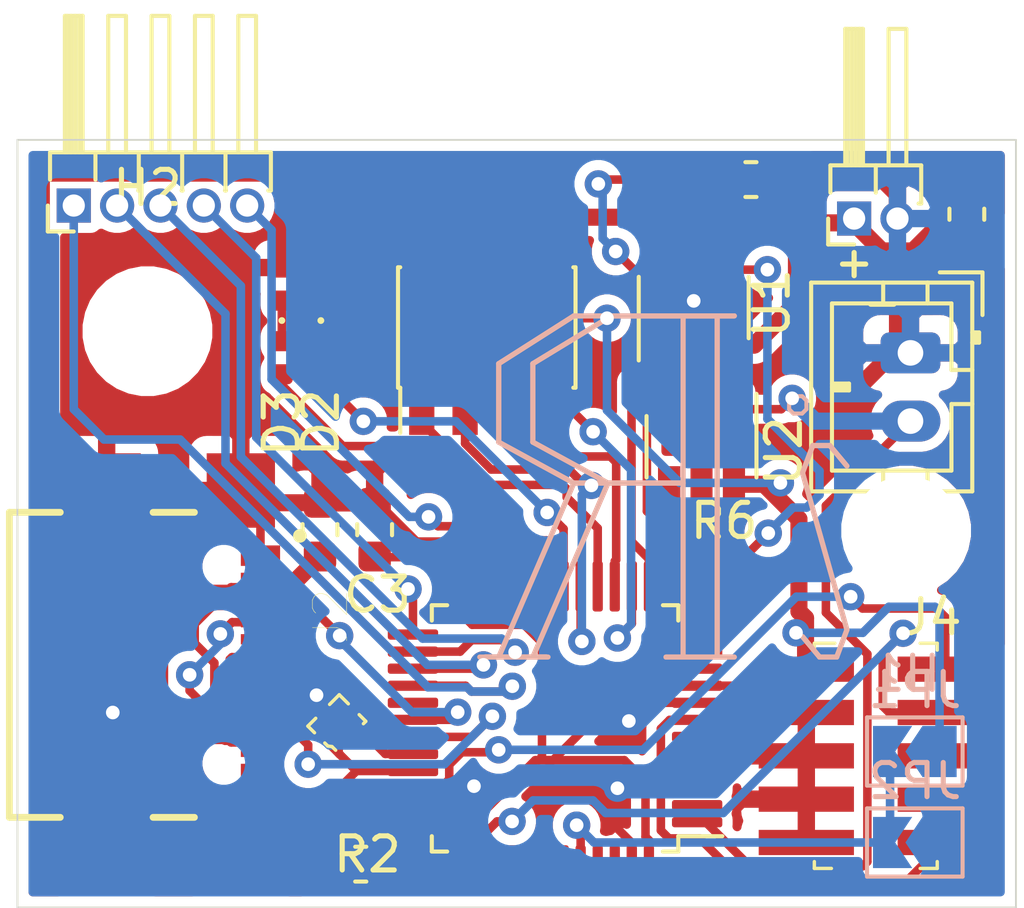
<source format=kicad_pcb>
(kicad_pcb (version 20171130) (host pcbnew 5.1.6)

  (general
    (thickness 1.6)
    (drawings 70)
    (tracks 401)
    (zones 0)
    (modules 27)
    (nets 29)
  )

  (page A4)
  (layers
    (0 F.Cu signal)
    (31 B.Cu signal)
    (32 B.Adhes user hide)
    (33 F.Adhes user hide)
    (34 B.Paste user)
    (35 F.Paste user)
    (36 B.SilkS user)
    (37 F.SilkS user)
    (38 B.Mask user)
    (39 F.Mask user)
    (40 Dwgs.User user hide)
    (41 Cmts.User user hide)
    (42 Eco1.User user hide)
    (43 Eco2.User user)
    (44 Edge.Cuts user)
    (45 Margin user)
    (46 B.CrtYd user hide)
    (47 F.CrtYd user hide)
    (48 B.Fab user hide)
    (49 F.Fab user hide)
  )

  (setup
    (last_trace_width 0.1524)
    (user_trace_width 0.3)
    (user_trace_width 0.4)
    (user_trace_width 0.5)
    (trace_clearance 0.1524)
    (zone_clearance 0.3)
    (zone_45_only no)
    (trace_min 0.1524)
    (via_size 0.6858)
    (via_drill 0.3302)
    (via_min_size 0.508)
    (via_min_drill 0.254)
    (uvia_size 0.0508)
    (uvia_drill 0.0254)
    (uvias_allowed no)
    (uvia_min_size 0)
    (uvia_min_drill 0)
    (edge_width 0.05)
    (segment_width 0.2)
    (pcb_text_width 0.3)
    (pcb_text_size 1.5 1.5)
    (mod_edge_width 0.12)
    (mod_text_size 1 1)
    (mod_text_width 0.15)
    (pad_size 3.2 3.2)
    (pad_drill 3.2)
    (pad_to_mask_clearance 0.0508)
    (aux_axis_origin 104.14 104.902)
    (grid_origin 104.14 106.14)
    (visible_elements FFFDFF7F)
    (pcbplotparams
      (layerselection 0x0303c_ffffffff)
      (usegerberextensions false)
      (usegerberattributes true)
      (usegerberadvancedattributes true)
      (creategerberjobfile true)
      (excludeedgelayer true)
      (linewidth 0.100000)
      (plotframeref false)
      (viasonmask false)
      (mode 1)
      (useauxorigin false)
      (hpglpennumber 1)
      (hpglpenspeed 20)
      (hpglpendiameter 15.000000)
      (psnegative false)
      (psa4output false)
      (plotreference true)
      (plotvalue true)
      (plotinvisibletext false)
      (padsonsilk false)
      (subtractmaskfromsilk false)
      (outputformat 1)
      (mirror false)
      (drillshape 0)
      (scaleselection 1)
      (outputdirectory "/tmp/"))
  )

  (net 0 "")
  (net 1 GND)
  (net 2 +BATT)
  (net 3 +5V)
  (net 4 /D-)
  (net 5 /D+)
  (net 6 "Net-(R1-Pad2)")
  (net 7 +3V3)
  (net 8 /TX)
  (net 9 /RX)
  (net 10 /OPT1)
  (net 11 /BTN1)
  (net 12 /MAG)
  (net 13 /BTN2)
  (net 14 /OPT2)
  (net 15 /MOSI)
  (net 16 /MISO)
  (net 17 /SCK)
  (net 18 /SS)
  (net 19 /SWCLK)
  (net 20 /SWDIO)
  (net 21 /STAT)
  (net 22 "Net-(D2-Pad1)")
  (net 23 "Net-(D3-Pad1)")
  (net 24 "Net-(D3-Pad2)")
  (net 25 "Net-(D2-Pad2)")
  (net 26 /NRST)
  (net 27 "Net-(JP1-Pad2)")
  (net 28 "Net-(R6-Pad1)")

  (net_class Default "This is the default net class."
    (clearance 0.1524)
    (trace_width 0.1524)
    (via_dia 0.6858)
    (via_drill 0.3302)
    (uvia_dia 0.0508)
    (uvia_drill 0.0254)
    (add_net +3V3)
    (add_net +5V)
    (add_net +BATT)
    (add_net /BTN1)
    (add_net /BTN2)
    (add_net /D+)
    (add_net /D-)
    (add_net /MAG)
    (add_net /MISO)
    (add_net /MOSI)
    (add_net /NRST)
    (add_net /OPT1)
    (add_net /OPT2)
    (add_net /RX)
    (add_net /SCK)
    (add_net /SS)
    (add_net /STAT)
    (add_net /SWCLK)
    (add_net /SWDIO)
    (add_net /SWO)
    (add_net /TX)
    (add_net GND)
    (add_net "Net-(D2-Pad1)")
    (add_net "Net-(D2-Pad2)")
    (add_net "Net-(D3-Pad1)")
    (add_net "Net-(D3-Pad2)")
    (add_net "Net-(J3-Pad4)")
    (add_net "Net-(J3-Pad8)")
    (add_net "Net-(J4-Pad8)")
    (add_net "Net-(JP1-Pad2)")
    (add_net "Net-(R1-Pad2)")
    (add_net "Net-(R6-Pad1)")
    (add_net "Net-(U2-Pad4)")
    (add_net "Net-(U3-Pad10)")
    (add_net "Net-(U3-Pad11)")
    (add_net "Net-(U3-Pad2)")
    (add_net "Net-(U3-Pad20)")
    (add_net "Net-(U3-Pad21)")
    (add_net "Net-(U3-Pad29)")
    (add_net "Net-(U3-Pad3)")
    (add_net "Net-(U3-Pad37)")
    (add_net "Net-(U3-Pad39)")
    (add_net "Net-(U3-Pad4)")
    (add_net "Net-(U3-Pad40)")
    (add_net "Net-(U3-Pad41)")
    (add_net "Net-(U3-Pad42)")
    (add_net "Net-(U3-Pad43)")
    (add_net "Net-(U3-Pad45)")
    (add_net "Net-(U3-Pad46)")
    (add_net "Net-(U3-Pad5)")
    (add_net "Net-(U3-Pad6)")
  )

  (module libs:GCT_USB4110-GF-A (layer F.Cu) (tedit 5F3EE524) (tstamp 5F3F7650)
    (at 110.1852 99.028 270)
    (path /5F3FEB60)
    (fp_text reference J2 (at -1.425 -3.135 90) (layer F.SilkS)
      (effects (font (size 1 1) (thickness 0.015)))
    )
    (fp_text value USB4110-GF-A (at 5.56 7.265 90) (layer F.Fab)
      (effects (font (size 1 1) (thickness 0.015)))
    )
    (fp_line (start -4.47 -1.07) (end -4.47 6.28) (layer F.Fab) (width 0.1))
    (fp_line (start -4.47 6.28) (end 4.47 6.28) (layer F.Fab) (width 0.1))
    (fp_line (start 4.47 6.28) (end 4.47 -1.07) (layer F.Fab) (width 0.1))
    (fp_line (start 4.47 -1.07) (end -4.47 -1.07) (layer F.Fab) (width 0.1))
    (fp_line (start -6.45 -1.9) (end 6.45 -1.9) (layer F.CrtYd) (width 0.05))
    (fp_line (start 6.45 -1.9) (end 6.45 6.53) (layer F.CrtYd) (width 0.05))
    (fp_line (start 6.45 6.53) (end -6.45 6.53) (layer F.CrtYd) (width 0.05))
    (fp_line (start -6.45 6.53) (end -6.45 -1.9) (layer F.CrtYd) (width 0.05))
    (fp_line (start -4.47 4.79) (end -4.47 6.28) (layer F.SilkS) (width 0.2))
    (fp_line (start -4.47 6.28) (end 4.47 6.28) (layer F.SilkS) (width 0.2))
    (fp_line (start 4.47 6.28) (end 4.47 4.79) (layer F.SilkS) (width 0.2))
    (fp_line (start -4.47 0.86) (end -4.47 2.07) (layer F.SilkS) (width 0.2))
    (fp_line (start 4.47 0.86) (end 4.47 2.07) (layer F.SilkS) (width 0.2))
    (fp_circle (center -3.78 -2.23) (end -3.68 -2.23) (layer F.SilkS) (width 0.2))
    (fp_circle (center -3.78 -2.23) (end -3.68 -2.23) (layer F.Fab) (width 0.2))
    (pad None np_thru_hole circle (at 2.89 0 270) (size 0.65 0.65) (drill 0.65) (layers *.Cu *.Mask))
    (pad None np_thru_hole circle (at -2.89 0 270) (size 0.65 0.65) (drill 0.65) (layers *.Cu *.Mask))
    (pad S4 smd rect (at 5.11 3.43 270) (size 2.18 2) (layers F.Cu F.Paste F.Mask)
      (net 1 GND))
    (pad S3 smd rect (at -5.11 3.43 270) (size 2.18 2) (layers F.Cu F.Paste F.Mask)
      (net 1 GND))
    (pad S2 smd rect (at 5.11 -0.5 270) (size 2.18 2) (layers F.Cu F.Paste F.Mask)
      (net 1 GND))
    (pad S1 smd rect (at -5.11 -0.5 270) (size 2.18 2) (layers F.Cu F.Paste F.Mask)
      (net 1 GND))
    (pad A7 smd rect (at 0.25 -1.075 270) (size 0.3 1.15) (layers F.Cu F.Paste F.Mask)
      (net 4 /D-))
    (pad A6 smd rect (at -0.25 -1.075 270) (size 0.3 1.15) (layers F.Cu F.Paste F.Mask)
      (net 5 /D+))
    (pad B6 smd rect (at 0.75 -1.075 270) (size 0.3 1.15) (layers F.Cu F.Paste F.Mask)
      (net 5 /D+))
    (pad B7 smd rect (at -0.75 -1.075 270) (size 0.3 1.15) (layers F.Cu F.Paste F.Mask)
      (net 4 /D-))
    (pad A8 smd rect (at 1.25 -1.075 270) (size 0.3 1.15) (layers F.Cu F.Paste F.Mask)
      (net 8 /TX))
    (pad A5 smd rect (at -1.25 -1.075 270) (size 0.3 1.15) (layers F.Cu F.Paste F.Mask)
      (net 9 /RX))
    (pad B5 smd rect (at 1.75 -1.075 270) (size 0.3 1.15) (layers F.Cu F.Paste F.Mask)
      (net 9 /RX))
    (pad B8 smd rect (at -1.75 -1.075 270) (size 0.3 1.15) (layers F.Cu F.Paste F.Mask)
      (net 8 /TX))
    (pad B1/A12 smd rect (at 3.2 -1.075 270) (size 0.6 1.15) (layers F.Cu F.Paste F.Mask)
      (net 1 GND))
    (pad B4/A9 smd rect (at 2.4 -1.075 270) (size 0.6 1.15) (layers F.Cu F.Paste F.Mask)
      (net 3 +5V))
    (pad A4/B9 smd rect (at -2.4 -1.075 270) (size 0.6 1.15) (layers F.Cu F.Paste F.Mask)
      (net 3 +5V))
    (pad A1/B12 smd rect (at -3.2 -1.075 270) (size 0.6 1.15) (layers F.Cu F.Paste F.Mask)
      (net 1 GND))
  )

  (module Resistor_SMD:R_0402_1005Metric (layer F.Cu) (tedit 5B301BBD) (tstamp 5F44936F)
    (at 124.841 95.98)
    (descr "Resistor SMD 0402 (1005 Metric), square (rectangular) end terminal, IPC_7351 nominal, (Body size source: http://www.tortai-tech.com/upload/download/2011102023233369053.pdf), generated with kicad-footprint-generator")
    (tags resistor)
    (path /5F480913)
    (attr smd)
    (fp_text reference R6 (at 0 -1.17) (layer F.SilkS)
      (effects (font (size 1 1) (thickness 0.15)))
    )
    (fp_text value R (at 0 1.17) (layer F.Fab)
      (effects (font (size 1 1) (thickness 0.15)))
    )
    (fp_line (start 0.93 0.47) (end -0.93 0.47) (layer F.CrtYd) (width 0.05))
    (fp_line (start 0.93 -0.47) (end 0.93 0.47) (layer F.CrtYd) (width 0.05))
    (fp_line (start -0.93 -0.47) (end 0.93 -0.47) (layer F.CrtYd) (width 0.05))
    (fp_line (start -0.93 0.47) (end -0.93 -0.47) (layer F.CrtYd) (width 0.05))
    (fp_line (start 0.5 0.25) (end -0.5 0.25) (layer F.Fab) (width 0.1))
    (fp_line (start 0.5 -0.25) (end 0.5 0.25) (layer F.Fab) (width 0.1))
    (fp_line (start -0.5 -0.25) (end 0.5 -0.25) (layer F.Fab) (width 0.1))
    (fp_line (start -0.5 0.25) (end -0.5 -0.25) (layer F.Fab) (width 0.1))
    (fp_text user %R (at 0 0) (layer F.Fab)
      (effects (font (size 0.25 0.25) (thickness 0.04)))
    )
    (pad 2 smd roundrect (at 0.485 0) (size 0.59 0.64) (layers F.Cu F.Paste F.Mask) (roundrect_rratio 0.25)
      (net 3 +5V))
    (pad 1 smd roundrect (at -0.485 0) (size 0.59 0.64) (layers F.Cu F.Paste F.Mask) (roundrect_rratio 0.25)
      (net 28 "Net-(R6-Pad1)"))
    (model ${KISYS3DMOD}/Resistor_SMD.3dshapes/R_0402_1005Metric.wrl
      (at (xyz 0 0 0))
      (scale (xyz 1 1 1))
      (rotate (xyz 0 0 0))
    )
  )

  (module Jumper:SolderJumper-2_P1.3mm_Open_TrianglePad1.0x1.5mm (layer B.Cu) (tedit 5A64794F) (tstamp 5F4456EB)
    (at 130.429 104.235 180)
    (descr "SMD Solder Jumper, 1x1.5mm Triangular Pads, 0.3mm gap, open")
    (tags "solder jumper open")
    (path /5F447E62)
    (attr virtual)
    (fp_text reference JP2 (at 0 1.8) (layer B.SilkS)
      (effects (font (size 1 1) (thickness 0.15)) (justify mirror))
    )
    (fp_text value SolderJumper_2_Bridged (at 0 -1.9) (layer B.Fab)
      (effects (font (size 1 1) (thickness 0.15)) (justify mirror))
    )
    (fp_line (start 1.65 -1.25) (end -1.65 -1.25) (layer B.CrtYd) (width 0.05))
    (fp_line (start 1.65 -1.25) (end 1.65 1.25) (layer B.CrtYd) (width 0.05))
    (fp_line (start -1.65 1.25) (end -1.65 -1.25) (layer B.CrtYd) (width 0.05))
    (fp_line (start -1.65 1.25) (end 1.65 1.25) (layer B.CrtYd) (width 0.05))
    (fp_line (start -1.4 1) (end 1.4 1) (layer B.SilkS) (width 0.12))
    (fp_line (start 1.4 1) (end 1.4 -1) (layer B.SilkS) (width 0.12))
    (fp_line (start 1.4 -1) (end -1.4 -1) (layer B.SilkS) (width 0.12))
    (fp_line (start -1.4 -1) (end -1.4 1) (layer B.SilkS) (width 0.12))
    (pad 1 smd custom (at -0.725 0 180) (size 0.3 0.3) (layers B.Cu B.Mask)
      (net 1 GND) (zone_connect 2)
      (options (clearance outline) (anchor rect))
      (primitives
        (gr_poly (pts
           (xy -0.5 0.75) (xy 0.5 0.75) (xy 1 0) (xy 0.5 -0.75) (xy -0.5 -0.75)
) (width 0))
      ))
    (pad 2 smd custom (at 0.725 0 180) (size 0.3 0.3) (layers B.Cu B.Mask)
      (net 27 "Net-(JP1-Pad2)") (zone_connect 2)
      (options (clearance outline) (anchor rect))
      (primitives
        (gr_poly (pts
           (xy -0.65 0.75) (xy 0.5 0.75) (xy 0.5 -0.75) (xy -0.65 -0.75) (xy -0.15 0)
) (width 0))
      ))
  )

  (module Jumper:SolderJumper-2_P1.3mm_Open_TrianglePad1.0x1.5mm (layer B.Cu) (tedit 5A64794F) (tstamp 5F4456DD)
    (at 130.429 101.568 180)
    (descr "SMD Solder Jumper, 1x1.5mm Triangular Pads, 0.3mm gap, open")
    (tags "solder jumper open")
    (path /5F449F4D)
    (attr virtual)
    (fp_text reference JP1 (at 0 1.8) (layer B.SilkS)
      (effects (font (size 1 1) (thickness 0.15)) (justify mirror))
    )
    (fp_text value SolderJumper_2_Open (at 0 -1.9) (layer B.Fab)
      (effects (font (size 1 1) (thickness 0.15)) (justify mirror))
    )
    (fp_line (start 1.65 -1.25) (end -1.65 -1.25) (layer B.CrtYd) (width 0.05))
    (fp_line (start 1.65 -1.25) (end 1.65 1.25) (layer B.CrtYd) (width 0.05))
    (fp_line (start -1.65 1.25) (end -1.65 -1.25) (layer B.CrtYd) (width 0.05))
    (fp_line (start -1.65 1.25) (end 1.65 1.25) (layer B.CrtYd) (width 0.05))
    (fp_line (start -1.4 1) (end 1.4 1) (layer B.SilkS) (width 0.12))
    (fp_line (start 1.4 1) (end 1.4 -1) (layer B.SilkS) (width 0.12))
    (fp_line (start 1.4 -1) (end -1.4 -1) (layer B.SilkS) (width 0.12))
    (fp_line (start -1.4 -1) (end -1.4 1) (layer B.SilkS) (width 0.12))
    (pad 1 smd custom (at -0.725 0 180) (size 0.3 0.3) (layers B.Cu B.Mask)
      (net 7 +3V3) (zone_connect 2)
      (options (clearance outline) (anchor rect))
      (primitives
        (gr_poly (pts
           (xy -0.5 0.75) (xy 0.5 0.75) (xy 1 0) (xy 0.5 -0.75) (xy -0.5 -0.75)
) (width 0))
      ))
    (pad 2 smd custom (at 0.725 0 180) (size 0.3 0.3) (layers B.Cu B.Mask)
      (net 27 "Net-(JP1-Pad2)") (zone_connect 2)
      (options (clearance outline) (anchor rect))
      (primitives
        (gr_poly (pts
           (xy -0.65 0.75) (xy 0.5 0.75) (xy 0.5 -0.75) (xy -0.65 -0.75) (xy -0.15 0)
) (width 0))
      ))
  )

  (module MountingHole:MountingHole_3.2mm_M3 (layer B.Cu) (tedit 5F441F28) (tstamp 5F4061CE)
    (at 130.175 95.091)
    (descr "Mounting Hole 3.2mm, no annular, M3")
    (tags "mounting hole 3.2mm no annular m3")
    (path /5F40AFC9)
    (attr virtual)
    (fp_text reference H1 (at 0 4.2) (layer B.SilkS)
      (effects (font (size 1 1) (thickness 0.15)) (justify mirror))
    )
    (fp_text value MountingHole (at 0 -4.2) (layer B.Fab)
      (effects (font (size 1 1) (thickness 0.15)) (justify mirror))
    )
    (fp_circle (center 0 0) (end 3.2 0) (layer Cmts.User) (width 0.15))
    (fp_circle (center 0 0) (end 3.45 0) (layer B.CrtYd) (width 0.05))
    (fp_text user %R (at 0.3 0) (layer B.Fab)
      (effects (font (size 1 1) (thickness 0.15)) (justify mirror))
    )
    (pad "" np_thru_hole circle (at 0 0) (size 3.2 3.2) (drill 3.2) (layers *.Cu *.Paste *.Mask))
  )

  (module MountingHole:MountingHole_3.2mm_M3 (layer F.Cu) (tedit 5F441F1A) (tstamp 5F405B2F)
    (at 107.95 89.249)
    (descr "Mounting Hole 3.2mm, no annular, M3")
    (tags "mounting hole 3.2mm no annular m3")
    (path /5F40BF75)
    (attr virtual)
    (fp_text reference H2 (at 0 -4.2) (layer F.SilkS)
      (effects (font (size 1 1) (thickness 0.15)))
    )
    (fp_text value MountingHole (at 0 4.2) (layer F.Fab)
      (effects (font (size 1 1) (thickness 0.15)))
    )
    (fp_circle (center 0 0) (end 3.2 0) (layer Cmts.User) (width 0.15))
    (fp_circle (center 0 0) (end 3.45 0) (layer F.CrtYd) (width 0.05))
    (fp_text user %R (at 0.3 0) (layer F.Fab)
      (effects (font (size 1 1) (thickness 0.15)))
    )
    (pad "" np_thru_hole circle (at 0 0) (size 3.2 3.2) (drill 3.2) (layers *.Cu *.Paste *.Mask))
  )

  (module digikey-footprints:PinHeader_2x5_P1.27_SMD (layer F.Cu) (tedit 5D289571) (tstamp 5F2D0215)
    (at 129.286 101.695 270)
    (descr http://suddendocs.samtec.com/prints/ftsh-1xx-xx-xxx-dv-xxx-footprint.pdf)
    (path /5F3332E0)
    (attr smd)
    (fp_text reference J4 (at -4.064 -1.651 180) (layer F.SilkS)
      (effects (font (size 1 1) (thickness 0.15)))
    )
    (fp_text value JTAG (at 0 4.39 90) (layer F.Fab)
      (effects (font (size 1 1) (thickness 0.15)))
    )
    (fp_line (start 3.43 3.68) (end -3.43 3.68) (layer F.CrtYd) (width 0.05))
    (fp_line (start -3.43 -3.68) (end -3.43 3.68) (layer F.CrtYd) (width 0.05))
    (fp_line (start 3.43 -3.68) (end 3.43 3.68) (layer F.CrtYd) (width 0.05))
    (fp_line (start 3.43 -3.68) (end -3.43 -3.68) (layer F.CrtYd) (width 0.05))
    (fp_line (start -3.3 -1.8) (end -3.3 -1.3) (layer F.SilkS) (width 0.1))
    (fp_line (start -3.1 -1.8) (end -3.3 -1.8) (layer F.SilkS) (width 0.1))
    (fp_line (start -3.1 1.8) (end -3.3 1.8) (layer F.SilkS) (width 0.1))
    (fp_line (start -3.3 1.8) (end -3.3 1.2) (layer F.SilkS) (width 0.1))
    (fp_line (start 3.1 1.8) (end 3.3 1.8) (layer F.SilkS) (width 0.1))
    (fp_line (start 3.3 1.8) (end 3.3 1.3) (layer F.SilkS) (width 0.1))
    (fp_line (start 3.1 -1.8) (end 3.3 -1.8) (layer F.SilkS) (width 0.1))
    (fp_line (start 3.3 -1.8) (end 3.3 -1.3) (layer F.SilkS) (width 0.1))
    (fp_line (start -3.175 1.715) (end 3.175 1.715) (layer F.Fab) (width 0.1))
    (fp_line (start -3.175 -1.715) (end -3.175 1.715) (layer F.Fab) (width 0.1))
    (fp_line (start 3.175 -1.715) (end 3.175 1.715) (layer F.Fab) (width 0.1))
    (fp_line (start -3.175 -1.715) (end 3.175 -1.715) (layer F.Fab) (width 0.1))
    (fp_text user %R (at 0 0 90) (layer F.Fab)
      (effects (font (size 0.5 0.5) (thickness 0.05)))
    )
    (pad 10 smd rect (at 2.54 -2.035 270) (size 0.74 2.79) (layers F.Cu F.Paste F.Mask)
      (net 26 /NRST))
    (pad 9 smd rect (at 2.54 2.035 270) (size 0.74 2.79) (layers F.Cu F.Paste F.Mask)
      (net 1 GND))
    (pad 8 smd rect (at 1.27 -2.035 270) (size 0.74 2.79) (layers F.Cu F.Paste F.Mask))
    (pad 7 smd rect (at 1.27 2.035 270) (size 0.74 2.79) (layers F.Cu F.Paste F.Mask)
      (net 1 GND))
    (pad 6 smd rect (at 0 -2.035 270) (size 0.74 2.79) (layers F.Cu F.Paste F.Mask))
    (pad 5 smd rect (at 0 2.035 270) (size 0.74 2.79) (layers F.Cu F.Paste F.Mask)
      (net 1 GND))
    (pad 4 smd rect (at -1.27 -2.035 270) (size 0.74 2.79) (layers F.Cu F.Paste F.Mask)
      (net 19 /SWCLK))
    (pad 3 smd rect (at -1.27 2.035 270) (size 0.74 2.79) (layers F.Cu F.Paste F.Mask)
      (net 1 GND))
    (pad 2 smd rect (at -2.54 -2.035 270) (size 0.74 2.79) (layers F.Cu F.Paste F.Mask)
      (net 20 /SWDIO))
    (pad 1 smd rect (at -2.54 2.035 270) (size 0.74 2.79) (layers F.Cu F.Paste F.Mask)
      (net 7 +3V3))
  )

  (module Connector_JST:JST_PH_B2B-PH-K_1x02_P2.00mm_Vertical (layer F.Cu) (tedit 5B7745C2) (tstamp 5F32CC33)
    (at 130.302 89.884 270)
    (descr "JST PH series connector, B2B-PH-K (http://www.jst-mfg.com/product/pdf/eng/ePH.pdf), generated with kicad-footprint-generator")
    (tags "connector JST PH side entry")
    (path /5F2A8D96)
    (fp_text reference J6 (at 1 -2.9 90) (layer F.SilkS) hide
      (effects (font (size 1 1) (thickness 0.15)))
    )
    (fp_text value LOCK_SUPP (at 1 4 90) (layer F.Fab)
      (effects (font (size 1 1) (thickness 0.15)))
    )
    (fp_line (start 4.45 -2.2) (end -2.45 -2.2) (layer F.CrtYd) (width 0.05))
    (fp_line (start 4.45 3.3) (end 4.45 -2.2) (layer F.CrtYd) (width 0.05))
    (fp_line (start -2.45 3.3) (end 4.45 3.3) (layer F.CrtYd) (width 0.05))
    (fp_line (start -2.45 -2.2) (end -2.45 3.3) (layer F.CrtYd) (width 0.05))
    (fp_line (start 3.95 -1.7) (end -1.95 -1.7) (layer F.Fab) (width 0.1))
    (fp_line (start 3.95 2.8) (end 3.95 -1.7) (layer F.Fab) (width 0.1))
    (fp_line (start -1.95 2.8) (end 3.95 2.8) (layer F.Fab) (width 0.1))
    (fp_line (start -1.95 -1.7) (end -1.95 2.8) (layer F.Fab) (width 0.1))
    (fp_line (start -2.36 -2.11) (end -2.36 -0.86) (layer F.Fab) (width 0.1))
    (fp_line (start -1.11 -2.11) (end -2.36 -2.11) (layer F.Fab) (width 0.1))
    (fp_line (start -2.36 -2.11) (end -2.36 -0.86) (layer F.SilkS) (width 0.12))
    (fp_line (start -1.11 -2.11) (end -2.36 -2.11) (layer F.SilkS) (width 0.12))
    (fp_line (start 1 2.3) (end 1 1.8) (layer F.SilkS) (width 0.12))
    (fp_line (start 1.1 1.8) (end 1.1 2.3) (layer F.SilkS) (width 0.12))
    (fp_line (start 0.9 1.8) (end 1.1 1.8) (layer F.SilkS) (width 0.12))
    (fp_line (start 0.9 2.3) (end 0.9 1.8) (layer F.SilkS) (width 0.12))
    (fp_line (start 4.06 0.8) (end 3.45 0.8) (layer F.SilkS) (width 0.12))
    (fp_line (start 4.06 -0.5) (end 3.45 -0.5) (layer F.SilkS) (width 0.12))
    (fp_line (start -2.06 0.8) (end -1.45 0.8) (layer F.SilkS) (width 0.12))
    (fp_line (start -2.06 -0.5) (end -1.45 -0.5) (layer F.SilkS) (width 0.12))
    (fp_line (start 1.5 -1.2) (end 1.5 -1.81) (layer F.SilkS) (width 0.12))
    (fp_line (start 3.45 -1.2) (end 1.5 -1.2) (layer F.SilkS) (width 0.12))
    (fp_line (start 3.45 2.3) (end 3.45 -1.2) (layer F.SilkS) (width 0.12))
    (fp_line (start -1.45 2.3) (end 3.45 2.3) (layer F.SilkS) (width 0.12))
    (fp_line (start -1.45 -1.2) (end -1.45 2.3) (layer F.SilkS) (width 0.12))
    (fp_line (start 0.5 -1.2) (end -1.45 -1.2) (layer F.SilkS) (width 0.12))
    (fp_line (start 0.5 -1.81) (end 0.5 -1.2) (layer F.SilkS) (width 0.12))
    (fp_line (start -0.3 -1.91) (end -0.6 -1.91) (layer F.SilkS) (width 0.12))
    (fp_line (start -0.6 -2.01) (end -0.6 -1.81) (layer F.SilkS) (width 0.12))
    (fp_line (start -0.3 -2.01) (end -0.6 -2.01) (layer F.SilkS) (width 0.12))
    (fp_line (start -0.3 -1.81) (end -0.3 -2.01) (layer F.SilkS) (width 0.12))
    (fp_line (start 4.06 -1.81) (end -2.06 -1.81) (layer F.SilkS) (width 0.12))
    (fp_line (start 4.06 2.91) (end 4.06 -1.81) (layer F.SilkS) (width 0.12))
    (fp_line (start -2.06 2.91) (end 4.06 2.91) (layer F.SilkS) (width 0.12))
    (fp_line (start -2.06 -1.81) (end -2.06 2.91) (layer F.SilkS) (width 0.12))
    (fp_text user %R (at 1 1.5 90) (layer F.Fab)
      (effects (font (size 1 1) (thickness 0.15)))
    )
    (pad 2 thru_hole oval (at 2 0 270) (size 1.2 1.75) (drill 0.75) (layers *.Cu *.Mask)
      (net 2 +BATT))
    (pad 1 thru_hole roundrect (at 0 0 270) (size 1.2 1.75) (drill 0.75) (layers *.Cu *.Mask) (roundrect_rratio 0.208333)
      (net 1 GND))
    (model ${KISYS3DMOD}/Connector_JST.3dshapes/JST_PH_B2B-PH-K_1x02_P2.00mm_Vertical.wrl
      (at (xyz 0 0 0))
      (scale (xyz 1 1 1))
      (rotate (xyz 0 0 0))
    )
  )

  (module Capacitor_SMD:C_0603_1608Metric (layer F.Cu) (tedit 5B301BBE) (tstamp 5F2D2475)
    (at 125.6285 84.804)
    (descr "Capacitor SMD 0603 (1608 Metric), square (rectangular) end terminal, IPC_7351 nominal, (Body size source: http://www.tortai-tech.com/upload/download/2011102023233369053.pdf), generated with kicad-footprint-generator")
    (tags capacitor)
    (path /5F29D83F)
    (attr smd)
    (fp_text reference C4 (at -2.032 0.762 270) (layer F.SilkS) hide
      (effects (font (size 1 1) (thickness 0.15)))
    )
    (fp_text value 4.7u (at 0 1.43) (layer F.Fab)
      (effects (font (size 1 1) (thickness 0.15)))
    )
    (fp_line (start -0.8 0.4) (end -0.8 -0.4) (layer F.Fab) (width 0.1))
    (fp_line (start -0.8 -0.4) (end 0.8 -0.4) (layer F.Fab) (width 0.1))
    (fp_line (start 0.8 -0.4) (end 0.8 0.4) (layer F.Fab) (width 0.1))
    (fp_line (start 0.8 0.4) (end -0.8 0.4) (layer F.Fab) (width 0.1))
    (fp_line (start -0.162779 -0.51) (end 0.162779 -0.51) (layer F.SilkS) (width 0.12))
    (fp_line (start -0.162779 0.51) (end 0.162779 0.51) (layer F.SilkS) (width 0.12))
    (fp_line (start -1.48 0.73) (end -1.48 -0.73) (layer F.CrtYd) (width 0.05))
    (fp_line (start -1.48 -0.73) (end 1.48 -0.73) (layer F.CrtYd) (width 0.05))
    (fp_line (start 1.48 -0.73) (end 1.48 0.73) (layer F.CrtYd) (width 0.05))
    (fp_line (start 1.48 0.73) (end -1.48 0.73) (layer F.CrtYd) (width 0.05))
    (fp_text user %R (at 0 0 180) (layer F.Fab)
      (effects (font (size 0.4 0.4) (thickness 0.06)))
    )
    (pad 2 smd roundrect (at 0.7875 0) (size 0.875 0.95) (layers F.Cu F.Paste F.Mask) (roundrect_rratio 0.25)
      (net 1 GND))
    (pad 1 smd roundrect (at -0.7875 0) (size 0.875 0.95) (layers F.Cu F.Paste F.Mask) (roundrect_rratio 0.25)
      (net 2 +BATT))
    (model ${KISYS3DMOD}/Capacitor_SMD.3dshapes/C_0603_1608Metric.wrl
      (at (xyz 0 0 0))
      (scale (xyz 1 1 1))
      (rotate (xyz 0 0 0))
    )
  )

  (module Connector_PinHeader_1.27mm:PinHeader_2x04_P1.27mm_Vertical_SMD (layer F.Cu) (tedit 59FED6E3) (tstamp 5F32ED0E)
    (at 117.89 89.14 90)
    (descr "surface-mounted straight pin header, 2x04, 1.27mm pitch, double rows")
    (tags "Surface mounted pin header SMD 2x04 1.27mm double row")
    (path /5F489639)
    (attr smd)
    (fp_text reference J3 (at 0.072 -3.454 90) (layer F.SilkS) hide
      (effects (font (size 1 1) (thickness 0.15)))
    )
    (fp_text value Conn_02x04_Odd_Even (at 0 3.6 90) (layer F.Fab)
      (effects (font (size 1 1) (thickness 0.15)))
    )
    (fp_line (start 4.3 -3.05) (end -4.3 -3.05) (layer F.CrtYd) (width 0.05))
    (fp_line (start 4.3 3.05) (end 4.3 -3.05) (layer F.CrtYd) (width 0.05))
    (fp_line (start -4.3 3.05) (end 4.3 3.05) (layer F.CrtYd) (width 0.05))
    (fp_line (start -4.3 -3.05) (end -4.3 3.05) (layer F.CrtYd) (width 0.05))
    (fp_line (start 1.765 2.535) (end 1.765 2.6) (layer F.SilkS) (width 0.12))
    (fp_line (start -1.765 2.535) (end -1.765 2.6) (layer F.SilkS) (width 0.12))
    (fp_line (start 1.765 -2.6) (end 1.765 -2.535) (layer F.SilkS) (width 0.12))
    (fp_line (start -1.765 -2.6) (end -1.765 -2.535) (layer F.SilkS) (width 0.12))
    (fp_line (start -3.09 -2.535) (end -1.765 -2.535) (layer F.SilkS) (width 0.12))
    (fp_line (start -1.765 2.6) (end 1.765 2.6) (layer F.SilkS) (width 0.12))
    (fp_line (start -1.765 -2.6) (end 1.765 -2.6) (layer F.SilkS) (width 0.12))
    (fp_line (start 2.75 2.105) (end 1.705 2.105) (layer F.Fab) (width 0.1))
    (fp_line (start 2.75 1.705) (end 2.75 2.105) (layer F.Fab) (width 0.1))
    (fp_line (start 1.705 1.705) (end 2.75 1.705) (layer F.Fab) (width 0.1))
    (fp_line (start -2.75 2.105) (end -1.705 2.105) (layer F.Fab) (width 0.1))
    (fp_line (start -2.75 1.705) (end -2.75 2.105) (layer F.Fab) (width 0.1))
    (fp_line (start -1.705 1.705) (end -2.75 1.705) (layer F.Fab) (width 0.1))
    (fp_line (start 2.75 0.835) (end 1.705 0.835) (layer F.Fab) (width 0.1))
    (fp_line (start 2.75 0.435) (end 2.75 0.835) (layer F.Fab) (width 0.1))
    (fp_line (start 1.705 0.435) (end 2.75 0.435) (layer F.Fab) (width 0.1))
    (fp_line (start -2.75 0.835) (end -1.705 0.835) (layer F.Fab) (width 0.1))
    (fp_line (start -2.75 0.435) (end -2.75 0.835) (layer F.Fab) (width 0.1))
    (fp_line (start -1.705 0.435) (end -2.75 0.435) (layer F.Fab) (width 0.1))
    (fp_line (start 2.75 -0.435) (end 1.705 -0.435) (layer F.Fab) (width 0.1))
    (fp_line (start 2.75 -0.835) (end 2.75 -0.435) (layer F.Fab) (width 0.1))
    (fp_line (start 1.705 -0.835) (end 2.75 -0.835) (layer F.Fab) (width 0.1))
    (fp_line (start -2.75 -0.435) (end -1.705 -0.435) (layer F.Fab) (width 0.1))
    (fp_line (start -2.75 -0.835) (end -2.75 -0.435) (layer F.Fab) (width 0.1))
    (fp_line (start -1.705 -0.835) (end -2.75 -0.835) (layer F.Fab) (width 0.1))
    (fp_line (start 2.75 -1.705) (end 1.705 -1.705) (layer F.Fab) (width 0.1))
    (fp_line (start 2.75 -2.105) (end 2.75 -1.705) (layer F.Fab) (width 0.1))
    (fp_line (start 1.705 -2.105) (end 2.75 -2.105) (layer F.Fab) (width 0.1))
    (fp_line (start -2.75 -1.705) (end -1.705 -1.705) (layer F.Fab) (width 0.1))
    (fp_line (start -2.75 -2.105) (end -2.75 -1.705) (layer F.Fab) (width 0.1))
    (fp_line (start -1.705 -2.105) (end -2.75 -2.105) (layer F.Fab) (width 0.1))
    (fp_line (start 1.705 -2.54) (end 1.705 2.54) (layer F.Fab) (width 0.1))
    (fp_line (start -1.705 -2.105) (end -1.27 -2.54) (layer F.Fab) (width 0.1))
    (fp_line (start -1.705 2.54) (end -1.705 -2.105) (layer F.Fab) (width 0.1))
    (fp_line (start -1.27 -2.54) (end 1.705 -2.54) (layer F.Fab) (width 0.1))
    (fp_line (start 1.705 2.54) (end -1.705 2.54) (layer F.Fab) (width 0.1))
    (fp_text user %R (at 0 0) (layer F.Fab)
      (effects (font (size 1 1) (thickness 0.15)))
    )
    (pad 8 smd rect (at 1.95 1.905 90) (size 2.4 0.74) (layers F.Cu F.Paste F.Mask))
    (pad 7 smd rect (at -1.95 1.905 90) (size 2.4 0.74) (layers F.Cu F.Paste F.Mask)
      (net 18 /SS))
    (pad 6 smd rect (at 1.95 0.635 90) (size 2.4 0.74) (layers F.Cu F.Paste F.Mask)
      (net 1 GND))
    (pad 5 smd rect (at -1.95 0.635 90) (size 2.4 0.74) (layers F.Cu F.Paste F.Mask)
      (net 17 /SCK))
    (pad 4 smd rect (at 1.95 -0.635 90) (size 2.4 0.74) (layers F.Cu F.Paste F.Mask))
    (pad 3 smd rect (at -1.95 -0.635 90) (size 2.4 0.74) (layers F.Cu F.Paste F.Mask)
      (net 15 /MOSI))
    (pad 2 smd rect (at 1.95 -1.905 90) (size 2.4 0.74) (layers F.Cu F.Paste F.Mask)
      (net 7 +3V3))
    (pad 1 smd rect (at -1.95 -1.905 90) (size 2.4 0.74) (layers F.Cu F.Paste F.Mask)
      (net 16 /MISO))
    (model ${KISYS3DMOD}/Connector_PinHeader_1.27mm.3dshapes/PinHeader_2x04_P1.27mm_Vertical_SMD.wrl
      (at (xyz 0 0 0))
      (scale (xyz 1 1 1))
      (rotate (xyz 0 0 0))
    )
  )

  (module LED_SMD:LED_0402_1005Metric (layer F.Cu) (tedit 5B301BBE) (tstamp 5F2A44B8)
    (at 111.8865 90.0264 270)
    (descr "LED SMD 0402 (1005 Metric), square (rectangular) end terminal, IPC_7351 nominal, (Body size source: http://www.tortai-tech.com/upload/download/2011102023233369053.pdf), generated with kicad-footprint-generator")
    (tags LED)
    (path /5F32EC66)
    (attr smd)
    (fp_text reference D3 (at 1.905 0 90) (layer F.SilkS)
      (effects (font (size 1 1) (thickness 0.15)))
    )
    (fp_text value LED (at 0 1.17 90) (layer F.Fab)
      (effects (font (size 1 1) (thickness 0.15)))
    )
    (fp_line (start 0.93 0.47) (end -0.93 0.47) (layer F.CrtYd) (width 0.05))
    (fp_line (start 0.93 -0.47) (end 0.93 0.47) (layer F.CrtYd) (width 0.05))
    (fp_line (start -0.93 -0.47) (end 0.93 -0.47) (layer F.CrtYd) (width 0.05))
    (fp_line (start -0.93 0.47) (end -0.93 -0.47) (layer F.CrtYd) (width 0.05))
    (fp_line (start -0.3 0.25) (end -0.3 -0.25) (layer F.Fab) (width 0.1))
    (fp_line (start -0.4 0.25) (end -0.4 -0.25) (layer F.Fab) (width 0.1))
    (fp_line (start 0.5 0.25) (end -0.5 0.25) (layer F.Fab) (width 0.1))
    (fp_line (start 0.5 -0.25) (end 0.5 0.25) (layer F.Fab) (width 0.1))
    (fp_line (start -0.5 -0.25) (end 0.5 -0.25) (layer F.Fab) (width 0.1))
    (fp_line (start -0.5 0.25) (end -0.5 -0.25) (layer F.Fab) (width 0.1))
    (fp_circle (center -1.09 0) (end -1.04 0) (layer F.SilkS) (width 0.1))
    (fp_text user %R (at 0 0 90) (layer F.Fab)
      (effects (font (size 0.25 0.25) (thickness 0.04)))
    )
    (pad 2 smd roundrect (at 0.485 0 270) (size 0.59 0.64) (layers F.Cu F.Paste F.Mask) (roundrect_rratio 0.25)
      (net 24 "Net-(D3-Pad2)"))
    (pad 1 smd roundrect (at -0.485 0 270) (size 0.59 0.64) (layers F.Cu F.Paste F.Mask) (roundrect_rratio 0.25)
      (net 23 "Net-(D3-Pad1)"))
    (model ${KISYS3DMOD}/LED_SMD.3dshapes/LED_0402_1005Metric.wrl
      (at (xyz 0 0 0))
      (scale (xyz 1 1 1))
      (rotate (xyz 0 0 0))
    )
  )

  (module LED_SMD:LED_0402_1005Metric (layer F.Cu) (tedit 5B301BBE) (tstamp 5F2A2617)
    (at 113.0295 90.0264 270)
    (descr "LED SMD 0402 (1005 Metric), square (rectangular) end terminal, IPC_7351 nominal, (Body size source: http://www.tortai-tech.com/upload/download/2011102023233369053.pdf), generated with kicad-footprint-generator")
    (tags LED)
    (path /5F32DCB2)
    (attr smd)
    (fp_text reference D2 (at 1.905 0 90) (layer F.SilkS)
      (effects (font (size 1 1) (thickness 0.15)))
    )
    (fp_text value LED (at 0 1.17 90) (layer F.Fab)
      (effects (font (size 1 1) (thickness 0.15)))
    )
    (fp_line (start 0.93 0.47) (end -0.93 0.47) (layer F.CrtYd) (width 0.05))
    (fp_line (start 0.93 -0.47) (end 0.93 0.47) (layer F.CrtYd) (width 0.05))
    (fp_line (start -0.93 -0.47) (end 0.93 -0.47) (layer F.CrtYd) (width 0.05))
    (fp_line (start -0.93 0.47) (end -0.93 -0.47) (layer F.CrtYd) (width 0.05))
    (fp_line (start -0.3 0.25) (end -0.3 -0.25) (layer F.Fab) (width 0.1))
    (fp_line (start -0.4 0.25) (end -0.4 -0.25) (layer F.Fab) (width 0.1))
    (fp_line (start 0.5 0.25) (end -0.5 0.25) (layer F.Fab) (width 0.1))
    (fp_line (start 0.5 -0.25) (end 0.5 0.25) (layer F.Fab) (width 0.1))
    (fp_line (start -0.5 -0.25) (end 0.5 -0.25) (layer F.Fab) (width 0.1))
    (fp_line (start -0.5 0.25) (end -0.5 -0.25) (layer F.Fab) (width 0.1))
    (fp_circle (center -1.09 0) (end -1.04 0) (layer F.SilkS) (width 0.1))
    (fp_text user %R (at 0 0 90) (layer F.Fab)
      (effects (font (size 0.25 0.25) (thickness 0.04)))
    )
    (pad 2 smd roundrect (at 0.485 0 270) (size 0.59 0.64) (layers F.Cu F.Paste F.Mask) (roundrect_rratio 0.25)
      (net 25 "Net-(D2-Pad2)"))
    (pad 1 smd roundrect (at -0.485 0 270) (size 0.59 0.64) (layers F.Cu F.Paste F.Mask) (roundrect_rratio 0.25)
      (net 22 "Net-(D2-Pad1)"))
    (model ${KISYS3DMOD}/LED_SMD.3dshapes/LED_0402_1005Metric.wrl
      (at (xyz 0 0 0))
      (scale (xyz 1 1 1))
      (rotate (xyz 0 0 0))
    )
  )

  (module Resistor_SMD:R_0402_1005Metric (layer F.Cu) (tedit 5B301BBD) (tstamp 5F2A1BD6)
    (at 111.8865 87.8674 90)
    (descr "Resistor SMD 0402 (1005 Metric), square (rectangular) end terminal, IPC_7351 nominal, (Body size source: http://www.tortai-tech.com/upload/download/2011102023233369053.pdf), generated with kicad-footprint-generator")
    (tags resistor)
    (path /5F33E3A3)
    (attr smd)
    (fp_text reference R5 (at -0.127 0 270) (layer F.SilkS) hide
      (effects (font (size 1 1) (thickness 0.15)))
    )
    (fp_text value R (at 0 1.17 270) (layer F.Fab)
      (effects (font (size 1 1) (thickness 0.15)))
    )
    (fp_line (start 0.93 0.47) (end -0.93 0.47) (layer F.CrtYd) (width 0.05))
    (fp_line (start 0.93 -0.47) (end 0.93 0.47) (layer F.CrtYd) (width 0.05))
    (fp_line (start -0.93 -0.47) (end 0.93 -0.47) (layer F.CrtYd) (width 0.05))
    (fp_line (start -0.93 0.47) (end -0.93 -0.47) (layer F.CrtYd) (width 0.05))
    (fp_line (start 0.5 0.25) (end -0.5 0.25) (layer F.Fab) (width 0.1))
    (fp_line (start 0.5 -0.25) (end 0.5 0.25) (layer F.Fab) (width 0.1))
    (fp_line (start -0.5 -0.25) (end 0.5 -0.25) (layer F.Fab) (width 0.1))
    (fp_line (start -0.5 0.25) (end -0.5 -0.25) (layer F.Fab) (width 0.1))
    (fp_text user %R (at 0 0 270) (layer F.Fab)
      (effects (font (size 0.25 0.25) (thickness 0.04)))
    )
    (pad 2 smd roundrect (at 0.485 0 90) (size 0.59 0.64) (layers F.Cu F.Paste F.Mask) (roundrect_rratio 0.25)
      (net 1 GND))
    (pad 1 smd roundrect (at -0.485 0 90) (size 0.59 0.64) (layers F.Cu F.Paste F.Mask) (roundrect_rratio 0.25)
      (net 23 "Net-(D3-Pad1)"))
    (model ${KISYS3DMOD}/Resistor_SMD.3dshapes/R_0402_1005Metric.wrl
      (at (xyz 0 0 0))
      (scale (xyz 1 1 1))
      (rotate (xyz 0 0 0))
    )
  )

  (module Resistor_SMD:R_0402_1005Metric (layer F.Cu) (tedit 5B301BBD) (tstamp 5F2A442C)
    (at 113.0295 87.8674 90)
    (descr "Resistor SMD 0402 (1005 Metric), square (rectangular) end terminal, IPC_7351 nominal, (Body size source: http://www.tortai-tech.com/upload/download/2011102023233369053.pdf), generated with kicad-footprint-generator")
    (tags resistor)
    (path /5F33DB6C)
    (attr smd)
    (fp_text reference R3 (at -0.127 0.0635 270) (layer F.SilkS) hide
      (effects (font (size 1 1) (thickness 0.15)))
    )
    (fp_text value R (at 0 1.17 270) (layer F.Fab)
      (effects (font (size 1 1) (thickness 0.15)))
    )
    (fp_line (start 0.93 0.47) (end -0.93 0.47) (layer F.CrtYd) (width 0.05))
    (fp_line (start 0.93 -0.47) (end 0.93 0.47) (layer F.CrtYd) (width 0.05))
    (fp_line (start -0.93 -0.47) (end 0.93 -0.47) (layer F.CrtYd) (width 0.05))
    (fp_line (start -0.93 0.47) (end -0.93 -0.47) (layer F.CrtYd) (width 0.05))
    (fp_line (start 0.5 0.25) (end -0.5 0.25) (layer F.Fab) (width 0.1))
    (fp_line (start 0.5 -0.25) (end 0.5 0.25) (layer F.Fab) (width 0.1))
    (fp_line (start -0.5 -0.25) (end 0.5 -0.25) (layer F.Fab) (width 0.1))
    (fp_line (start -0.5 0.25) (end -0.5 -0.25) (layer F.Fab) (width 0.1))
    (fp_text user %R (at 0 0 270) (layer F.Fab)
      (effects (font (size 0.25 0.25) (thickness 0.04)))
    )
    (pad 2 smd roundrect (at 0.485 0 90) (size 0.59 0.64) (layers F.Cu F.Paste F.Mask) (roundrect_rratio 0.25)
      (net 1 GND))
    (pad 1 smd roundrect (at -0.485 0 90) (size 0.59 0.64) (layers F.Cu F.Paste F.Mask) (roundrect_rratio 0.25)
      (net 22 "Net-(D2-Pad1)"))
    (model ${KISYS3DMOD}/Resistor_SMD.3dshapes/R_0402_1005Metric.wrl
      (at (xyz 0 0 0))
      (scale (xyz 1 1 1))
      (rotate (xyz 0 0 0))
    )
  )

  (module Resistor_SMD:R_0402_1005Metric (layer F.Cu) (tedit 5B301BBD) (tstamp 5F2903C0)
    (at 124.483 105.378)
    (descr "Resistor SMD 0402 (1005 Metric), square (rectangular) end terminal, IPC_7351 nominal, (Body size source: http://www.tortai-tech.com/upload/download/2011102023233369053.pdf), generated with kicad-footprint-generator")
    (tags resistor)
    (path /5F3418AB)
    (attr smd)
    (fp_text reference R4 (at -0.1145 -1.1615) (layer F.SilkS) hide
      (effects (font (size 1 1) (thickness 0.15)))
    )
    (fp_text value 10k (at 0 1.17) (layer F.Fab)
      (effects (font (size 1 1) (thickness 0.15)))
    )
    (fp_line (start 0.93 0.47) (end -0.93 0.47) (layer F.CrtYd) (width 0.05))
    (fp_line (start 0.93 -0.47) (end 0.93 0.47) (layer F.CrtYd) (width 0.05))
    (fp_line (start -0.93 -0.47) (end 0.93 -0.47) (layer F.CrtYd) (width 0.05))
    (fp_line (start -0.93 0.47) (end -0.93 -0.47) (layer F.CrtYd) (width 0.05))
    (fp_line (start 0.5 0.25) (end -0.5 0.25) (layer F.Fab) (width 0.1))
    (fp_line (start 0.5 -0.25) (end 0.5 0.25) (layer F.Fab) (width 0.1))
    (fp_line (start -0.5 -0.25) (end 0.5 -0.25) (layer F.Fab) (width 0.1))
    (fp_line (start -0.5 0.25) (end -0.5 -0.25) (layer F.Fab) (width 0.1))
    (fp_text user %R (at 0 0) (layer F.Fab)
      (effects (font (size 0.25 0.25) (thickness 0.04)))
    )
    (pad 2 smd roundrect (at 0.485 0) (size 0.59 0.64) (layers F.Cu F.Paste F.Mask) (roundrect_rratio 0.25)
      (net 26 /NRST))
    (pad 1 smd roundrect (at -0.485 0) (size 0.59 0.64) (layers F.Cu F.Paste F.Mask) (roundrect_rratio 0.25)
      (net 7 +3V3))
    (model ${KISYS3DMOD}/Resistor_SMD.3dshapes/R_0402_1005Metric.wrl
      (at (xyz 0 0 0))
      (scale (xyz 1 1 1))
      (rotate (xyz 0 0 0))
    )
  )

  (module Resistor_SMD:R_0402_1005Metric (layer F.Cu) (tedit 5B301BBD) (tstamp 5F253F33)
    (at 113.7642 103.6)
    (descr "Resistor SMD 0402 (1005 Metric), square (rectangular) end terminal, IPC_7351 nominal, (Body size source: http://www.tortai-tech.com/upload/download/2011102023233369053.pdf), generated with kicad-footprint-generator")
    (tags resistor)
    (path /5F312D90)
    (attr smd)
    (fp_text reference R2 (at 0.629 0.9845) (layer F.SilkS)
      (effects (font (size 1 1) (thickness 0.15)))
    )
    (fp_text value 1.5k (at 0 1.17) (layer F.Fab)
      (effects (font (size 1 1) (thickness 0.15)))
    )
    (fp_line (start 0.93 0.47) (end -0.93 0.47) (layer F.CrtYd) (width 0.05))
    (fp_line (start 0.93 -0.47) (end 0.93 0.47) (layer F.CrtYd) (width 0.05))
    (fp_line (start -0.93 -0.47) (end 0.93 -0.47) (layer F.CrtYd) (width 0.05))
    (fp_line (start -0.93 0.47) (end -0.93 -0.47) (layer F.CrtYd) (width 0.05))
    (fp_line (start 0.5 0.25) (end -0.5 0.25) (layer F.Fab) (width 0.1))
    (fp_line (start 0.5 -0.25) (end 0.5 0.25) (layer F.Fab) (width 0.1))
    (fp_line (start -0.5 -0.25) (end 0.5 -0.25) (layer F.Fab) (width 0.1))
    (fp_line (start -0.5 0.25) (end -0.5 -0.25) (layer F.Fab) (width 0.1))
    (fp_text user %R (at 0 0) (layer F.Fab)
      (effects (font (size 0.25 0.25) (thickness 0.04)))
    )
    (pad 2 smd roundrect (at 0.485 0) (size 0.59 0.64) (layers F.Cu F.Paste F.Mask) (roundrect_rratio 0.25)
      (net 7 +3V3))
    (pad 1 smd roundrect (at -0.485 0) (size 0.59 0.64) (layers F.Cu F.Paste F.Mask) (roundrect_rratio 0.25)
      (net 5 /D+))
    (model ${KISYS3DMOD}/Resistor_SMD.3dshapes/R_0402_1005Metric.wrl
      (at (xyz 0 0 0))
      (scale (xyz 1 1 1))
      (rotate (xyz 0 0 0))
    )
  )

  (module Resistor_SMD:R_0402_1005Metric (layer F.Cu) (tedit 5B301BBD) (tstamp 5F32D5B2)
    (at 122.809 84.804 180)
    (descr "Resistor SMD 0402 (1005 Metric), square (rectangular) end terminal, IPC_7351 nominal, (Body size source: http://www.tortai-tech.com/upload/download/2011102023233369053.pdf), generated with kicad-footprint-generator")
    (tags resistor)
    (path /5F2C168C)
    (attr smd)
    (fp_text reference R1 (at 1.755 0.172) (layer F.SilkS) hide
      (effects (font (size 1 1) (thickness 0.15)))
    )
    (fp_text value 10k (at 0 1.17) (layer F.Fab)
      (effects (font (size 1 1) (thickness 0.15)))
    )
    (fp_line (start 0.93 0.47) (end -0.93 0.47) (layer F.CrtYd) (width 0.05))
    (fp_line (start 0.93 -0.47) (end 0.93 0.47) (layer F.CrtYd) (width 0.05))
    (fp_line (start -0.93 -0.47) (end 0.93 -0.47) (layer F.CrtYd) (width 0.05))
    (fp_line (start -0.93 0.47) (end -0.93 -0.47) (layer F.CrtYd) (width 0.05))
    (fp_line (start 0.5 0.25) (end -0.5 0.25) (layer F.Fab) (width 0.1))
    (fp_line (start 0.5 -0.25) (end 0.5 0.25) (layer F.Fab) (width 0.1))
    (fp_line (start -0.5 -0.25) (end 0.5 -0.25) (layer F.Fab) (width 0.1))
    (fp_line (start -0.5 0.25) (end -0.5 -0.25) (layer F.Fab) (width 0.1))
    (fp_text user %R (at 0 0) (layer F.Fab)
      (effects (font (size 0.25 0.25) (thickness 0.04)))
    )
    (pad 2 smd roundrect (at 0.485 0 180) (size 0.59 0.64) (layers F.Cu F.Paste F.Mask) (roundrect_rratio 0.25)
      (net 6 "Net-(R1-Pad2)"))
    (pad 1 smd roundrect (at -0.485 0 180) (size 0.59 0.64) (layers F.Cu F.Paste F.Mask) (roundrect_rratio 0.25)
      (net 3 +5V))
    (model ${KISYS3DMOD}/Resistor_SMD.3dshapes/R_0402_1005Metric.wrl
      (at (xyz 0 0 0))
      (scale (xyz 1 1 1))
      (rotate (xyz 0 0 0))
    )
  )

  (module Package_TO_SOT_SMD:SOT-23-5 (layer F.Cu) (tedit 5A02FF57) (tstamp 5F2D1F76)
    (at 124.1806 92.635 270)
    (descr "5-pin SOT23 package")
    (tags SOT-23-5)
    (path /5F25FE32)
    (attr smd)
    (fp_text reference U2 (at 0.127 -2.413 270) (layer F.SilkS)
      (effects (font (size 1 1) (thickness 0.15)))
    )
    (fp_text value TLV71333PDBV (at 0 -4.572 90) (layer F.Fab)
      (effects (font (size 1 1) (thickness 0.15)))
    )
    (fp_line (start 0.9 -1.55) (end 0.9 1.55) (layer F.Fab) (width 0.1))
    (fp_line (start 0.9 1.55) (end -0.9 1.55) (layer F.Fab) (width 0.1))
    (fp_line (start -0.9 -0.9) (end -0.9 1.55) (layer F.Fab) (width 0.1))
    (fp_line (start 0.9 -1.55) (end -0.25 -1.55) (layer F.Fab) (width 0.1))
    (fp_line (start -0.9 -0.9) (end -0.25 -1.55) (layer F.Fab) (width 0.1))
    (fp_line (start -1.9 1.8) (end -1.9 -1.8) (layer F.CrtYd) (width 0.05))
    (fp_line (start 1.9 1.8) (end -1.9 1.8) (layer F.CrtYd) (width 0.05))
    (fp_line (start 1.9 -1.8) (end 1.9 1.8) (layer F.CrtYd) (width 0.05))
    (fp_line (start -1.9 -1.8) (end 1.9 -1.8) (layer F.CrtYd) (width 0.05))
    (fp_line (start 0.9 -1.61) (end -1.55 -1.61) (layer F.SilkS) (width 0.12))
    (fp_line (start -0.9 1.61) (end 0.9 1.61) (layer F.SilkS) (width 0.12))
    (fp_text user %R (at 0 0) (layer F.Fab)
      (effects (font (size 0.5 0.5) (thickness 0.075)))
    )
    (pad 5 smd rect (at 1.1 -0.95 270) (size 1.06 0.65) (layers F.Cu F.Paste F.Mask)
      (net 7 +3V3))
    (pad 4 smd rect (at 1.1 0.95 270) (size 1.06 0.65) (layers F.Cu F.Paste F.Mask))
    (pad 3 smd rect (at -1.1 0.95 270) (size 1.06 0.65) (layers F.Cu F.Paste F.Mask)
      (net 28 "Net-(R6-Pad1)"))
    (pad 2 smd rect (at -1.1 0 270) (size 1.06 0.65) (layers F.Cu F.Paste F.Mask)
      (net 1 GND))
    (pad 1 smd rect (at -1.1 -0.95 270) (size 1.06 0.65) (layers F.Cu F.Paste F.Mask)
      (net 2 +BATT))
    (model ${KISYS3DMOD}/Package_TO_SOT_SMD.3dshapes/SOT-23-5.wrl
      (at (xyz 0 0 0))
      (scale (xyz 1 1 1))
      (rotate (xyz 0 0 0))
    )
  )

  (module digikey-footprints:SOT-3 (layer F.Cu) (tedit 5D28A5DB) (tstamp 5F3F867E)
    (at 113.497992 100.752967 45)
    (descr http://www.ti.com/lit/ds/symlink/tpd2eusb30.pdf)
    (path /5F2A40AC)
    (attr smd)
    (fp_text reference D1 (at 0.055 -1.402 315) (layer F.SilkS) hide
      (effects (font (size 1 1) (thickness 0.15)))
    )
    (fp_text value TPD2EUSB30DRTR (at -0.025 2.975 45) (layer F.Fab)
      (effects (font (size 1 1) (thickness 0.15)))
    )
    (fp_line (start -0.65 0.275) (end -0.65 0.15) (layer F.SilkS) (width 0.1))
    (fp_line (start -0.65 0.275) (end -0.575 0.375) (layer F.SilkS) (width 0.1))
    (fp_line (start -0.575 0.375) (end -0.575 0.525) (layer F.SilkS) (width 0.1))
    (fp_line (start -0.325 -0.55) (end -0.65 -0.55) (layer F.SilkS) (width 0.1))
    (fp_line (start -0.65 -0.55) (end -0.65 -0.275) (layer F.SilkS) (width 0.1))
    (fp_line (start 0.65 0.275) (end 0.65 0.55) (layer F.SilkS) (width 0.1))
    (fp_line (start 0.65 0.55) (end 0.55 0.55) (layer F.SilkS) (width 0.1))
    (fp_line (start 0.25 -0.55) (end 0.65 -0.55) (layer F.SilkS) (width 0.1))
    (fp_line (start 0.65 -0.55) (end 0.65 -0.175) (layer F.SilkS) (width 0.1))
    (fp_line (start -0.825 0.825) (end -0.825 -0.825) (layer F.CrtYd) (width 0.05))
    (fp_line (start 0.825 0.825) (end -0.825 0.825) (layer F.CrtYd) (width 0.05))
    (fp_line (start 0.825 -0.825) (end 0.825 0.825) (layer F.CrtYd) (width 0.05))
    (fp_line (start -0.825 -0.825) (end 0.825 -0.825) (layer F.CrtYd) (width 0.05))
    (fp_line (start -0.35 0.425) (end 0.525 0.425) (layer F.Fab) (width 0.1))
    (fp_line (start -0.525 0.225) (end -0.525 -0.425) (layer F.Fab) (width 0.1))
    (fp_line (start -0.525 0.225) (end -0.35 0.425) (layer F.Fab) (width 0.1))
    (fp_line (start 0.525 -0.425) (end 0.525 0.425) (layer F.Fab) (width 0.1))
    (fp_line (start -0.525 -0.425) (end 0.525 -0.425) (layer F.Fab) (width 0.1))
    (fp_text user %R (at 0 0 45) (layer F.Fab)
      (effects (font (size 0.2 0.2) (thickness 0.025)))
    )
    (pad 2 smd rect (at 0.35 0.425 45) (size 0.3 0.3) (layers F.Cu F.Paste F.Mask)
      (net 4 /D-) (solder_mask_margin 0.05))
    (pad 3 smd rect (at 0 -0.425 45) (size 0.3 0.3) (layers F.Cu F.Paste F.Mask)
      (net 1 GND) (solder_mask_margin 0.05))
    (pad 1 smd rect (at -0.35 0.425 45) (size 0.3 0.3) (layers F.Cu F.Paste F.Mask)
      (net 5 /D+) (solder_mask_margin 0.05))
  )

  (module Capacitor_SMD:C_0603_1608Metric (layer F.Cu) (tedit 5B301BBE) (tstamp 5F2D2287)
    (at 131.953 85.82 270)
    (descr "Capacitor SMD 0603 (1608 Metric), square (rectangular) end terminal, IPC_7351 nominal, (Body size source: http://www.tortai-tech.com/upload/download/2011102023233369053.pdf), generated with kicad-footprint-generator")
    (tags capacitor)
    (path /5F29DFAB)
    (attr smd)
    (fp_text reference C5 (at 1.905 0.127 180) (layer F.SilkS) hide
      (effects (font (size 1 1) (thickness 0.15)))
    )
    (fp_text value 4.7u (at 0 1.43 90) (layer F.Fab)
      (effects (font (size 1 1) (thickness 0.15)))
    )
    (fp_line (start -0.8 0.4) (end -0.8 -0.4) (layer F.Fab) (width 0.1))
    (fp_line (start -0.8 -0.4) (end 0.8 -0.4) (layer F.Fab) (width 0.1))
    (fp_line (start 0.8 -0.4) (end 0.8 0.4) (layer F.Fab) (width 0.1))
    (fp_line (start 0.8 0.4) (end -0.8 0.4) (layer F.Fab) (width 0.1))
    (fp_line (start -0.162779 -0.51) (end 0.162779 -0.51) (layer F.SilkS) (width 0.12))
    (fp_line (start -0.162779 0.51) (end 0.162779 0.51) (layer F.SilkS) (width 0.12))
    (fp_line (start -1.48 0.73) (end -1.48 -0.73) (layer F.CrtYd) (width 0.05))
    (fp_line (start -1.48 -0.73) (end 1.48 -0.73) (layer F.CrtYd) (width 0.05))
    (fp_line (start 1.48 -0.73) (end 1.48 0.73) (layer F.CrtYd) (width 0.05))
    (fp_line (start 1.48 0.73) (end -1.48 0.73) (layer F.CrtYd) (width 0.05))
    (fp_text user %R (at 0 0 90) (layer F.Fab)
      (effects (font (size 0.4 0.4) (thickness 0.06)))
    )
    (pad 2 smd roundrect (at 0.7875 0 270) (size 0.875 0.95) (layers F.Cu F.Paste F.Mask) (roundrect_rratio 0.25)
      (net 1 GND))
    (pad 1 smd roundrect (at -0.7875 0 270) (size 0.875 0.95) (layers F.Cu F.Paste F.Mask) (roundrect_rratio 0.25)
      (net 2 +BATT))
    (model ${KISYS3DMOD}/Capacitor_SMD.3dshapes/C_0603_1608Metric.wrl
      (at (xyz 0 0 0))
      (scale (xyz 1 1 1))
      (rotate (xyz 0 0 0))
    )
  )

  (module Capacitor_SMD:C_0603_1608Metric (layer F.Cu) (tedit 5B301BBE) (tstamp 5F299520)
    (at 114.6048 95.0657 90)
    (descr "Capacitor SMD 0603 (1608 Metric), square (rectangular) end terminal, IPC_7351 nominal, (Body size source: http://www.tortai-tech.com/upload/download/2011102023233369053.pdf), generated with kicad-footprint-generator")
    (tags capacitor)
    (path /5F298F76)
    (attr smd)
    (fp_text reference C3 (at -1.9045 0.082 180) (layer F.SilkS)
      (effects (font (size 1 1) (thickness 0.15)))
    )
    (fp_text value 100n (at 0 1.43 90) (layer F.Fab)
      (effects (font (size 1 1) (thickness 0.15)))
    )
    (fp_line (start -0.8 0.4) (end -0.8 -0.4) (layer F.Fab) (width 0.1))
    (fp_line (start -0.8 -0.4) (end 0.8 -0.4) (layer F.Fab) (width 0.1))
    (fp_line (start 0.8 -0.4) (end 0.8 0.4) (layer F.Fab) (width 0.1))
    (fp_line (start 0.8 0.4) (end -0.8 0.4) (layer F.Fab) (width 0.1))
    (fp_line (start -0.162779 -0.51) (end 0.162779 -0.51) (layer F.SilkS) (width 0.12))
    (fp_line (start -0.162779 0.51) (end 0.162779 0.51) (layer F.SilkS) (width 0.12))
    (fp_line (start -1.48 0.73) (end -1.48 -0.73) (layer F.CrtYd) (width 0.05))
    (fp_line (start -1.48 -0.73) (end 1.48 -0.73) (layer F.CrtYd) (width 0.05))
    (fp_line (start 1.48 -0.73) (end 1.48 0.73) (layer F.CrtYd) (width 0.05))
    (fp_line (start 1.48 0.73) (end -1.48 0.73) (layer F.CrtYd) (width 0.05))
    (fp_text user %R (at 0 0 90) (layer F.Fab)
      (effects (font (size 0.4 0.4) (thickness 0.06)))
    )
    (pad 2 smd roundrect (at 0.7875 0 90) (size 0.875 0.95) (layers F.Cu F.Paste F.Mask) (roundrect_rratio 0.25)
      (net 1 GND))
    (pad 1 smd roundrect (at -0.7875 0 90) (size 0.875 0.95) (layers F.Cu F.Paste F.Mask) (roundrect_rratio 0.25)
      (net 7 +3V3))
    (model ${KISYS3DMOD}/Capacitor_SMD.3dshapes/C_0603_1608Metric.wrl
      (at (xyz 0 0 0))
      (scale (xyz 1 1 1))
      (rotate (xyz 0 0 0))
    )
  )

  (module Capacitor_SMD:C_0603_1608Metric (layer F.Cu) (tedit 5B301BBE) (tstamp 5F29950F)
    (at 114.1983 104.87 180)
    (descr "Capacitor SMD 0603 (1608 Metric), square (rectangular) end terminal, IPC_7351 nominal, (Body size source: http://www.tortai-tech.com/upload/download/2011102023233369053.pdf), generated with kicad-footprint-generator")
    (tags capacitor)
    (path /5F2951EE)
    (attr smd)
    (fp_text reference C2 (at 2.2875 -0.03) (layer F.SilkS) hide
      (effects (font (size 1 1) (thickness 0.15)))
    )
    (fp_text value 4.7u (at 0 1.43) (layer F.Fab)
      (effects (font (size 1 1) (thickness 0.15)))
    )
    (fp_line (start -0.8 0.4) (end -0.8 -0.4) (layer F.Fab) (width 0.1))
    (fp_line (start -0.8 -0.4) (end 0.8 -0.4) (layer F.Fab) (width 0.1))
    (fp_line (start 0.8 -0.4) (end 0.8 0.4) (layer F.Fab) (width 0.1))
    (fp_line (start 0.8 0.4) (end -0.8 0.4) (layer F.Fab) (width 0.1))
    (fp_line (start -0.162779 -0.51) (end 0.162779 -0.51) (layer F.SilkS) (width 0.12))
    (fp_line (start -0.162779 0.51) (end 0.162779 0.51) (layer F.SilkS) (width 0.12))
    (fp_line (start -1.48 0.73) (end -1.48 -0.73) (layer F.CrtYd) (width 0.05))
    (fp_line (start -1.48 -0.73) (end 1.48 -0.73) (layer F.CrtYd) (width 0.05))
    (fp_line (start 1.48 -0.73) (end 1.48 0.73) (layer F.CrtYd) (width 0.05))
    (fp_line (start 1.48 0.73) (end -1.48 0.73) (layer F.CrtYd) (width 0.05))
    (fp_text user %R (at 0 0) (layer F.Fab)
      (effects (font (size 0.4 0.4) (thickness 0.06)))
    )
    (pad 2 smd roundrect (at 0.7875 0 180) (size 0.875 0.95) (layers F.Cu F.Paste F.Mask) (roundrect_rratio 0.25)
      (net 1 GND))
    (pad 1 smd roundrect (at -0.7875 0 180) (size 0.875 0.95) (layers F.Cu F.Paste F.Mask) (roundrect_rratio 0.25)
      (net 7 +3V3))
    (model ${KISYS3DMOD}/Capacitor_SMD.3dshapes/C_0603_1608Metric.wrl
      (at (xyz 0 0 0))
      (scale (xyz 1 1 1))
      (rotate (xyz 0 0 0))
    )
  )

  (module Capacitor_SMD:C_0603_1608Metric (layer F.Cu) (tedit 5B301BBE) (tstamp 5F32D2CC)
    (at 113.0046 95.0657 90)
    (descr "Capacitor SMD 0603 (1608 Metric), square (rectangular) end terminal, IPC_7351 nominal, (Body size source: http://www.tortai-tech.com/upload/download/2011102023233369053.pdf), generated with kicad-footprint-generator")
    (tags capacitor)
    (path /5F295D62)
    (attr smd)
    (fp_text reference C1 (at 1.8795 -0.762 180) (layer F.SilkS) hide
      (effects (font (size 1 1) (thickness 0.15)))
    )
    (fp_text value 4.7u (at 0 1.43 90) (layer F.Fab)
      (effects (font (size 1 1) (thickness 0.15)))
    )
    (fp_line (start -0.8 0.4) (end -0.8 -0.4) (layer F.Fab) (width 0.1))
    (fp_line (start -0.8 -0.4) (end 0.8 -0.4) (layer F.Fab) (width 0.1))
    (fp_line (start 0.8 -0.4) (end 0.8 0.4) (layer F.Fab) (width 0.1))
    (fp_line (start 0.8 0.4) (end -0.8 0.4) (layer F.Fab) (width 0.1))
    (fp_line (start -0.162779 -0.51) (end 0.162779 -0.51) (layer F.SilkS) (width 0.12))
    (fp_line (start -0.162779 0.51) (end 0.162779 0.51) (layer F.SilkS) (width 0.12))
    (fp_line (start -1.48 0.73) (end -1.48 -0.73) (layer F.CrtYd) (width 0.05))
    (fp_line (start -1.48 -0.73) (end 1.48 -0.73) (layer F.CrtYd) (width 0.05))
    (fp_line (start 1.48 -0.73) (end 1.48 0.73) (layer F.CrtYd) (width 0.05))
    (fp_line (start 1.48 0.73) (end -1.48 0.73) (layer F.CrtYd) (width 0.05))
    (fp_text user %R (at 0 0 90) (layer F.Fab)
      (effects (font (size 0.4 0.4) (thickness 0.06)))
    )
    (pad 2 smd roundrect (at 0.7875 0 90) (size 0.875 0.95) (layers F.Cu F.Paste F.Mask) (roundrect_rratio 0.25)
      (net 1 GND))
    (pad 1 smd roundrect (at -0.7875 0 90) (size 0.875 0.95) (layers F.Cu F.Paste F.Mask) (roundrect_rratio 0.25)
      (net 3 +5V))
    (model ${KISYS3DMOD}/Capacitor_SMD.3dshapes/C_0603_1608Metric.wrl
      (at (xyz 0 0 0))
      (scale (xyz 1 1 1))
      (rotate (xyz 0 0 0))
    )
  )

  (module Package_QFP:LQFP-48_7x7mm_P0.5mm (layer F.Cu) (tedit 5D9F72AF) (tstamp 5F2C5008)
    (at 119.89 100.89 180)
    (descr "LQFP, 48 Pin (https://www.analog.com/media/en/technical-documentation/data-sheets/ltc2358-16.pdf), generated with kicad-footprint-generator ipc_gullwing_generator.py")
    (tags "LQFP QFP")
    (path /5F2F4280)
    (attr smd)
    (fp_text reference U3 (at 6.25 0.75) (layer F.SilkS) hide
      (effects (font (size 1 1) (thickness 0.15)))
    )
    (fp_text value STM32F072C8Tx (at 0 5.85) (layer F.Fab)
      (effects (font (size 1 1) (thickness 0.15)))
    )
    (fp_line (start 5.15 3.15) (end 5.15 0) (layer F.CrtYd) (width 0.05))
    (fp_line (start 3.75 3.15) (end 5.15 3.15) (layer F.CrtYd) (width 0.05))
    (fp_line (start 3.75 3.75) (end 3.75 3.15) (layer F.CrtYd) (width 0.05))
    (fp_line (start 3.15 3.75) (end 3.75 3.75) (layer F.CrtYd) (width 0.05))
    (fp_line (start 3.15 5.15) (end 3.15 3.75) (layer F.CrtYd) (width 0.05))
    (fp_line (start 0 5.15) (end 3.15 5.15) (layer F.CrtYd) (width 0.05))
    (fp_line (start -5.15 3.15) (end -5.15 0) (layer F.CrtYd) (width 0.05))
    (fp_line (start -3.75 3.15) (end -5.15 3.15) (layer F.CrtYd) (width 0.05))
    (fp_line (start -3.75 3.75) (end -3.75 3.15) (layer F.CrtYd) (width 0.05))
    (fp_line (start -3.15 3.75) (end -3.75 3.75) (layer F.CrtYd) (width 0.05))
    (fp_line (start -3.15 5.15) (end -3.15 3.75) (layer F.CrtYd) (width 0.05))
    (fp_line (start 0 5.15) (end -3.15 5.15) (layer F.CrtYd) (width 0.05))
    (fp_line (start 5.15 -3.15) (end 5.15 0) (layer F.CrtYd) (width 0.05))
    (fp_line (start 3.75 -3.15) (end 5.15 -3.15) (layer F.CrtYd) (width 0.05))
    (fp_line (start 3.75 -3.75) (end 3.75 -3.15) (layer F.CrtYd) (width 0.05))
    (fp_line (start 3.15 -3.75) (end 3.75 -3.75) (layer F.CrtYd) (width 0.05))
    (fp_line (start 3.15 -5.15) (end 3.15 -3.75) (layer F.CrtYd) (width 0.05))
    (fp_line (start 0 -5.15) (end 3.15 -5.15) (layer F.CrtYd) (width 0.05))
    (fp_line (start -5.15 -3.15) (end -5.15 0) (layer F.CrtYd) (width 0.05))
    (fp_line (start -3.75 -3.15) (end -5.15 -3.15) (layer F.CrtYd) (width 0.05))
    (fp_line (start -3.75 -3.75) (end -3.75 -3.15) (layer F.CrtYd) (width 0.05))
    (fp_line (start -3.15 -3.75) (end -3.75 -3.75) (layer F.CrtYd) (width 0.05))
    (fp_line (start -3.15 -5.15) (end -3.15 -3.75) (layer F.CrtYd) (width 0.05))
    (fp_line (start 0 -5.15) (end -3.15 -5.15) (layer F.CrtYd) (width 0.05))
    (fp_line (start -3.5 -2.5) (end -2.5 -3.5) (layer F.Fab) (width 0.1))
    (fp_line (start -3.5 3.5) (end -3.5 -2.5) (layer F.Fab) (width 0.1))
    (fp_line (start 3.5 3.5) (end -3.5 3.5) (layer F.Fab) (width 0.1))
    (fp_line (start 3.5 -3.5) (end 3.5 3.5) (layer F.Fab) (width 0.1))
    (fp_line (start -2.5 -3.5) (end 3.5 -3.5) (layer F.Fab) (width 0.1))
    (fp_line (start -3.61 -3.16) (end -4.9 -3.16) (layer F.SilkS) (width 0.12))
    (fp_line (start -3.61 -3.61) (end -3.61 -3.16) (layer F.SilkS) (width 0.12))
    (fp_line (start -3.16 -3.61) (end -3.61 -3.61) (layer F.SilkS) (width 0.12))
    (fp_line (start 3.61 -3.61) (end 3.61 -3.16) (layer F.SilkS) (width 0.12))
    (fp_line (start 3.16 -3.61) (end 3.61 -3.61) (layer F.SilkS) (width 0.12))
    (fp_line (start -3.61 3.61) (end -3.61 3.16) (layer F.SilkS) (width 0.12))
    (fp_line (start -3.16 3.61) (end -3.61 3.61) (layer F.SilkS) (width 0.12))
    (fp_line (start 3.61 3.61) (end 3.61 3.16) (layer F.SilkS) (width 0.12))
    (fp_line (start 3.16 3.61) (end 3.61 3.61) (layer F.SilkS) (width 0.12))
    (fp_text user %R (at 0 0) (layer F.Fab)
      (effects (font (size 1 1) (thickness 0.15)))
    )
    (pad 48 smd roundrect (at -2.75 -4.1625 180) (size 0.3 1.475) (layers F.Cu F.Paste F.Mask) (roundrect_rratio 0.25)
      (net 7 +3V3))
    (pad 47 smd roundrect (at -2.25 -4.1625 180) (size 0.3 1.475) (layers F.Cu F.Paste F.Mask) (roundrect_rratio 0.25)
      (net 1 GND))
    (pad 46 smd roundrect (at -1.75 -4.1625 180) (size 0.3 1.475) (layers F.Cu F.Paste F.Mask) (roundrect_rratio 0.25))
    (pad 45 smd roundrect (at -1.25 -4.1625 180) (size 0.3 1.475) (layers F.Cu F.Paste F.Mask) (roundrect_rratio 0.25))
    (pad 44 smd roundrect (at -0.75 -4.1625 180) (size 0.3 1.475) (layers F.Cu F.Paste F.Mask) (roundrect_rratio 0.25)
      (net 27 "Net-(JP1-Pad2)"))
    (pad 43 smd roundrect (at -0.25 -4.1625 180) (size 0.3 1.475) (layers F.Cu F.Paste F.Mask) (roundrect_rratio 0.25))
    (pad 42 smd roundrect (at 0.25 -4.1625 180) (size 0.3 1.475) (layers F.Cu F.Paste F.Mask) (roundrect_rratio 0.25))
    (pad 41 smd roundrect (at 0.75 -4.1625 180) (size 0.3 1.475) (layers F.Cu F.Paste F.Mask) (roundrect_rratio 0.25))
    (pad 40 smd roundrect (at 1.25 -4.1625 180) (size 0.3 1.475) (layers F.Cu F.Paste F.Mask) (roundrect_rratio 0.25))
    (pad 39 smd roundrect (at 1.75 -4.1625 180) (size 0.3 1.475) (layers F.Cu F.Paste F.Mask) (roundrect_rratio 0.25))
    (pad 38 smd roundrect (at 2.25 -4.1625 180) (size 0.3 1.475) (layers F.Cu F.Paste F.Mask) (roundrect_rratio 0.25)
      (net 19 /SWCLK))
    (pad 37 smd roundrect (at 2.75 -4.1625 180) (size 0.3 1.475) (layers F.Cu F.Paste F.Mask) (roundrect_rratio 0.25))
    (pad 36 smd roundrect (at 4.1625 -2.75 180) (size 1.475 0.3) (layers F.Cu F.Paste F.Mask) (roundrect_rratio 0.25)
      (net 7 +3V3))
    (pad 35 smd roundrect (at 4.1625 -2.25 180) (size 1.475 0.3) (layers F.Cu F.Paste F.Mask) (roundrect_rratio 0.25)
      (net 1 GND))
    (pad 34 smd roundrect (at 4.1625 -1.75 180) (size 1.475 0.3) (layers F.Cu F.Paste F.Mask) (roundrect_rratio 0.25)
      (net 20 /SWDIO))
    (pad 33 smd roundrect (at 4.1625 -1.25 180) (size 1.475 0.3) (layers F.Cu F.Paste F.Mask) (roundrect_rratio 0.25)
      (net 5 /D+))
    (pad 32 smd roundrect (at 4.1625 -0.75 180) (size 1.475 0.3) (layers F.Cu F.Paste F.Mask) (roundrect_rratio 0.25)
      (net 4 /D-))
    (pad 31 smd roundrect (at 4.1625 -0.25 180) (size 1.475 0.3) (layers F.Cu F.Paste F.Mask) (roundrect_rratio 0.25)
      (net 9 /RX))
    (pad 30 smd roundrect (at 4.1625 0.25 180) (size 1.475 0.3) (layers F.Cu F.Paste F.Mask) (roundrect_rratio 0.25)
      (net 8 /TX))
    (pad 29 smd roundrect (at 4.1625 0.75 180) (size 1.475 0.3) (layers F.Cu F.Paste F.Mask) (roundrect_rratio 0.25))
    (pad 28 smd roundrect (at 4.1625 1.25 180) (size 1.475 0.3) (layers F.Cu F.Paste F.Mask) (roundrect_rratio 0.25)
      (net 14 /OPT2))
    (pad 27 smd roundrect (at 4.1625 1.75 180) (size 1.475 0.3) (layers F.Cu F.Paste F.Mask) (roundrect_rratio 0.25)
      (net 13 /BTN2))
    (pad 26 smd roundrect (at 4.1625 2.25 180) (size 1.475 0.3) (layers F.Cu F.Paste F.Mask) (roundrect_rratio 0.25)
      (net 12 /MAG))
    (pad 25 smd roundrect (at 4.1625 2.75 180) (size 1.475 0.3) (layers F.Cu F.Paste F.Mask) (roundrect_rratio 0.25)
      (net 11 /BTN1))
    (pad 24 smd roundrect (at 2.75 4.1625 180) (size 0.3 1.475) (layers F.Cu F.Paste F.Mask) (roundrect_rratio 0.25)
      (net 7 +3V3))
    (pad 23 smd roundrect (at 2.25 4.1625 180) (size 0.3 1.475) (layers F.Cu F.Paste F.Mask) (roundrect_rratio 0.25)
      (net 1 GND))
    (pad 22 smd roundrect (at 1.75 4.1625 180) (size 0.3 1.475) (layers F.Cu F.Paste F.Mask) (roundrect_rratio 0.25)
      (net 10 /OPT1))
    (pad 21 smd roundrect (at 1.25 4.1625 180) (size 0.3 1.475) (layers F.Cu F.Paste F.Mask) (roundrect_rratio 0.25))
    (pad 20 smd roundrect (at 0.75 4.1625 180) (size 0.3 1.475) (layers F.Cu F.Paste F.Mask) (roundrect_rratio 0.25))
    (pad 19 smd roundrect (at 0.25 4.1625 180) (size 0.3 1.475) (layers F.Cu F.Paste F.Mask) (roundrect_rratio 0.25)
      (net 24 "Net-(D3-Pad2)"))
    (pad 18 smd roundrect (at -0.25 4.1625 180) (size 0.3 1.475) (layers F.Cu F.Paste F.Mask) (roundrect_rratio 0.25)
      (net 25 "Net-(D2-Pad2)"))
    (pad 17 smd roundrect (at -0.75 4.1625 180) (size 0.3 1.475) (layers F.Cu F.Paste F.Mask) (roundrect_rratio 0.25)
      (net 15 /MOSI))
    (pad 16 smd roundrect (at -1.25 4.1625 180) (size 0.3 1.475) (layers F.Cu F.Paste F.Mask) (roundrect_rratio 0.25)
      (net 16 /MISO))
    (pad 15 smd roundrect (at -1.75 4.1625 180) (size 0.3 1.475) (layers F.Cu F.Paste F.Mask) (roundrect_rratio 0.25)
      (net 17 /SCK))
    (pad 14 smd roundrect (at -2.25 4.1625 180) (size 0.3 1.475) (layers F.Cu F.Paste F.Mask) (roundrect_rratio 0.25)
      (net 18 /SS))
    (pad 13 smd roundrect (at -2.75 4.1625 180) (size 0.3 1.475) (layers F.Cu F.Paste F.Mask) (roundrect_rratio 0.25)
      (net 21 /STAT))
    (pad 12 smd roundrect (at -4.1625 2.75 180) (size 1.475 0.3) (layers F.Cu F.Paste F.Mask) (roundrect_rratio 0.25)
      (net 28 "Net-(R6-Pad1)"))
    (pad 11 smd roundrect (at -4.1625 2.25 180) (size 1.475 0.3) (layers F.Cu F.Paste F.Mask) (roundrect_rratio 0.25))
    (pad 10 smd roundrect (at -4.1625 1.75 180) (size 1.475 0.3) (layers F.Cu F.Paste F.Mask) (roundrect_rratio 0.25))
    (pad 9 smd roundrect (at -4.1625 1.25 180) (size 1.475 0.3) (layers F.Cu F.Paste F.Mask) (roundrect_rratio 0.25)
      (net 7 +3V3))
    (pad 8 smd roundrect (at -4.1625 0.75 180) (size 1.475 0.3) (layers F.Cu F.Paste F.Mask) (roundrect_rratio 0.25)
      (net 1 GND))
    (pad 7 smd roundrect (at -4.1625 0.25 180) (size 1.475 0.3) (layers F.Cu F.Paste F.Mask) (roundrect_rratio 0.25)
      (net 26 /NRST))
    (pad 6 smd roundrect (at -4.1625 -0.25 180) (size 1.475 0.3) (layers F.Cu F.Paste F.Mask) (roundrect_rratio 0.25))
    (pad 5 smd roundrect (at -4.1625 -0.75 180) (size 1.475 0.3) (layers F.Cu F.Paste F.Mask) (roundrect_rratio 0.25))
    (pad 4 smd roundrect (at -4.1625 -1.25 180) (size 1.475 0.3) (layers F.Cu F.Paste F.Mask) (roundrect_rratio 0.25))
    (pad 3 smd roundrect (at -4.1625 -1.75 180) (size 1.475 0.3) (layers F.Cu F.Paste F.Mask) (roundrect_rratio 0.25))
    (pad 2 smd roundrect (at -4.1625 -2.25 180) (size 1.475 0.3) (layers F.Cu F.Paste F.Mask) (roundrect_rratio 0.25))
    (pad 1 smd roundrect (at -4.1625 -2.75 180) (size 1.475 0.3) (layers F.Cu F.Paste F.Mask) (roundrect_rratio 0.25)
      (net 2 +BATT))
    (model ${KISYS3DMOD}/Package_QFP.3dshapes/LQFP-48_7x7mm_P0.5mm.wrl
      (at (xyz 0 0 0))
      (scale (xyz 1 1 1))
      (rotate (xyz 0 0 0))
    )
  )

  (module Connector_PinHeader_1.27mm:PinHeader_1x05_P1.27mm_Horizontal (layer F.Cu) (tedit 59FED6E3) (tstamp 5F32F047)
    (at 105.791 85.566 90)
    (descr "Through hole angled pin header, 1x05, 1.27mm pitch, 4.0mm pin length, single row")
    (tags "Through hole angled pin header THT 1x05 1.27mm single row")
    (path /5F2B1DDA)
    (fp_text reference J5 (at 2.4325 -1.635 90) (layer F.SilkS) hide
      (effects (font (size 1 1) (thickness 0.15)))
    )
    (fp_text value LOCK (at 2.4325 6.715 90) (layer F.Fab)
      (effects (font (size 1 1) (thickness 0.15)))
    )
    (fp_line (start 0.75 -0.635) (end 1.5 -0.635) (layer F.Fab) (width 0.1))
    (fp_line (start 1.5 -0.635) (end 1.5 5.715) (layer F.Fab) (width 0.1))
    (fp_line (start 1.5 5.715) (end 0.5 5.715) (layer F.Fab) (width 0.1))
    (fp_line (start 0.5 5.715) (end 0.5 -0.385) (layer F.Fab) (width 0.1))
    (fp_line (start 0.5 -0.385) (end 0.75 -0.635) (layer F.Fab) (width 0.1))
    (fp_line (start -0.2 -0.2) (end 0.5 -0.2) (layer F.Fab) (width 0.1))
    (fp_line (start -0.2 -0.2) (end -0.2 0.2) (layer F.Fab) (width 0.1))
    (fp_line (start -0.2 0.2) (end 0.5 0.2) (layer F.Fab) (width 0.1))
    (fp_line (start 1.5 -0.2) (end 5.5 -0.2) (layer F.Fab) (width 0.1))
    (fp_line (start 5.5 -0.2) (end 5.5 0.2) (layer F.Fab) (width 0.1))
    (fp_line (start 1.5 0.2) (end 5.5 0.2) (layer F.Fab) (width 0.1))
    (fp_line (start -0.2 1.07) (end 0.5 1.07) (layer F.Fab) (width 0.1))
    (fp_line (start -0.2 1.07) (end -0.2 1.47) (layer F.Fab) (width 0.1))
    (fp_line (start -0.2 1.47) (end 0.5 1.47) (layer F.Fab) (width 0.1))
    (fp_line (start 1.5 1.07) (end 5.5 1.07) (layer F.Fab) (width 0.1))
    (fp_line (start 5.5 1.07) (end 5.5 1.47) (layer F.Fab) (width 0.1))
    (fp_line (start 1.5 1.47) (end 5.5 1.47) (layer F.Fab) (width 0.1))
    (fp_line (start -0.2 2.34) (end 0.5 2.34) (layer F.Fab) (width 0.1))
    (fp_line (start -0.2 2.34) (end -0.2 2.74) (layer F.Fab) (width 0.1))
    (fp_line (start -0.2 2.74) (end 0.5 2.74) (layer F.Fab) (width 0.1))
    (fp_line (start 1.5 2.34) (end 5.5 2.34) (layer F.Fab) (width 0.1))
    (fp_line (start 5.5 2.34) (end 5.5 2.74) (layer F.Fab) (width 0.1))
    (fp_line (start 1.5 2.74) (end 5.5 2.74) (layer F.Fab) (width 0.1))
    (fp_line (start -0.2 3.61) (end 0.5 3.61) (layer F.Fab) (width 0.1))
    (fp_line (start -0.2 3.61) (end -0.2 4.01) (layer F.Fab) (width 0.1))
    (fp_line (start -0.2 4.01) (end 0.5 4.01) (layer F.Fab) (width 0.1))
    (fp_line (start 1.5 3.61) (end 5.5 3.61) (layer F.Fab) (width 0.1))
    (fp_line (start 5.5 3.61) (end 5.5 4.01) (layer F.Fab) (width 0.1))
    (fp_line (start 1.5 4.01) (end 5.5 4.01) (layer F.Fab) (width 0.1))
    (fp_line (start -0.2 4.88) (end 0.5 4.88) (layer F.Fab) (width 0.1))
    (fp_line (start -0.2 4.88) (end -0.2 5.28) (layer F.Fab) (width 0.1))
    (fp_line (start -0.2 5.28) (end 0.5 5.28) (layer F.Fab) (width 0.1))
    (fp_line (start 1.5 4.88) (end 5.5 4.88) (layer F.Fab) (width 0.1))
    (fp_line (start 5.5 4.88) (end 5.5 5.28) (layer F.Fab) (width 0.1))
    (fp_line (start 1.5 5.28) (end 5.5 5.28) (layer F.Fab) (width 0.1))
    (fp_line (start 0.76 -0.695) (end 1.56 -0.695) (layer F.SilkS) (width 0.12))
    (fp_line (start 1.56 -0.695) (end 1.56 5.775) (layer F.SilkS) (width 0.12))
    (fp_line (start 1.56 5.775) (end 0.44 5.775) (layer F.SilkS) (width 0.12))
    (fp_line (start 0.44 5.775) (end 0.44 5.699677) (layer F.SilkS) (width 0.12))
    (fp_line (start 1.56 -0.26) (end 5.56 -0.26) (layer F.SilkS) (width 0.12))
    (fp_line (start 5.56 -0.26) (end 5.56 0.26) (layer F.SilkS) (width 0.12))
    (fp_line (start 5.56 0.26) (end 1.56 0.26) (layer F.SilkS) (width 0.12))
    (fp_line (start 1.56 -0.2) (end 5.56 -0.2) (layer F.SilkS) (width 0.12))
    (fp_line (start 1.56 -0.08) (end 5.56 -0.08) (layer F.SilkS) (width 0.12))
    (fp_line (start 1.56 0.04) (end 5.56 0.04) (layer F.SilkS) (width 0.12))
    (fp_line (start 1.56 0.16) (end 5.56 0.16) (layer F.SilkS) (width 0.12))
    (fp_line (start 0.76 0.635) (end 1.56 0.635) (layer F.SilkS) (width 0.12))
    (fp_line (start 1.56 1.01) (end 5.56 1.01) (layer F.SilkS) (width 0.12))
    (fp_line (start 5.56 1.01) (end 5.56 1.53) (layer F.SilkS) (width 0.12))
    (fp_line (start 5.56 1.53) (end 1.56 1.53) (layer F.SilkS) (width 0.12))
    (fp_line (start 0.44 1.905) (end 1.56 1.905) (layer F.SilkS) (width 0.12))
    (fp_line (start 0.44 1.889677) (end 0.44 1.920323) (layer F.SilkS) (width 0.12))
    (fp_line (start 1.56 2.28) (end 5.56 2.28) (layer F.SilkS) (width 0.12))
    (fp_line (start 5.56 2.28) (end 5.56 2.8) (layer F.SilkS) (width 0.12))
    (fp_line (start 5.56 2.8) (end 1.56 2.8) (layer F.SilkS) (width 0.12))
    (fp_line (start 0.44 3.175) (end 1.56 3.175) (layer F.SilkS) (width 0.12))
    (fp_line (start 0.44 3.159677) (end 0.44 3.190323) (layer F.SilkS) (width 0.12))
    (fp_line (start 1.56 3.55) (end 5.56 3.55) (layer F.SilkS) (width 0.12))
    (fp_line (start 5.56 3.55) (end 5.56 4.07) (layer F.SilkS) (width 0.12))
    (fp_line (start 5.56 4.07) (end 1.56 4.07) (layer F.SilkS) (width 0.12))
    (fp_line (start 0.44 4.445) (end 1.56 4.445) (layer F.SilkS) (width 0.12))
    (fp_line (start 0.44 4.429677) (end 0.44 4.460323) (layer F.SilkS) (width 0.12))
    (fp_line (start 1.56 4.82) (end 5.56 4.82) (layer F.SilkS) (width 0.12))
    (fp_line (start 5.56 4.82) (end 5.56 5.34) (layer F.SilkS) (width 0.12))
    (fp_line (start 5.56 5.34) (end 1.56 5.34) (layer F.SilkS) (width 0.12))
    (fp_line (start -0.76 0) (end -0.76 -0.76) (layer F.SilkS) (width 0.12))
    (fp_line (start -0.76 -0.76) (end 0 -0.76) (layer F.SilkS) (width 0.12))
    (fp_line (start -1.15 -1.15) (end -1.15 6.25) (layer F.CrtYd) (width 0.05))
    (fp_line (start -1.15 6.25) (end 6 6.25) (layer F.CrtYd) (width 0.05))
    (fp_line (start 6 6.25) (end 6 -1.15) (layer F.CrtYd) (width 0.05))
    (fp_line (start 6 -1.15) (end -1.15 -1.15) (layer F.CrtYd) (width 0.05))
    (fp_text user %R (at 1 2.54) (layer F.Fab)
      (effects (font (size 0.6 0.6) (thickness 0.09)))
    )
    (pad 1 thru_hole rect (at 0 0 90) (size 1 1) (drill 0.65) (layers *.Cu *.Mask)
      (net 14 /OPT2))
    (pad 2 thru_hole oval (at 0 1.27 90) (size 1 1) (drill 0.65) (layers *.Cu *.Mask)
      (net 13 /BTN2))
    (pad 3 thru_hole oval (at 0 2.54 90) (size 1 1) (drill 0.65) (layers *.Cu *.Mask)
      (net 12 /MAG))
    (pad 4 thru_hole oval (at 0 3.81 90) (size 1 1) (drill 0.65) (layers *.Cu *.Mask)
      (net 11 /BTN1))
    (pad 5 thru_hole oval (at 0 5.08 90) (size 1 1) (drill 0.65) (layers *.Cu *.Mask)
      (net 10 /OPT1))
    (model ${KISYS3DMOD}/Connector_PinHeader_1.27mm.3dshapes/PinHeader_1x05_P1.27mm_Horizontal.wrl
      (at (xyz 0 0 0))
      (scale (xyz 1 1 1))
      (rotate (xyz 0 0 0))
    )
  )

  (module Package_TO_SOT_SMD:SOT-23-5 (layer F.Cu) (tedit 5A02FF57) (tstamp 5F32045A)
    (at 123.952 88.5554 90)
    (descr "5-pin SOT23 package")
    (tags SOT-23-5)
    (path /5F29D3DD)
    (attr smd)
    (fp_text reference U1 (at 0.127 2.286 270) (layer F.SilkS)
      (effects (font (size 1 1) (thickness 0.15)))
    )
    (fp_text value MCP73831-2-OT (at 0 2.794 90) (layer F.Fab)
      (effects (font (size 1 1) (thickness 0.15)))
    )
    (fp_line (start 0.9 -1.55) (end 0.9 1.55) (layer F.Fab) (width 0.1))
    (fp_line (start 0.9 1.55) (end -0.9 1.55) (layer F.Fab) (width 0.1))
    (fp_line (start -0.9 -0.9) (end -0.9 1.55) (layer F.Fab) (width 0.1))
    (fp_line (start 0.9 -1.55) (end -0.25 -1.55) (layer F.Fab) (width 0.1))
    (fp_line (start -0.9 -0.9) (end -0.25 -1.55) (layer F.Fab) (width 0.1))
    (fp_line (start -1.9 1.8) (end -1.9 -1.8) (layer F.CrtYd) (width 0.05))
    (fp_line (start 1.9 1.8) (end -1.9 1.8) (layer F.CrtYd) (width 0.05))
    (fp_line (start 1.9 -1.8) (end 1.9 1.8) (layer F.CrtYd) (width 0.05))
    (fp_line (start -1.9 -1.8) (end 1.9 -1.8) (layer F.CrtYd) (width 0.05))
    (fp_line (start 0.9 -1.61) (end -1.55 -1.61) (layer F.SilkS) (width 0.12))
    (fp_line (start -0.9 1.61) (end 0.9 1.61) (layer F.SilkS) (width 0.12))
    (fp_text user %R (at 0 0) (layer F.Fab)
      (effects (font (size 0.5 0.5) (thickness 0.075)))
    )
    (pad 5 smd rect (at 1.1 -0.95 90) (size 1.06 0.65) (layers F.Cu F.Paste F.Mask)
      (net 6 "Net-(R1-Pad2)"))
    (pad 4 smd rect (at 1.1 0.95 90) (size 1.06 0.65) (layers F.Cu F.Paste F.Mask)
      (net 3 +5V))
    (pad 3 smd rect (at -1.1 0.95 90) (size 1.06 0.65) (layers F.Cu F.Paste F.Mask)
      (net 2 +BATT))
    (pad 2 smd rect (at -1.1 0 90) (size 1.06 0.65) (layers F.Cu F.Paste F.Mask)
      (net 1 GND))
    (pad 1 smd rect (at -1.1 -0.95 90) (size 1.06 0.65) (layers F.Cu F.Paste F.Mask)
      (net 21 /STAT))
    (model ${KISYS3DMOD}/Package_TO_SOT_SMD.3dshapes/SOT-23-5.wrl
      (at (xyz 0 0 0))
      (scale (xyz 1 1 1))
      (rotate (xyz 0 0 0))
    )
  )

  (module Connector_PinHeader_1.27mm:PinHeader_1x02_P1.27mm_Horizontal (layer F.Cu) (tedit 59FED6E3) (tstamp 5F254509)
    (at 128.651 85.947 90)
    (descr "Through hole angled pin header, 1x02, 1.27mm pitch, 4.0mm pin length, single row")
    (tags "Through hole angled pin header THT 1x02 1.27mm single row")
    (path /5F25B8EF)
    (fp_text reference J1 (at 2.4325 -1.635 90) (layer F.SilkS) hide
      (effects (font (size 1 1) (thickness 0.15)))
    )
    (fp_text value BATT (at 2.4325 2.905 90) (layer F.Fab)
      (effects (font (size 1 1) (thickness 0.15)))
    )
    (fp_line (start 0.75 -0.635) (end 1.5 -0.635) (layer F.Fab) (width 0.1))
    (fp_line (start 1.5 -0.635) (end 1.5 1.905) (layer F.Fab) (width 0.1))
    (fp_line (start 1.5 1.905) (end 0.5 1.905) (layer F.Fab) (width 0.1))
    (fp_line (start 0.5 1.905) (end 0.5 -0.385) (layer F.Fab) (width 0.1))
    (fp_line (start 0.5 -0.385) (end 0.75 -0.635) (layer F.Fab) (width 0.1))
    (fp_line (start -0.2 -0.2) (end 0.5 -0.2) (layer F.Fab) (width 0.1))
    (fp_line (start -0.2 -0.2) (end -0.2 0.2) (layer F.Fab) (width 0.1))
    (fp_line (start -0.2 0.2) (end 0.5 0.2) (layer F.Fab) (width 0.1))
    (fp_line (start 1.5 -0.2) (end 5.5 -0.2) (layer F.Fab) (width 0.1))
    (fp_line (start 5.5 -0.2) (end 5.5 0.2) (layer F.Fab) (width 0.1))
    (fp_line (start 1.5 0.2) (end 5.5 0.2) (layer F.Fab) (width 0.1))
    (fp_line (start -0.2 1.07) (end 0.5 1.07) (layer F.Fab) (width 0.1))
    (fp_line (start -0.2 1.07) (end -0.2 1.47) (layer F.Fab) (width 0.1))
    (fp_line (start -0.2 1.47) (end 0.5 1.47) (layer F.Fab) (width 0.1))
    (fp_line (start 1.5 1.07) (end 5.5 1.07) (layer F.Fab) (width 0.1))
    (fp_line (start 5.5 1.07) (end 5.5 1.47) (layer F.Fab) (width 0.1))
    (fp_line (start 1.5 1.47) (end 5.5 1.47) (layer F.Fab) (width 0.1))
    (fp_line (start 0.76 -0.695) (end 1.56 -0.695) (layer F.SilkS) (width 0.12))
    (fp_line (start 1.56 -0.695) (end 1.56 1.965) (layer F.SilkS) (width 0.12))
    (fp_line (start 1.56 1.965) (end 0.44 1.965) (layer F.SilkS) (width 0.12))
    (fp_line (start 0.44 1.965) (end 0.44 1.889677) (layer F.SilkS) (width 0.12))
    (fp_line (start 1.56 -0.26) (end 5.56 -0.26) (layer F.SilkS) (width 0.12))
    (fp_line (start 5.56 -0.26) (end 5.56 0.26) (layer F.SilkS) (width 0.12))
    (fp_line (start 5.56 0.26) (end 1.56 0.26) (layer F.SilkS) (width 0.12))
    (fp_line (start 1.56 -0.2) (end 5.56 -0.2) (layer F.SilkS) (width 0.12))
    (fp_line (start 1.56 -0.08) (end 5.56 -0.08) (layer F.SilkS) (width 0.12))
    (fp_line (start 1.56 0.04) (end 5.56 0.04) (layer F.SilkS) (width 0.12))
    (fp_line (start 1.56 0.16) (end 5.56 0.16) (layer F.SilkS) (width 0.12))
    (fp_line (start 0.76 0.635) (end 1.56 0.635) (layer F.SilkS) (width 0.12))
    (fp_line (start 1.56 1.01) (end 5.56 1.01) (layer F.SilkS) (width 0.12))
    (fp_line (start 5.56 1.01) (end 5.56 1.53) (layer F.SilkS) (width 0.12))
    (fp_line (start 5.56 1.53) (end 1.56 1.53) (layer F.SilkS) (width 0.12))
    (fp_line (start -0.76 0) (end -0.76 -0.76) (layer F.SilkS) (width 0.12))
    (fp_line (start -0.76 -0.76) (end 0 -0.76) (layer F.SilkS) (width 0.12))
    (fp_line (start -1.15 -1.15) (end -1.15 2.45) (layer F.CrtYd) (width 0.05))
    (fp_line (start -1.15 2.45) (end 6 2.45) (layer F.CrtYd) (width 0.05))
    (fp_line (start 6 2.45) (end 6 -1.15) (layer F.CrtYd) (width 0.05))
    (fp_line (start 6 -1.15) (end -1.15 -1.15) (layer F.CrtYd) (width 0.05))
    (fp_text user %R (at 1 0.635) (layer F.Fab)
      (effects (font (size 0.6 0.6) (thickness 0.09)))
    )
    (pad 1 thru_hole rect (at 0 0 90) (size 1 1) (drill 0.65) (layers *.Cu *.Mask)
      (net 2 +BATT))
    (pad 2 thru_hole oval (at 0 1.27 90) (size 1 1) (drill 0.65) (layers *.Cu *.Mask)
      (net 1 GND))
    (model ${KISYS3DMOD}/Connector_PinHeader_1.27mm.3dshapes/PinHeader_1x02_P1.27mm_Horizontal.wrl
      (at (xyz 0 0 0))
      (scale (xyz 1 1 1))
      (rotate (xyz 0 0 0))
    )
  )

  (gr_line (start 119.6848 98.7994) (end 117.6848 98.7994) (layer B.SilkS) (width 0.15) (tstamp 5F32DAE2))
  (gr_line (start 126.746 91.281) (end 126.746 91.535) (layer B.SilkS) (width 0.12) (tstamp 5F32D9BF))
  (gr_line (start 127.127 91.154) (end 126.873 91.154) (layer B.SilkS) (width 0.12) (tstamp 5F32D9BE))
  (gr_line (start 127.254 91.408) (end 127.254 91.281) (layer B.SilkS) (width 0.12) (tstamp 5F32D9BD))
  (gr_line (start 127.254 91.535) (end 127.254 91.408) (layer B.SilkS) (width 0.12))
  (gr_line (start 126.873 91.662) (end 127.127 91.662) (layer B.SilkS) (width 0.12) (tstamp 5F32D9BC))
  (gr_line (start 126.873 91.154) (end 126.746 91.281) (layer B.SilkS) (width 0.12) (tstamp 5F32D893))
  (gr_line (start 127.254 91.281) (end 127.127 91.154) (layer B.SilkS) (width 0.12))
  (gr_line (start 127.127 91.662) (end 127.254 91.535) (layer B.SilkS) (width 0.12))
  (gr_line (start 126.746 91.535) (end 126.873 91.662) (layer B.SilkS) (width 0.12))
  (gr_line (start 104.14 83.64) (end 104.14 106.14) (layer Edge.Cuts) (width 0.05) (tstamp 5F329013))
  (gr_line (start 133.39 83.64) (end 104.14 83.64) (layer Edge.Cuts) (width 0.05))
  (gr_line (start 133.39 106.14) (end 133.39 83.64) (layer Edge.Cuts) (width 0.05))
  (gr_line (start 104.14 106.14) (end 133.39 106.14) (layer Edge.Cuts) (width 0.05))
  (gr_line (start 127.14 93.4) (end 128.44 98) (layer B.SilkS) (width 0.15))
  (gr_line (start 128.44 98) (end 128.14 98.8) (layer B.SilkS) (width 0.15))
  (gr_line (start 118.24 92.5) (end 120.44 93.7) (layer B.SilkS) (width 0.15))
  (gr_line (start 125.14 88.8) (end 120.44 88.8) (layer B.SilkS) (width 0.15))
  (gr_line (start 128.14 98.8) (end 127.64 98.8) (layer B.SilkS) (width 0.15))
  (gr_line (start 125.14 98.8) (end 123.14 98.8) (layer B.SilkS) (width 0.15))
  (gr_line (start 119.24 90.2) (end 121.54 88.8) (layer B.SilkS) (width 0.15))
  (gr_line (start 120.44 93.7) (end 123.64 93.7) (layer B.SilkS) (width 0.15))
  (gr_line (start 119.24 98.8) (end 121.44 93.7) (layer B.SilkS) (width 0.15))
  (gr_line (start 119.24 92.5) (end 119.24 90.2) (layer B.SilkS) (width 0.15))
  (gr_line (start 127.44 92.6) (end 127.94 92.6) (layer B.SilkS) (width 0.15) (tstamp 5F3276EE))
  (gr_line (start 127.94 92.6) (end 128.44 93.2) (layer B.SilkS) (width 0.15) (tstamp 5F3276F1))
  (gr_line (start 123.64 88.8) (end 123.64 98.8) (layer B.SilkS) (width 0.15))
  (gr_line (start 124.64 98.8) (end 124.64 88.8) (layer B.SilkS) (width 0.15))
  (gr_line (start 119.64 98.8) (end 117.84 98.8) (layer B.SilkS) (width 0.15))
  (gr_line (start 120.44 93.7) (end 118.24 98.8) (layer B.SilkS) (width 0.15))
  (gr_line (start 127.14 93.4) (end 127.44 92.6) (layer B.SilkS) (width 0.15) (tstamp 5F3276F0))
  (gr_line (start 118.24 90.2) (end 118.24 92.5) (layer B.SilkS) (width 0.15))
  (gr_line (start 120.44 88.8) (end 118.24 90.2) (layer B.SilkS) (width 0.15))
  (gr_line (start 121.44 93.7) (end 119.24 92.5) (layer B.SilkS) (width 0.15))
  (gr_line (start 127.64 98.8) (end 127.14 98.2) (layer B.SilkS) (width 0.15))
  (gr_line (start 123.64 88.9) (end 123.64 88.8) (layer B.SilkS) (width 0.15) (tstamp 5F3278E9))
  (gr_line (start 121.54 88.8) (end 125.14 88.8) (layer B.SilkS) (width 0.15) (tstamp 5F3278E8))
  (gr_line (start 119.24 90.2) (end 121.54 88.8) (layer B.SilkS) (width 0.15))
  (gr_line (start 119.24 92.5) (end 119.24 90.2) (layer B.SilkS) (width 0.15))
  (gr_line (start 121.44 93.7) (end 119.24 92.5) (layer B.SilkS) (width 0.15))
  (gr_line (start 123.64 93.7) (end 120.44 93.7) (layer B.SilkS) (width 0.15) (tstamp 5F3278E7))
  (gr_line (start 121.44 93.7) (end 123.64 93.7) (layer B.SilkS) (width 0.15))
  (gr_line (start 119.24 98.8) (end 121.44 93.7) (layer B.SilkS) (width 0.15))
  (gr_line (start 119.64 98.8) (end 119.24 98.8) (layer B.SilkS) (width 0.15))
  (gr_line (start 117.84 98.8) (end 119.64 98.8) (layer B.SilkS) (width 0.15))
  (gr_line (start 118.24 98.8) (end 117.84 98.8) (layer B.SilkS) (width 0.15))
  (gr_line (start 120.44 93.7) (end 118.24 98.8) (layer B.SilkS) (width 0.15))
  (gr_line (start 118.24 92.5) (end 120.44 93.7) (layer B.SilkS) (width 0.15))
  (gr_line (start 118.24 90.2) (end 118.24 92.5) (layer B.SilkS) (width 0.15))
  (gr_line (start 120.44 88.8) (end 118.24 90.2) (layer B.SilkS) (width 0.15))
  (gr_line (start 125.14 88.8) (end 120.44 88.8) (layer B.SilkS) (width 0.15))
  (gr_line (start 124.64 98.8) (end 124.64 88.8) (layer B.SilkS) (width 0.15))
  (gr_line (start 123.64 98.8) (end 123.64 88.8) (layer B.SilkS) (width 0.15))
  (gr_line (start 125.14 98.8) (end 123.14 98.8) (layer B.SilkS) (width 0.15))
  (gr_line (start 127.64 98.8) (end 127.14 98.2) (layer B.SilkS) (width 0.15))
  (gr_line (start 128.14 98.8) (end 127.64 98.8) (layer B.SilkS) (width 0.15))
  (gr_line (start 128.44 98) (end 128.14 98.8) (layer B.SilkS) (width 0.15))
  (gr_line (start 127.14 93.4) (end 128.44 98) (layer B.SilkS) (width 0.15))
  (gr_line (start 127.44 92.6) (end 127.14 93.4) (layer B.SilkS) (width 0.15))
  (gr_line (start 127.94 92.6) (end 127.44 92.6) (layer B.SilkS) (width 0.15))
  (gr_line (start 128.44 93.2) (end 127.94 92.6) (layer B.SilkS) (width 0.15))
  (dimension 26.5 (width 0.15) (layer Dwgs.User)
    (gr_text "26.500 mm" (at 96.263527 92.89 90) (layer Dwgs.User)
      (effects (font (size 1 1) (thickness 0.15)))
    )
    (feature1 (pts (xy 104.14 79.64) (xy 96.977106 79.64)))
    (feature2 (pts (xy 104.14 106.14) (xy 96.977106 106.14)))
    (crossbar (pts (xy 97.563527 106.14) (xy 97.563527 79.64)))
    (arrow1a (pts (xy 97.563527 79.64) (xy 98.149948 80.766504)))
    (arrow1b (pts (xy 97.563527 79.64) (xy 96.977106 80.766504)))
    (arrow2a (pts (xy 97.563527 106.14) (xy 98.149948 105.013496)))
    (arrow2b (pts (xy 97.563527 106.14) (xy 96.977106 105.013496)))
  )
  (gr_line (start 133.39 83.64) (end 133.39 106.14) (layer F.SilkS) (width 0.05) (tstamp 5F2CFC94))
  (dimension 22.5 (width 0.15) (layer Dwgs.User) (tstamp 5F2C9DD7)
    (gr_text "22.500 mm" (at 100.84 94.89 90) (layer Dwgs.User) (tstamp 5F2C9DD7)
      (effects (font (size 1 1) (thickness 0.15)))
    )
    (feature1 (pts (xy 103.14 83.64) (xy 101.553579 83.64)))
    (feature2 (pts (xy 103.14 106.14) (xy 101.553579 106.14)))
    (crossbar (pts (xy 102.14 106.14) (xy 102.14 83.64)))
    (arrow1a (pts (xy 102.14 83.64) (xy 102.726421 84.766504)))
    (arrow1b (pts (xy 102.14 83.64) (xy 101.553579 84.766504)))
    (arrow2a (pts (xy 102.14 106.14) (xy 102.726421 105.013496)))
    (arrow2b (pts (xy 102.14 106.14) (xy 101.553579 105.013496)))
  )
  (dimension 29.25 (width 0.15) (layer Dwgs.User)
    (gr_text "29.250 mm" (at 118.765 110.107) (layer Dwgs.User)
      (effects (font (size 1 1) (thickness 0.15)))
    )
    (feature1 (pts (xy 133.39 106.64) (xy 133.39 109.393421)))
    (feature2 (pts (xy 104.14 106.64) (xy 104.14 109.393421)))
    (crossbar (pts (xy 104.14 108.807) (xy 133.39 108.807)))
    (arrow1a (pts (xy 133.39 108.807) (xy 132.263496 109.393421)))
    (arrow1b (pts (xy 133.39 108.807) (xy 132.263496 108.220579)))
    (arrow2a (pts (xy 104.14 108.807) (xy 105.266504 109.393421)))
    (arrow2b (pts (xy 104.14 108.807) (xy 105.266504 108.220579)))
  )
  (gr_text - (at 129.4765 88.392) (layer F.SilkS)
    (effects (font (size 0.889 0.889) (thickness 0.1524)) (justify mirror))
  )
  (gr_text + (at 128.651 87.217) (layer F.SilkS)
    (effects (font (size 0.889 0.889) (thickness 0.1524)) (justify mirror))
  )
  (gr_line (start 104.14 106.14) (end 133.39 106.14) (layer F.SilkS) (width 0.05) (tstamp 5F2926A1))
  (gr_line (start 133.39 83.64) (end 104.14 83.64) (layer F.SilkS) (width 0.05) (tstamp 5F256BC7))
  (gr_line (start 104.14 83.64) (end 104.14 106.14) (layer F.SilkS) (width 0.05))

  (via (at 121.71733 102.644649) (size 0.8) (drill 0.4) (layers F.Cu B.Cu) (net 1))
  (segment (start 122.11501 104.224308) (end 121.71733 103.826628) (width 0.25) (layer F.Cu) (net 1))
  (segment (start 122.14 105.0525) (end 122.11501 105.02751) (width 0.25) (layer F.Cu) (net 1))
  (segment (start 122.11501 105.02751) (end 122.11501 104.224308) (width 0.25) (layer F.Cu) (net 1))
  (segment (start 121.71733 103.826628) (end 121.71733 102.644649) (width 0.25) (layer F.Cu) (net 1))
  (segment (start 115.7275 103.14) (end 116.959026 103.14) (width 0.25) (layer F.Cu) (net 1))
  (segment (start 116.959026 103.14) (end 117.515026 102.584) (width 0.25) (layer F.Cu) (net 1))
  (via (at 117.515026 102.584) (size 0.8) (drill 0.4) (layers F.Cu B.Cu) (net 1))
  (segment (start 122.586 100.14) (end 122.05166 100.67434) (width 0.25) (layer F.Cu) (net 1))
  (segment (start 124.0525 100.14) (end 122.586 100.14) (width 0.25) (layer F.Cu) (net 1))
  (via (at 122.05166 100.67434) (size 0.8) (drill 0.4) (layers F.Cu B.Cu) (net 1))
  (segment (start 117.729 87.254) (end 117.729 87.217) (width 0.25) (layer B.Cu) (net 1))
  (via (at 106.934 100.425) (size 0.8) (drill 0.4) (layers F.Cu B.Cu) (net 1))
  (segment (start 110.6852 104.138) (end 106.7552 104.138) (width 0.5) (layer F.Cu) (net 1))
  (segment (start 115.835391 95.415046) (end 117.130748 95.415046) (width 0.25) (layer F.Cu) (net 1))
  (segment (start 114.698545 94.2782) (end 115.835391 95.415046) (width 0.25) (layer F.Cu) (net 1))
  (segment (start 114.6048 94.2782) (end 114.698545 94.2782) (width 0.25) (layer F.Cu) (net 1))
  (segment (start 117.130748 95.415046) (end 117.64 95.924298) (width 0.25) (layer F.Cu) (net 1))
  (segment (start 117.64 95.924298) (end 117.64 96.7275) (width 0.25) (layer F.Cu) (net 1))
  (segment (start 114.6048 94.2782) (end 113.0046 94.2782) (width 0.5) (layer F.Cu) (net 1))
  (segment (start 127.251 103.3684) (end 127.251 104.235) (width 0.25) (layer F.Cu) (net 1))
  (segment (start 127.251 101.695) (end 127.251 103.3684) (width 0.25) (layer F.Cu) (net 1))
  (segment (start 127.251 100.425) (end 127.251 101.695) (width 0.25) (layer F.Cu) (net 1))
  (segment (start 127.251 100.425) (end 126.966 100.14) (width 0.25) (layer F.Cu) (net 1))
  (segment (start 126.966 100.14) (end 124.0525 100.14) (width 0.25) (layer F.Cu) (net 1))
  (segment (start 113.0046 94.2782) (end 111.0454 94.2782) (width 0.5) (layer F.Cu) (net 1))
  (segment (start 111.0454 94.2782) (end 110.6852 93.918) (width 0.5) (layer F.Cu) (net 1))
  (segment (start 113.4108 104.87) (end 111.4172 104.87) (width 0.25) (layer F.Cu) (net 1))
  (segment (start 111.4172 104.87) (end 110.6852 104.138) (width 0.25) (layer F.Cu) (net 1))
  (segment (start 110.6852 104.138) (end 110.6852 102.803) (width 0.5) (layer F.Cu) (net 1))
  (segment (start 110.6852 102.803) (end 111.2602 102.228) (width 0.5) (layer F.Cu) (net 1))
  (segment (start 111.2602 95.828) (end 111.2602 94.493) (width 0.25) (layer F.Cu) (net 1))
  (segment (start 111.2602 94.493) (end 110.6852 93.918) (width 0.25) (layer F.Cu) (net 1))
  (via (at 123.952 88.36) (size 0.8) (drill 0.4) (layers F.Cu B.Cu) (net 1))
  (segment (start 129.921 88.6395) (end 131.953 86.6075) (width 0.5) (layer F.Cu) (net 1))
  (segment (start 124.1806 92.250002) (end 124.445599 92.515001) (width 0.5) (layer F.Cu) (net 1))
  (segment (start 124.445599 92.515001) (end 127.162999 92.515001) (width 0.5) (layer F.Cu) (net 1))
  (segment (start 124.1806 91.535) (end 124.1806 92.250002) (width 0.5) (layer F.Cu) (net 1))
  (segment (start 127.162999 92.515001) (end 129.921 89.757) (width 0.5) (layer F.Cu) (net 1))
  (segment (start 129.921 89.757) (end 129.921 88.6395) (width 0.5) (layer F.Cu) (net 1))
  (via (at 112.903 99.917) (size 0.8) (drill 0.4) (layers F.Cu B.Cu) (net 1))
  (segment (start 113.31368 100.53088) (end 112.903 100.1202) (width 0.25) (layer F.Cu) (net 1))
  (segment (start 112.903 100.1202) (end 112.903 99.917) (width 0.25) (layer F.Cu) (net 1))
  (segment (start 124.005601 91.360001) (end 124.1806 91.535) (width 0.5) (layer F.Cu) (net 1))
  (segment (start 124.005601 90.644999) (end 124.005601 91.360001) (width 0.5) (layer F.Cu) (net 1))
  (segment (start 123.952 89.6554) (end 123.952 90.591398) (width 0.5) (layer F.Cu) (net 1))
  (segment (start 123.952 90.591398) (end 124.005601 90.644999) (width 0.5) (layer F.Cu) (net 1))
  (segment (start 129.921 85.239894) (end 129.921 85.947) (width 0.5) (layer F.Cu) (net 1))
  (segment (start 129.485106 84.804) (end 129.921 85.239894) (width 0.5) (layer F.Cu) (net 1))
  (segment (start 126.492 84.9055) (end 126.5935 84.804) (width 0.5) (layer F.Cu) (net 1))
  (segment (start 126.5935 84.804) (end 129.485106 84.804) (width 0.5) (layer F.Cu) (net 1))
  (segment (start 131.953 85.0325) (end 131.02799 85.95751) (width 0.5) (layer F.Cu) (net 2))
  (segment (start 131.02799 86.246012) (end 130.377001 86.897001) (width 0.5) (layer F.Cu) (net 2))
  (segment (start 131.02799 85.95751) (end 131.02799 86.246012) (width 0.5) (layer F.Cu) (net 2))
  (segment (start 130.377001 86.897001) (end 129.464999 86.897001) (width 0.5) (layer F.Cu) (net 2))
  (segment (start 129.464999 86.897001) (end 128.651 86.083002) (width 0.5) (layer F.Cu) (net 2))
  (segment (start 128.651 86.083002) (end 128.651 85.947) (width 0.5) (layer F.Cu) (net 2))
  (segment (start 128.524 86.074) (end 128.651 85.947) (width 0.5) (layer F.Cu) (net 2))
  (segment (start 126.365 86.074) (end 128.524 86.074) (width 0.5) (layer F.Cu) (net 2))
  (segment (start 124.968 89.7214) (end 124.902 89.6554) (width 0.5) (layer F.Cu) (net 2))
  (segment (start 125.1306 91.535) (end 124.968 91.3724) (width 0.5) (layer F.Cu) (net 2))
  (segment (start 124.968 91.3724) (end 124.968 89.7214) (width 0.5) (layer F.Cu) (net 2))
  (segment (start 124.841 85.566) (end 124.841 84.804) (width 0.5) (layer F.Cu) (net 2))
  (segment (start 126.365 86.074) (end 125.349 86.074) (width 0.5) (layer F.Cu) (net 2))
  (segment (start 125.349 86.074) (end 124.841 85.566) (width 0.5) (layer F.Cu) (net 2))
  (segment (start 130.302 91.884) (end 127.504476 91.884) (width 0.5) (layer B.Cu) (net 2))
  (segment (start 126.516544 91.535) (end 126.83601 91.215534) (width 0.25) (layer F.Cu) (net 2))
  (segment (start 126.961001 86.670001) (end 126.365 86.074) (width 0.5) (layer F.Cu) (net 2))
  (segment (start 125.727 89.6554) (end 126.961001 88.421399) (width 0.5) (layer F.Cu) (net 2))
  (segment (start 127.504476 91.884) (end 126.83601 91.215534) (width 0.5) (layer B.Cu) (net 2))
  (segment (start 126.961001 88.421399) (end 126.961001 86.670001) (width 0.5) (layer F.Cu) (net 2))
  (segment (start 125.1306 91.535) (end 126.516544 91.535) (width 0.25) (layer F.Cu) (net 2))
  (segment (start 124.902 89.6554) (end 125.727 89.6554) (width 0.5) (layer F.Cu) (net 2))
  (via (at 126.83601 91.215534) (size 0.8) (drill 0.4) (layers F.Cu B.Cu) (net 2))
  (segment (start 128.906001 104.930001) (end 129.039189 104.796813) (width 0.25) (layer F.Cu) (net 2))
  (segment (start 129.039189 104.796813) (end 129.039189 98.711193) (width 0.25) (layer F.Cu) (net 2))
  (segment (start 127.824398 94.361602) (end 130.302 91.884) (width 0.25) (layer F.Cu) (net 2))
  (segment (start 129.039189 98.711193) (end 127.824398 97.496402) (width 0.25) (layer F.Cu) (net 2))
  (segment (start 127.824398 97.496402) (end 127.824398 94.361602) (width 0.25) (layer F.Cu) (net 2))
  (segment (start 124.0525 103.64) (end 124.305998 103.64) (width 0.25) (layer F.Cu) (net 2))
  (segment (start 124.305998 103.64) (end 125.595999 104.930001) (width 0.25) (layer F.Cu) (net 2))
  (segment (start 125.595999 104.930001) (end 128.906001 104.930001) (width 0.25) (layer F.Cu) (net 2))
  (segment (start 109.36302 101.20302) (end 110.203452 101.20302) (width 0.3) (layer F.Cu) (net 3))
  (segment (start 110.35521 101.228012) (end 110.405199 101.278001) (width 0.3) (layer F.Cu) (net 3))
  (segment (start 108.4072 97.610153) (end 108.4072 100.2472) (width 0.3) (layer F.Cu) (net 3))
  (segment (start 111.110201 101.278001) (end 111.2602 101.428) (width 0.3) (layer F.Cu) (net 3))
  (segment (start 110.228444 101.228012) (end 110.35521 101.228012) (width 0.3) (layer F.Cu) (net 3))
  (segment (start 111.2602 96.628) (end 111.110201 96.777999) (width 0.3) (layer F.Cu) (net 3))
  (segment (start 108.4072 100.2472) (end 109.36302 101.20302) (width 0.3) (layer F.Cu) (net 3))
  (segment (start 111.110201 96.777999) (end 110.405199 96.777999) (width 0.3) (layer F.Cu) (net 3))
  (segment (start 110.203452 101.20302) (end 110.228444 101.228012) (width 0.3) (layer F.Cu) (net 3))
  (segment (start 110.35521 96.827988) (end 109.189365 96.827988) (width 0.3) (layer F.Cu) (net 3))
  (segment (start 109.189365 96.827988) (end 108.4072 97.610153) (width 0.3) (layer F.Cu) (net 3))
  (segment (start 110.405199 96.777999) (end 110.35521 96.827988) (width 0.3) (layer F.Cu) (net 3))
  (segment (start 110.405199 101.278001) (end 111.110201 101.278001) (width 0.3) (layer F.Cu) (net 3))
  (segment (start 111.2602 96.628) (end 112.2298 96.628) (width 0.5) (layer F.Cu) (net 3))
  (segment (start 112.2298 96.628) (end 113.0046 95.8532) (width 0.5) (layer F.Cu) (net 3))
  (segment (start 120.749998 85.908002) (end 123.354602 85.908002) (width 0.5) (layer F.Cu) (net 3))
  (segment (start 104.840999 84.705999) (end 104.930999 84.615999) (width 0.5) (layer F.Cu) (net 3))
  (segment (start 119.457995 84.615999) (end 120.749998 85.908002) (width 0.5) (layer F.Cu) (net 3))
  (segment (start 104.840999 94.903801) (end 104.840999 84.705999) (width 0.5) (layer F.Cu) (net 3))
  (segment (start 107.547351 97.610153) (end 104.840999 94.903801) (width 0.5) (layer F.Cu) (net 3))
  (segment (start 104.930999 84.615999) (end 119.457995 84.615999) (width 0.5) (layer F.Cu) (net 3))
  (segment (start 108.4072 97.610153) (end 107.547351 97.610153) (width 0.5) (layer F.Cu) (net 3))
  (segment (start 123.354602 85.908002) (end 124.902 87.4554) (width 0.5) (layer F.Cu) (net 3))
  (via (at 126.1364 95.1672) (size 0.8) (drill 0.4) (layers F.Cu B.Cu) (net 3))
  (segment (start 125.326 95.98) (end 125.326 95.9776) (width 0.25) (layer F.Cu) (net 3))
  (segment (start 125.326 95.9776) (end 126.1364 95.1672) (width 0.25) (layer F.Cu) (net 3))
  (segment (start 126.1364 95.1672) (end 126.1364 95.1418) (width 0.25) (layer B.Cu) (net 3))
  (segment (start 126.111 91.819788) (end 126.111 87.4456) (width 0.25) (layer B.Cu) (net 3))
  (segment (start 126.1364 95.1418) (end 126.859199 94.419001) (width 0.25) (layer B.Cu) (net 3))
  (segment (start 127.637211 94.042001) (end 127.637211 93.345999) (width 0.25) (layer B.Cu) (net 3))
  (segment (start 127.260211 94.419001) (end 127.637211 94.042001) (width 0.25) (layer B.Cu) (net 3))
  (segment (start 126.859199 94.419001) (end 127.260211 94.419001) (width 0.25) (layer B.Cu) (net 3))
  (via (at 126.111 87.4456) (size 0.8) (drill 0.4) (layers F.Cu B.Cu) (net 3))
  (segment (start 127.637211 93.345999) (end 126.111 91.819788) (width 0.25) (layer B.Cu) (net 3))
  (segment (start 124.9118 87.4456) (end 124.902 87.4554) (width 0.25) (layer F.Cu) (net 3))
  (segment (start 126.111 87.4456) (end 124.9118 87.4456) (width 0.25) (layer F.Cu) (net 3))
  (segment (start 123.354602 84.864602) (end 123.294 84.804) (width 0.1524) (layer F.Cu) (net 3))
  (segment (start 123.354602 85.908002) (end 123.354602 84.864602) (width 0.1524) (layer F.Cu) (net 3))
  (segment (start 112.338439 98.531239) (end 112.0852 98.278) (width 0.25) (layer F.Cu) (net 4))
  (segment (start 112.338439 99.123839) (end 112.338439 98.531239) (width 0.25) (layer F.Cu) (net 4))
  (segment (start 112.0852 98.278) (end 111.2602 98.278) (width 0.25) (layer F.Cu) (net 4))
  (segment (start 112.406598 99.191998) (end 112.338439 99.123839) (width 0.25) (layer F.Cu) (net 4))
  (segment (start 112.406598 99.191998) (end 112.171202 99.191998) (width 0.25) (layer F.Cu) (net 4))
  (segment (start 112.171202 99.191998) (end 112.0852 99.278) (width 0.25) (layer F.Cu) (net 4))
  (segment (start 112.0852 99.278) (end 111.2602 99.278) (width 0.25) (layer F.Cu) (net 4))
  (segment (start 114.162208 100.103204) (end 113.251002 99.191998) (width 0.25) (layer F.Cu) (net 4))
  (segment (start 114.162208 100.884433) (end 114.162208 100.103204) (width 0.25) (layer F.Cu) (net 4))
  (segment (start 113.251002 99.191998) (end 112.406598 99.191998) (width 0.25) (layer F.Cu) (net 4))
  (segment (start 114.917775 101.64) (end 114.162208 100.884433) (width 0.25) (layer F.Cu) (net 4))
  (segment (start 115.7275 101.64) (end 114.917775 101.64) (width 0.25) (layer F.Cu) (net 4))
  (segment (start 111.2602 98.778) (end 111.235201 98.802999) (width 0.25) (layer F.Cu) (net 5))
  (segment (start 110.360199 98.867999) (end 110.360199 99.688001) (width 0.25) (layer F.Cu) (net 5))
  (segment (start 111.235201 98.802999) (end 110.425199 98.802999) (width 0.25) (layer F.Cu) (net 5))
  (segment (start 110.425199 98.802999) (end 110.360199 98.867999) (width 0.25) (layer F.Cu) (net 5))
  (segment (start 110.450198 99.778) (end 111.2602 99.778) (width 0.25) (layer F.Cu) (net 5))
  (segment (start 110.360199 99.688001) (end 110.450198 99.778) (width 0.25) (layer F.Cu) (net 5))
  (segment (start 113.2792 103.6) (end 113.2792 102.93208) (width 0.25) (layer F.Cu) (net 5))
  (segment (start 113.2792 102.93208) (end 114.07128 102.14) (width 0.25) (layer F.Cu) (net 5))
  (segment (start 113.58214 101.65086) (end 114.07128 102.14) (width 0.25) (layer F.Cu) (net 5))
  (segment (start 114.07128 102.14) (end 115.7275 102.14) (width 0.25) (layer F.Cu) (net 5))
  (segment (start 112.177996 100.249383) (end 113.579473 101.65086) (width 0.25) (layer F.Cu) (net 5))
  (segment (start 113.579473 101.65086) (end 113.58214 101.65086) (width 0.25) (layer F.Cu) (net 5))
  (segment (start 112.0852 99.778) (end 112.177996 99.870796) (width 0.25) (layer F.Cu) (net 5))
  (segment (start 112.177996 99.870796) (end 112.177996 100.249383) (width 0.25) (layer F.Cu) (net 5))
  (segment (start 111.2602 99.778) (end 112.0852 99.778) (width 0.25) (layer F.Cu) (net 5))
  (segment (start 113.551025 101.619745) (end 113.58214 101.65086) (width 0.25) (layer F.Cu) (net 5))
  (segment (start 113.551025 101.300975) (end 113.551025 101.619745) (width 0.25) (layer F.Cu) (net 5))
  (segment (start 122.2092 87.4554) (end 123.2204 87.4554) (width 0.25) (layer F.Cu) (net 6))
  (via (at 121.666 86.9122) (size 0.8) (drill 0.4) (layers F.Cu B.Cu) (net 6))
  (segment (start 121.666 86.9122) (end 122.2092 87.4554) (width 0.25) (layer F.Cu) (net 6))
  (via (at 121.158 84.931002) (size 0.8) (drill 0.4) (layers F.Cu B.Cu) (net 6))
  (segment (start 121.666 86.9122) (end 121.285 86.5312) (width 0.25) (layer B.Cu) (net 6))
  (segment (start 121.285 85.058002) (end 121.158 84.931002) (width 0.25) (layer B.Cu) (net 6))
  (segment (start 121.285 86.5312) (end 121.285 85.058002) (width 0.25) (layer B.Cu) (net 6))
  (segment (start 121.285002 84.804) (end 121.158 84.931002) (width 0.25) (layer F.Cu) (net 6))
  (segment (start 122.324 84.804) (end 121.285002 84.804) (width 0.25) (layer F.Cu) (net 6))
  (segment (start 127.2286 97.6564) (end 127.2286 99.1326) (width 0.5) (layer F.Cu) (net 7))
  (segment (start 122.539979 102.441979) (end 122.539979 104.067092) (width 0.25) (layer F.Cu) (net 7))
  (segment (start 121.92 101.822) (end 122.539979 102.441979) (width 0.25) (layer F.Cu) (net 7))
  (segment (start 122.64 104.167113) (end 122.64 105.0525) (width 0.25) (layer F.Cu) (net 7))
  (segment (start 119.634 101.822) (end 121.92 101.822) (width 0.25) (layer F.Cu) (net 7))
  (segment (start 122.539979 104.067092) (end 122.64 104.167113) (width 0.25) (layer F.Cu) (net 7))
  (segment (start 122.012996 99.64) (end 119.830996 101.822) (width 0.25) (layer F.Cu) (net 7))
  (segment (start 124.0525 99.64) (end 122.012996 99.64) (width 0.25) (layer F.Cu) (net 7))
  (segment (start 119.830996 101.822) (end 119.411664 101.822) (width 0.25) (layer F.Cu) (net 7))
  (segment (start 117.492004 103.64) (end 115.7275 103.64) (width 0.25) (layer F.Cu) (net 7))
  (segment (start 117.14 97.530702) (end 117.14 96.7275) (width 0.25) (layer F.Cu) (net 7))
  (segment (start 118.985424 97.853662) (end 117.46296 97.853662) (width 0.25) (layer F.Cu) (net 7))
  (segment (start 119.507 101.726664) (end 119.507 98.375238) (width 0.25) (layer F.Cu) (net 7))
  (segment (start 117.46296 97.853662) (end 117.14 97.530702) (width 0.25) (layer F.Cu) (net 7))
  (segment (start 119.411664 101.822) (end 119.310004 101.822) (width 0.25) (layer F.Cu) (net 7))
  (segment (start 119.310004 101.822) (end 117.492004 103.64) (width 0.25) (layer F.Cu) (net 7))
  (segment (start 119.507 98.375238) (end 118.985424 97.853662) (width 0.25) (layer F.Cu) (net 7))
  (segment (start 119.411664 101.822) (end 119.507 101.726664) (width 0.25) (layer F.Cu) (net 7))
  (segment (start 126.492 93.694) (end 125.1716 93.694) (width 0.25) (layer F.Cu) (net 7))
  (segment (start 125.1716 93.694) (end 125.1306 93.735) (width 0.25) (layer F.Cu) (net 7))
  (segment (start 121.412 91.566602) (end 123.539398 93.694) (width 0.25) (layer B.Cu) (net 7))
  (segment (start 121.412 88.868) (end 121.412 91.566602) (width 0.25) (layer B.Cu) (net 7))
  (segment (start 123.539398 93.694) (end 126.492 93.694) (width 0.25) (layer B.Cu) (net 7))
  (via (at 126.492 93.694) (size 0.8) (drill 0.4) (layers F.Cu B.Cu) (net 7))
  (segment (start 115.985 88.64) (end 116.213 88.868) (width 0.25) (layer F.Cu) (net 7))
  (via (at 121.412 88.868) (size 0.8) (drill 0.4) (layers F.Cu B.Cu) (net 7))
  (segment (start 115.985 87.19) (end 115.985 88.64) (width 0.25) (layer F.Cu) (net 7))
  (segment (start 116.213 88.868) (end 121.412 88.868) (width 0.25) (layer F.Cu) (net 7))
  (segment (start 114.6048 95.8532) (end 114.622809 95.871209) (width 0.25) (layer F.Cu) (net 7))
  (segment (start 116.283709 95.871209) (end 117.14 96.7275) (width 0.25) (layer F.Cu) (net 7))
  (segment (start 114.622809 95.871209) (end 116.283709 95.871209) (width 0.25) (layer F.Cu) (net 7))
  (segment (start 127.251 99.155) (end 126.766 99.64) (width 0.25) (layer F.Cu) (net 7))
  (segment (start 126.766 99.64) (end 124.0525 99.64) (width 0.25) (layer F.Cu) (net 7))
  (segment (start 127.2286 99.1326) (end 127.251 99.155) (width 0.5) (layer F.Cu) (net 7))
  (segment (start 114.9858 104.87) (end 114.9858 104.3817) (width 0.25) (layer F.Cu) (net 7))
  (segment (start 114.9858 104.3817) (end 115.7275 103.64) (width 0.25) (layer F.Cu) (net 7))
  (segment (start 114.2492 103.6) (end 114.2492 104.1334) (width 0.25) (layer F.Cu) (net 7))
  (segment (start 114.2492 104.1334) (end 114.9858 104.87) (width 0.25) (layer F.Cu) (net 7))
  (segment (start 122.9655 105.378) (end 122.64 105.0525) (width 0.25) (layer F.Cu) (net 7))
  (segment (start 123.998 105.378) (end 122.9655 105.378) (width 0.25) (layer F.Cu) (net 7))
  (segment (start 125.1306 93.735) (end 126.013004 93.735) (width 0.5) (layer F.Cu) (net 7))
  (segment (start 127.03459 94.756586) (end 127.03459 97.46239) (width 0.5) (layer F.Cu) (net 7))
  (segment (start 127.03459 97.46239) (end 127.2286 97.6564) (width 0.5) (layer F.Cu) (net 7))
  (segment (start 126.013004 93.735) (end 127.03459 94.756586) (width 0.5) (layer F.Cu) (net 7))
  (via (at 126.9492 98.0882) (size 0.8) (drill 0.4) (layers F.Cu B.Cu) (net 7))
  (segment (start 131.019413 97.326209) (end 129.667712 97.326208) (width 0.25) (layer B.Cu) (net 7))
  (segment (start 131.154 97.460796) (end 131.019413 97.326209) (width 0.25) (layer B.Cu) (net 7))
  (segment (start 127.2286 97.8088) (end 126.9492 98.0882) (width 0.25) (layer F.Cu) (net 7))
  (segment (start 129.667712 97.326208) (end 128.90572 98.0882) (width 0.25) (layer B.Cu) (net 7))
  (segment (start 127.2286 97.6564) (end 127.2286 97.8088) (width 0.25) (layer F.Cu) (net 7))
  (segment (start 131.154 101.568) (end 131.154 97.460796) (width 0.25) (layer B.Cu) (net 7))
  (segment (start 128.90572 98.0882) (end 126.9492 98.0882) (width 0.25) (layer B.Cu) (net 7))
  (via (at 113.58076 98.17244) (size 0.8) (drill 0.4) (layers F.Cu B.Cu) (net 8))
  (segment (start 115.696087 100.414767) (end 113.58076 98.29944) (width 0.25) (layer B.Cu) (net 8))
  (segment (start 111.2602 97.278) (end 112.68632 97.278) (width 0.25) (layer F.Cu) (net 8))
  (segment (start 112.68632 97.278) (end 113.58076 98.17244) (width 0.25) (layer F.Cu) (net 8))
  (segment (start 113.58076 98.29944) (end 113.58076 98.17244) (width 0.25) (layer B.Cu) (net 8))
  (segment (start 117.038115 100.414767) (end 115.696087 100.414767) (width 0.25) (layer B.Cu) (net 8))
  (via (at 117.038115 100.414767) (size 0.8) (drill 0.4) (layers F.Cu B.Cu) (net 8))
  (segment (start 115.7275 100.64) (end 116.812882 100.64) (width 0.25) (layer F.Cu) (net 8))
  (segment (start 116.812882 100.64) (end 117.038115 100.414767) (width 0.25) (layer F.Cu) (net 8))
  (segment (start 111.235203 97.302997) (end 111.2602 97.278) (width 0.25) (layer F.Cu) (net 8))
  (segment (start 109.860509 97.302997) (end 111.235203 97.302997) (width 0.25) (layer F.Cu) (net 8))
  (segment (start 110.313787 100.278) (end 109.910179 99.874392) (width 0.25) (layer F.Cu) (net 8))
  (segment (start 109.334575 98.395785) (end 109.334575 97.828931) (width 0.25) (layer F.Cu) (net 8))
  (segment (start 109.910179 99.874392) (end 109.910179 98.971389) (width 0.25) (layer F.Cu) (net 8))
  (segment (start 109.334575 97.828931) (end 109.860509 97.302997) (width 0.25) (layer F.Cu) (net 8))
  (segment (start 111.2602 100.278) (end 110.313787 100.278) (width 0.25) (layer F.Cu) (net 8))
  (segment (start 109.910179 98.971389) (end 109.334575 98.395785) (width 0.25) (layer F.Cu) (net 8))
  (segment (start 116.650393 101.940277) (end 118.055237 100.535433) (width 0.25) (layer B.Cu) (net 9))
  (segment (start 112.657717 101.940277) (end 116.650393 101.940277) (width 0.25) (layer B.Cu) (net 9))
  (via (at 118.055237 100.535433) (size 0.8) (drill 0.4) (layers F.Cu B.Cu) (net 9))
  (segment (start 117.45067 101.14) (end 118.055237 100.535433) (width 0.25) (layer F.Cu) (net 9))
  (segment (start 115.7275 101.14) (end 117.45067 101.14) (width 0.25) (layer F.Cu) (net 9))
  (via (at 112.657717 101.940277) (size 0.8) (drill 0.4) (layers F.Cu B.Cu) (net 9))
  (via (at 110.085228 98.121131) (size 0.8) (drill 0.4) (layers F.Cu B.Cu) (net 9))
  (segment (start 110.400208 100.72801) (end 110.127386 100.728009) (width 0.25) (layer F.Cu) (net 9))
  (segment (start 110.428359 97.778) (end 110.085228 98.121131) (width 0.25) (layer F.Cu) (net 9))
  (segment (start 111.235201 100.753001) (end 110.425199 100.753001) (width 0.25) (layer F.Cu) (net 9))
  (segment (start 110.425199 100.753001) (end 110.400208 100.72801) (width 0.25) (layer F.Cu) (net 9))
  (segment (start 110.085228 98.41934) (end 110.085228 98.121131) (width 0.25) (layer B.Cu) (net 9))
  (segment (start 109.185178 99.785801) (end 109.185178 99.31939) (width 0.25) (layer F.Cu) (net 9))
  (segment (start 109.185178 99.31939) (end 110.085228 98.41934) (width 0.25) (layer B.Cu) (net 9))
  (segment (start 110.127386 100.728009) (end 109.185178 99.785801) (width 0.25) (layer F.Cu) (net 9))
  (segment (start 111.2602 97.778) (end 110.428359 97.778) (width 0.25) (layer F.Cu) (net 9))
  (segment (start 111.2602 100.778) (end 111.235201 100.753001) (width 0.25) (layer F.Cu) (net 9))
  (via (at 109.185178 99.31939) (size 0.8) (drill 0.4) (layers F.Cu B.Cu) (net 9))
  (segment (start 112.061125 100.778) (end 112.657717 101.374592) (width 0.25) (layer F.Cu) (net 9))
  (segment (start 111.2602 100.778) (end 112.061125 100.778) (width 0.25) (layer F.Cu) (net 9))
  (segment (start 112.657717 101.374592) (end 112.657717 101.940277) (width 0.25) (layer F.Cu) (net 9))
  (segment (start 111.586033 90.658369) (end 115.617708 94.690044) (width 0.25) (layer B.Cu) (net 10))
  (segment (start 111.586033 86.281033) (end 111.586033 90.658369) (width 0.25) (layer B.Cu) (net 10))
  (segment (start 110.871 85.566) (end 111.586033 86.281033) (width 0.25) (layer B.Cu) (net 10))
  (segment (start 115.617708 94.690044) (end 116.183393 94.690044) (width 0.25) (layer B.Cu) (net 10))
  (segment (start 117.317148 94.965035) (end 116.458384 94.965035) (width 0.25) (layer F.Cu) (net 10))
  (segment (start 118.14 95.787887) (end 117.317148 94.965035) (width 0.25) (layer F.Cu) (net 10))
  (segment (start 118.14 96.7275) (end 118.14 95.787887) (width 0.25) (layer F.Cu) (net 10))
  (segment (start 116.458384 94.965035) (end 116.183393 94.690044) (width 0.25) (layer F.Cu) (net 10))
  (via (at 116.183393 94.690044) (size 0.8) (drill 0.4) (layers F.Cu B.Cu) (net 10))
  (segment (start 115.7275 98.14) (end 115.7275 96.948036) (width 0.25) (layer F.Cu) (net 11))
  (segment (start 111.136022 87.101022) (end 111.136022 92.356558) (width 0.25) (layer B.Cu) (net 11))
  (segment (start 111.136022 92.356558) (end 115.583832 96.804368) (width 0.25) (layer B.Cu) (net 11))
  (segment (start 109.601 85.566) (end 111.136022 87.101022) (width 0.25) (layer B.Cu) (net 11))
  (via (at 115.583832 96.804368) (size 0.8) (drill 0.4) (layers F.Cu B.Cu) (net 11))
  (segment (start 115.7275 96.948036) (end 115.583832 96.804368) (width 0.25) (layer F.Cu) (net 11))
  (segment (start 118.367192 98.303673) (end 118.721556 98.658037) (width 0.25) (layer F.Cu) (net 12))
  (segment (start 108.331 85.566) (end 110.686011 87.921011) (width 0.25) (layer B.Cu) (net 12))
  (segment (start 110.686011 87.921011) (end 110.686011 92.931867) (width 0.25) (layer B.Cu) (net 12))
  (segment (start 115.7275 98.64) (end 117.108437 98.64) (width 0.25) (layer F.Cu) (net 12))
  (via (at 118.721556 98.658037) (size 0.8) (drill 0.4) (layers F.Cu B.Cu) (net 12))
  (segment (start 116.012182 98.258038) (end 118.321557 98.258038) (width 0.25) (layer B.Cu) (net 12))
  (segment (start 117.108437 98.64) (end 117.444764 98.303673) (width 0.25) (layer F.Cu) (net 12))
  (segment (start 110.686011 92.931867) (end 116.012182 98.258038) (width 0.25) (layer B.Cu) (net 12))
  (segment (start 117.444764 98.303673) (end 118.367192 98.303673) (width 0.25) (layer F.Cu) (net 12))
  (segment (start 118.321557 98.258038) (end 118.721556 98.658037) (width 0.25) (layer B.Cu) (net 12))
  (segment (start 107.061 85.566) (end 110.236 88.741) (width 0.25) (layer B.Cu) (net 13))
  (segment (start 115.7275 99.14) (end 117.681439 99.14) (width 0.25) (layer F.Cu) (net 13))
  (via (at 117.792765 99.028674) (size 0.8) (drill 0.4) (layers F.Cu B.Cu) (net 13))
  (segment (start 110.236 88.741) (end 110.236 93.118267) (width 0.25) (layer B.Cu) (net 13))
  (segment (start 117.681439 99.14) (end 117.792765 99.028674) (width 0.25) (layer F.Cu) (net 13))
  (segment (start 110.236 93.118267) (end 116.146407 99.028674) (width 0.25) (layer B.Cu) (net 13))
  (segment (start 116.146407 99.028674) (end 117.792765 99.028674) (width 0.25) (layer B.Cu) (net 13))
  (segment (start 115.7275 99.64) (end 117.268202 99.64) (width 0.25) (layer F.Cu) (net 14))
  (segment (start 116.16751 99.686188) (end 117.314388 99.686188) (width 0.25) (layer B.Cu) (net 14))
  (segment (start 117.268202 99.64) (end 117.438624 99.810422) (width 0.25) (layer F.Cu) (net 14))
  (segment (start 117.438623 99.810423) (end 118.483652 99.810423) (width 0.25) (layer B.Cu) (net 14))
  (via (at 118.639406 99.654669) (size 0.8) (drill 0.4) (layers F.Cu B.Cu) (net 14))
  (segment (start 118.483653 99.810422) (end 118.639406 99.654669) (width 0.25) (layer F.Cu) (net 14))
  (segment (start 106.68 92.424) (end 108.905322 92.424) (width 0.25) (layer B.Cu) (net 14))
  (segment (start 105.791 85.566) (end 105.791 91.535) (width 0.25) (layer B.Cu) (net 14))
  (segment (start 117.438624 99.810422) (end 118.483653 99.810422) (width 0.25) (layer F.Cu) (net 14))
  (segment (start 105.791 91.535) (end 106.68 92.424) (width 0.25) (layer B.Cu) (net 14))
  (segment (start 108.905322 92.424) (end 116.16751 99.686188) (width 0.25) (layer B.Cu) (net 14))
  (segment (start 118.483652 99.810423) (end 118.639406 99.654669) (width 0.25) (layer B.Cu) (net 14))
  (segment (start 117.314388 99.686188) (end 117.438623 99.810423) (width 0.25) (layer B.Cu) (net 14))
  (segment (start 120.6754 98.3422) (end 120.64 98.3068) (width 0.25) (layer F.Cu) (net 15))
  (segment (start 120.64 98.3068) (end 120.64 96.7275) (width 0.25) (layer F.Cu) (net 15))
  (via (at 120.6754 98.3422) (size 0.8) (drill 0.4) (layers F.Cu B.Cu) (net 15))
  (segment (start 118.018816 93.303816) (end 120.299897 93.303816) (width 0.25) (layer F.Cu) (net 15))
  (via (at 120.955567 93.768025) (size 0.8) (drill 0.4) (layers F.Cu B.Cu) (net 15))
  (segment (start 117.255 92.54) (end 118.018816 93.303816) (width 0.25) (layer F.Cu) (net 15))
  (segment (start 117.255 91.09) (end 117.255 92.54) (width 0.25) (layer F.Cu) (net 15))
  (segment (start 120.6754 94.048192) (end 120.955567 93.768025) (width 0.25) (layer B.Cu) (net 15))
  (segment (start 120.299897 93.303816) (end 120.764106 93.768025) (width 0.25) (layer F.Cu) (net 15))
  (segment (start 120.6754 98.3422) (end 120.6754 94.048192) (width 0.25) (layer B.Cu) (net 15))
  (segment (start 120.764106 93.768025) (end 120.955567 93.768025) (width 0.25) (layer F.Cu) (net 15))
  (segment (start 121.14 95.025462) (end 121.14 96.7275) (width 0.25) (layer F.Cu) (net 16))
  (segment (start 115.985 91.92) (end 117.818827 93.753827) (width 0.25) (layer F.Cu) (net 16))
  (segment (start 117.818827 93.753827) (end 120.113497 93.753827) (width 0.25) (layer F.Cu) (net 16))
  (segment (start 120.113497 93.753827) (end 120.230565 93.870895) (width 0.25) (layer F.Cu) (net 16))
  (segment (start 115.985 91.09) (end 115.985 91.92) (width 0.25) (layer F.Cu) (net 16))
  (segment (start 120.230565 93.870895) (end 120.230565 94.116027) (width 0.25) (layer F.Cu) (net 16))
  (segment (start 120.230565 94.116027) (end 121.14 95.025462) (width 0.25) (layer F.Cu) (net 16))
  (segment (start 121.680577 95.949423) (end 121.64 95.99) (width 0.25) (layer F.Cu) (net 17))
  (segment (start 118.525 91.09) (end 118.525 92.54) (width 0.25) (layer F.Cu) (net 17))
  (segment (start 118.525 92.54) (end 118.838805 92.853805) (width 0.25) (layer F.Cu) (net 17))
  (segment (start 120.486297 92.853805) (end 120.552894 92.920402) (width 0.25) (layer F.Cu) (net 17))
  (segment (start 120.552894 92.920402) (end 121.509179 92.920402) (width 0.25) (layer F.Cu) (net 17))
  (segment (start 121.509179 92.920402) (end 121.680577 93.0918) (width 0.25) (layer F.Cu) (net 17))
  (segment (start 121.680577 93.0918) (end 121.680577 95.949423) (width 0.25) (layer F.Cu) (net 17))
  (segment (start 118.838805 92.853805) (end 120.486297 92.853805) (width 0.25) (layer F.Cu) (net 17))
  (segment (start 121.64 95.99) (end 121.64 96.7275) (width 0.25) (layer F.Cu) (net 17))
  (segment (start 122.116799 93.306599) (end 122.116799 97.840601) (width 0.25) (layer B.Cu) (net 18))
  (segment (start 122.116799 97.840601) (end 121.7168 98.2406) (width 0.25) (layer B.Cu) (net 18))
  (segment (start 121.0056 92.1954) (end 122.116799 93.306599) (width 0.25) (layer B.Cu) (net 18))
  (segment (start 121.7168 98.2406) (end 122.14 97.8174) (width 0.25) (layer F.Cu) (net 18))
  (segment (start 122.14 97.8174) (end 122.14 96.7275) (width 0.25) (layer F.Cu) (net 18))
  (via (at 121.7168 98.2406) (size 0.8) (drill 0.4) (layers F.Cu B.Cu) (net 18))
  (segment (start 119.795 91.09) (end 119.9002 91.09) (width 0.25) (layer F.Cu) (net 18))
  (segment (start 119.9002 91.09) (end 121.0056 92.1954) (width 0.25) (layer F.Cu) (net 18))
  (via (at 121.0056 92.1954) (size 0.8) (drill 0.4) (layers F.Cu B.Cu) (net 18))
  (segment (start 117.64 105.0525) (end 117.64 104.168441) (width 0.25) (layer F.Cu) (net 19))
  (segment (start 118.190589 103.617852) (end 118.631547 103.617852) (width 0.25) (layer F.Cu) (net 19))
  (segment (start 117.64 104.168441) (end 118.190589 103.617852) (width 0.25) (layer F.Cu) (net 19))
  (via (at 118.631547 103.617852) (size 0.8) (drill 0.4) (layers F.Cu B.Cu) (net 19))
  (segment (start 121.001678 103.001999) (end 121.369329 103.36965) (width 0.25) (layer B.Cu) (net 19))
  (segment (start 124.817348 103.36965) (end 130.084988 98.10201) (width 0.25) (layer B.Cu) (net 19))
  (segment (start 118.631547 103.617852) (end 119.2474 103.001999) (width 0.25) (layer B.Cu) (net 19))
  (segment (start 121.369329 103.36965) (end 124.817348 103.36965) (width 0.25) (layer B.Cu) (net 19))
  (via (at 130.084988 98.10201) (size 0.8) (drill 0.4) (layers F.Cu B.Cu) (net 19))
  (segment (start 119.2474 103.001999) (end 121.001678 103.001999) (width 0.25) (layer B.Cu) (net 19))
  (segment (start 131.321 100.425) (end 129.676 100.425) (width 0.25) (layer F.Cu) (net 19))
  (segment (start 129.4892 98.697798) (end 130.084988 98.10201) (width 0.25) (layer F.Cu) (net 19))
  (segment (start 129.676 100.425) (end 129.4892 100.2382) (width 0.25) (layer F.Cu) (net 19))
  (segment (start 129.4892 100.2382) (end 129.4892 98.697798) (width 0.25) (layer F.Cu) (net 19))
  (segment (start 116.79001 102.380692) (end 116.79001 101.955937) (width 0.25) (layer F.Cu) (net 20))
  (segment (start 116.530702 102.64) (end 116.79001 102.380692) (width 0.25) (layer F.Cu) (net 20))
  (segment (start 116.79001 101.955937) (end 117.155937 101.59001) (width 0.25) (layer F.Cu) (net 20))
  (via (at 118.238605 101.51849) (size 0.8) (drill 0.4) (layers F.Cu B.Cu) (net 20))
  (segment (start 115.7275 102.64) (end 116.530702 102.64) (width 0.25) (layer F.Cu) (net 20))
  (segment (start 118.167085 101.59001) (end 118.238605 101.51849) (width 0.25) (layer F.Cu) (net 20))
  (segment (start 117.155937 101.59001) (end 118.167085 101.59001) (width 0.25) (layer F.Cu) (net 20))
  (segment (start 118.238605 101.51849) (end 122.471308 101.51849) (width 0.25) (layer B.Cu) (net 20))
  (segment (start 126.959205 97.030593) (end 128.549981 97.030593) (width 0.25) (layer B.Cu) (net 20))
  (segment (start 122.471308 101.51849) (end 126.959205 97.030593) (width 0.25) (layer B.Cu) (net 20))
  (via (at 128.549981 97.030593) (size 0.8) (drill 0.4) (layers F.Cu B.Cu) (net 20))
  (segment (start 131.070202 97.377) (end 128.896388 97.377) (width 0.25) (layer F.Cu) (net 20))
  (segment (start 131.321 97.627798) (end 131.070202 97.377) (width 0.25) (layer F.Cu) (net 20))
  (segment (start 128.896388 97.377) (end 128.549981 97.030593) (width 0.25) (layer F.Cu) (net 20))
  (segment (start 131.321 99.155) (end 131.321 97.627798) (width 0.25) (layer F.Cu) (net 20))
  (segment (start 122.130588 90.745212) (end 122.130588 95.414886) (width 0.25) (layer F.Cu) (net 21))
  (segment (start 123.2204 89.6554) (end 122.130588 90.745212) (width 0.25) (layer F.Cu) (net 21))
  (segment (start 122.130588 95.414886) (end 122.64 95.924298) (width 0.25) (layer F.Cu) (net 21))
  (segment (start 122.64 95.924298) (end 122.64 96.7275) (width 0.25) (layer F.Cu) (net 21))
  (segment (start 113.0295 89.5414) (end 113.0295 88.3524) (width 0.25) (layer F.Cu) (net 22))
  (segment (start 111.8865 88.3524) (end 111.8865 89.5414) (width 0.25) (layer F.Cu) (net 23))
  (segment (start 119.64 95.378654) (end 119.64 96.7275) (width 0.25) (layer F.Cu) (net 24))
  (segment (start 111.8865 90.5114) (end 111.8865 90.829504) (width 0.25) (layer F.Cu) (net 24))
  (segment (start 111.8865 90.829504) (end 113.672664 92.615668) (width 0.25) (layer F.Cu) (net 24))
  (segment (start 113.672664 92.615668) (end 115.989255 92.615668) (width 0.25) (layer F.Cu) (net 24))
  (segment (start 115.989255 92.615668) (end 118.752241 95.378654) (width 0.25) (layer F.Cu) (net 24))
  (segment (start 118.752241 95.378654) (end 119.64 95.378654) (width 0.25) (layer F.Cu) (net 24))
  (segment (start 113.0295 90.5114) (end 113.0295 90.645552) (width 0.25) (layer F.Cu) (net 25))
  (segment (start 113.0295 90.645552) (end 114.2746 91.890652) (width 0.25) (layer F.Cu) (net 25))
  (via (at 114.2746 91.890652) (size 0.8) (drill 0.4) (layers F.Cu B.Cu) (net 25))
  (segment (start 116.987603 91.890652) (end 119.658925 94.561974) (width 0.25) (layer B.Cu) (net 25))
  (via (at 119.658925 94.561974) (size 0.8) (drill 0.4) (layers F.Cu B.Cu) (net 25))
  (segment (start 120.14 95.043049) (end 119.658925 94.561974) (width 0.25) (layer F.Cu) (net 25))
  (segment (start 120.14 96.7275) (end 120.14 95.043049) (width 0.25) (layer F.Cu) (net 25))
  (segment (start 114.2746 91.890652) (end 116.987603 91.890652) (width 0.25) (layer B.Cu) (net 25))
  (segment (start 122.98999 100.899308) (end 123.249298 100.64) (width 0.25) (layer F.Cu) (net 26))
  (segment (start 123.224308 104.11501) (end 122.98999 103.880692) (width 0.25) (layer F.Cu) (net 26))
  (segment (start 123.249298 100.64) (end 124.0525 100.64) (width 0.25) (layer F.Cu) (net 26))
  (segment (start 124.12661 104.11501) (end 123.224308 104.11501) (width 0.25) (layer F.Cu) (net 26))
  (segment (start 122.98999 103.880692) (end 122.98999 100.899308) (width 0.25) (layer F.Cu) (net 26))
  (segment (start 124.968 104.9564) (end 124.12661 104.11501) (width 0.25) (layer F.Cu) (net 26))
  (segment (start 124.968 105.378) (end 124.968 104.9564) (width 0.25) (layer F.Cu) (net 26))
  (segment (start 124.970012 105.380012) (end 124.968 105.378) (width 0.25) (layer F.Cu) (net 26))
  (segment (start 131.321 104.235) (end 130.175988 105.380012) (width 0.25) (layer F.Cu) (net 26))
  (segment (start 130.175988 105.380012) (end 124.970012 105.380012) (width 0.25) (layer F.Cu) (net 26))
  (segment (start 129.704 104.235) (end 121.030991 104.235) (width 0.25) (layer B.Cu) (net 27))
  (via (at 120.523 103.727009) (size 0.8) (drill 0.4) (layers F.Cu B.Cu) (net 27))
  (segment (start 120.64 105.0525) (end 120.64 103.844009) (width 0.25) (layer F.Cu) (net 27))
  (segment (start 121.030991 104.235) (end 120.523 103.727009) (width 0.25) (layer B.Cu) (net 27))
  (segment (start 120.64 103.844009) (end 120.523 103.727009) (width 0.25) (layer F.Cu) (net 27))
  (segment (start 129.704 101.568) (end 129.704 104.235) (width 0.25) (layer B.Cu) (net 27))
  (segment (start 122.580599 94.525001) (end 124.035598 95.98) (width 0.25) (layer F.Cu) (net 28))
  (segment (start 124.035598 95.98) (end 124.356 95.98) (width 0.25) (layer F.Cu) (net 28))
  (segment (start 123.2306 91.535) (end 122.6556 91.535) (width 0.25) (layer F.Cu) (net 28))
  (segment (start 122.580599 91.610001) (end 122.580599 94.525001) (width 0.25) (layer F.Cu) (net 28))
  (segment (start 122.6556 91.535) (end 122.580599 91.610001) (width 0.25) (layer F.Cu) (net 28))
  (segment (start 124.356 97.8365) (end 124.0525 98.14) (width 0.25) (layer F.Cu) (net 28))
  (segment (start 124.356 95.98) (end 124.356 97.8365) (width 0.25) (layer F.Cu) (net 28))

  (zone (net 1) (net_name GND) (layer B.Cu) (tstamp 5F44FBA5) (hatch edge 0.508)
    (connect_pads (clearance 0.3))
    (min_thickness 0.254)
    (fill yes (arc_segments 32) (thermal_gap 0.508) (thermal_bridge_width 0.508))
    (polygon
      (pts
        (xy 133.39 106.14) (xy 104.14 106.14) (xy 104.14 83.64) (xy 133.39 83.64)
      )
    )
    (filled_polygon
      (pts
        (xy 132.938 105.688) (xy 104.592 105.688) (xy 104.592 101.843934) (xy 109.4332 101.843934) (xy 109.4332 101.992066)
        (xy 109.462099 102.13735) (xy 109.518786 102.274206) (xy 109.601083 102.397372) (xy 109.705828 102.502117) (xy 109.828994 102.584414)
        (xy 109.96585 102.641101) (xy 110.111134 102.67) (xy 110.259266 102.67) (xy 110.40455 102.641101) (xy 110.541406 102.584414)
        (xy 110.664572 102.502117) (xy 110.769317 102.397372) (xy 110.851614 102.274206) (xy 110.908301 102.13735) (xy 110.9372 101.992066)
        (xy 110.9372 101.843934) (xy 110.908301 101.69865) (xy 110.851614 101.561794) (xy 110.769317 101.438628) (xy 110.664572 101.333883)
        (xy 110.541406 101.251586) (xy 110.40455 101.194899) (xy 110.259266 101.166) (xy 110.111134 101.166) (xy 109.96585 101.194899)
        (xy 109.828994 101.251586) (xy 109.705828 101.333883) (xy 109.601083 101.438628) (xy 109.518786 101.561794) (xy 109.462099 101.69865)
        (xy 109.4332 101.843934) (xy 104.592 101.843934) (xy 104.592 99.237938) (xy 108.358178 99.237938) (xy 108.358178 99.400842)
        (xy 108.38996 99.560617) (xy 108.452301 99.711121) (xy 108.542806 99.846571) (xy 108.657997 99.961762) (xy 108.793447 100.052267)
        (xy 108.943951 100.114608) (xy 109.103726 100.14639) (xy 109.26663 100.14639) (xy 109.426405 100.114608) (xy 109.576909 100.052267)
        (xy 109.712359 99.961762) (xy 109.82755 99.846571) (xy 109.918055 99.711121) (xy 109.980396 99.560617) (xy 110.012178 99.400842)
        (xy 110.012178 99.273034) (xy 110.398852 98.886361) (xy 110.476959 98.854008) (xy 110.612409 98.763503) (xy 110.7276 98.648312)
        (xy 110.818105 98.512862) (xy 110.880446 98.362358) (xy 110.912228 98.202583) (xy 110.912228 98.039679) (xy 110.880446 97.879904)
        (xy 110.818105 97.7294) (xy 110.7276 97.59395) (xy 110.612409 97.478759) (xy 110.476959 97.388254) (xy 110.326455 97.325913)
        (xy 110.16668 97.294131) (xy 110.003776 97.294131) (xy 109.844001 97.325913) (xy 109.693497 97.388254) (xy 109.558047 97.478759)
        (xy 109.442856 97.59395) (xy 109.352351 97.7294) (xy 109.29001 97.879904) (xy 109.258228 98.039679) (xy 109.258228 98.202583)
        (xy 109.29001 98.362358) (xy 109.310968 98.412955) (xy 109.231534 98.49239) (xy 109.103726 98.49239) (xy 108.943951 98.524172)
        (xy 108.793447 98.586513) (xy 108.657997 98.677018) (xy 108.542806 98.792209) (xy 108.452301 98.927659) (xy 108.38996 99.078163)
        (xy 108.358178 99.237938) (xy 104.592 99.237938) (xy 104.592 96.063934) (xy 109.4332 96.063934) (xy 109.4332 96.212066)
        (xy 109.462099 96.35735) (xy 109.518786 96.494206) (xy 109.601083 96.617372) (xy 109.705828 96.722117) (xy 109.828994 96.804414)
        (xy 109.96585 96.861101) (xy 110.111134 96.89) (xy 110.259266 96.89) (xy 110.40455 96.861101) (xy 110.541406 96.804414)
        (xy 110.664572 96.722117) (xy 110.769317 96.617372) (xy 110.851614 96.494206) (xy 110.908301 96.35735) (xy 110.9372 96.212066)
        (xy 110.9372 96.063934) (xy 110.908301 95.91865) (xy 110.851614 95.781794) (xy 110.769317 95.658628) (xy 110.664572 95.553883)
        (xy 110.541406 95.471586) (xy 110.40455 95.414899) (xy 110.259266 95.386) (xy 110.111134 95.386) (xy 109.96585 95.414899)
        (xy 109.828994 95.471586) (xy 109.705828 95.553883) (xy 109.601083 95.658628) (xy 109.518786 95.781794) (xy 109.462099 95.91865)
        (xy 109.4332 96.063934) (xy 104.592 96.063934) (xy 104.592 85.066) (xy 104.861934 85.066) (xy 104.861934 86.066)
        (xy 104.870178 86.149707) (xy 104.894595 86.230196) (xy 104.934245 86.304376) (xy 104.987605 86.369395) (xy 105.052624 86.422755)
        (xy 105.126804 86.462405) (xy 105.207293 86.486822) (xy 105.239 86.489945) (xy 105.239001 91.507884) (xy 105.23633 91.535)
        (xy 105.246989 91.64321) (xy 105.278552 91.747262) (xy 105.311659 91.8092) (xy 105.32981 91.843158) (xy 105.39879 91.927211)
        (xy 105.419852 91.944496) (xy 106.270507 92.795153) (xy 106.287789 92.816211) (xy 106.371842 92.885191) (xy 106.467737 92.936448)
        (xy 106.571789 92.968012) (xy 106.652891 92.976) (xy 106.652894 92.976) (xy 106.68 92.97867) (xy 106.707106 92.976)
        (xy 108.676678 92.976) (xy 113.159782 97.459105) (xy 113.053579 97.530068) (xy 112.938388 97.645259) (xy 112.847883 97.780709)
        (xy 112.785542 97.931213) (xy 112.75376 98.090988) (xy 112.75376 98.253892) (xy 112.785542 98.413667) (xy 112.847883 98.564171)
        (xy 112.938388 98.699621) (xy 113.053579 98.814812) (xy 113.189029 98.905317) (xy 113.339533 98.967658) (xy 113.499308 98.99944)
        (xy 113.500116 98.99944) (xy 115.286595 100.785921) (xy 115.303876 100.806978) (xy 115.387929 100.875958) (xy 115.483824 100.927215)
        (xy 115.587876 100.958779) (xy 115.668978 100.966767) (xy 115.66898 100.966767) (xy 115.696086 100.969437) (xy 115.723192 100.966767)
        (xy 116.420562 100.966767) (xy 116.510934 101.057139) (xy 116.646384 101.147644) (xy 116.657696 101.15233) (xy 116.421749 101.388277)
        (xy 113.27527 101.388277) (xy 113.184898 101.297905) (xy 113.049448 101.2074) (xy 112.898944 101.145059) (xy 112.739169 101.113277)
        (xy 112.576265 101.113277) (xy 112.41649 101.145059) (xy 112.265986 101.2074) (xy 112.130536 101.297905) (xy 112.015345 101.413096)
        (xy 111.92484 101.548546) (xy 111.862499 101.69905) (xy 111.830717 101.858825) (xy 111.830717 102.021729) (xy 111.862499 102.181504)
        (xy 111.92484 102.332008) (xy 112.015345 102.467458) (xy 112.130536 102.582649) (xy 112.265986 102.673154) (xy 112.41649 102.735495)
        (xy 112.576265 102.767277) (xy 112.739169 102.767277) (xy 112.898944 102.735495) (xy 113.049448 102.673154) (xy 113.184898 102.582649)
        (xy 113.27527 102.492277) (xy 116.623287 102.492277) (xy 116.650393 102.494947) (xy 116.677499 102.492277) (xy 116.677502 102.492277)
        (xy 116.758604 102.484289) (xy 116.862656 102.452725) (xy 116.958551 102.401468) (xy 117.042604 102.332488) (xy 117.059893 102.311421)
        (xy 117.492655 101.87866) (xy 117.505728 101.910221) (xy 117.596233 102.045671) (xy 117.711424 102.160862) (xy 117.846874 102.251367)
        (xy 117.997378 102.313708) (xy 118.157153 102.34549) (xy 118.320057 102.34549) (xy 118.479832 102.313708) (xy 118.630336 102.251367)
        (xy 118.765786 102.160862) (xy 118.856158 102.07049) (xy 122.444202 102.07049) (xy 122.471308 102.07316) (xy 122.498414 102.07049)
        (xy 122.498417 102.07049) (xy 122.579519 102.062502) (xy 122.683571 102.030938) (xy 122.779466 101.979681) (xy 122.863519 101.910701)
        (xy 122.880809 101.889633) (xy 126.246039 98.524404) (xy 126.306828 98.615381) (xy 126.422019 98.730572) (xy 126.557469 98.821077)
        (xy 126.707973 98.883418) (xy 126.867748 98.9152) (xy 127.030652 98.9152) (xy 127.190427 98.883418) (xy 127.340931 98.821077)
        (xy 127.476381 98.730572) (xy 127.566753 98.6402) (xy 128.766153 98.6402) (xy 124.588704 102.81765) (xy 121.597974 102.81765)
        (xy 121.411178 102.630855) (xy 121.393889 102.609788) (xy 121.309836 102.540808) (xy 121.213941 102.489551) (xy 121.109889 102.457987)
        (xy 121.028787 102.449999) (xy 121.028784 102.449999) (xy 121.001678 102.447329) (xy 120.974572 102.449999) (xy 119.274508 102.449999)
        (xy 119.2474 102.447329) (xy 119.139189 102.457987) (xy 119.035137 102.489551) (xy 118.939242 102.540808) (xy 118.886108 102.584414)
        (xy 118.855189 102.609788) (xy 118.837908 102.630845) (xy 118.677902 102.790852) (xy 118.550095 102.790852) (xy 118.39032 102.822634)
        (xy 118.239816 102.884975) (xy 118.104366 102.97548) (xy 117.989175 103.090671) (xy 117.89867 103.226121) (xy 117.836329 103.376625)
        (xy 117.804547 103.5364) (xy 117.804547 103.699304) (xy 117.836329 103.859079) (xy 117.89867 104.009583) (xy 117.989175 104.145033)
        (xy 118.104366 104.260224) (xy 118.239816 104.350729) (xy 118.39032 104.41307) (xy 118.550095 104.444852) (xy 118.712999 104.444852)
        (xy 118.872774 104.41307) (xy 119.023278 104.350729) (xy 119.158728 104.260224) (xy 119.273919 104.145033) (xy 119.364424 104.009583)
        (xy 119.426765 103.859079) (xy 119.458547 103.699304) (xy 119.458547 103.571497) (xy 119.476045 103.553999) (xy 119.714212 103.553999)
        (xy 119.696 103.645557) (xy 119.696 103.808461) (xy 119.727782 103.968236) (xy 119.790123 104.11874) (xy 119.880628 104.25419)
        (xy 119.995819 104.369381) (xy 120.131269 104.459886) (xy 120.281773 104.522227) (xy 120.441548 104.554009) (xy 120.569354 104.554009)
        (xy 120.621499 104.606154) (xy 120.63878 104.627211) (xy 120.659836 104.644491) (xy 120.659837 104.644492) (xy 120.722833 104.696191)
        (xy 120.818728 104.747448) (xy 120.92278 104.779012) (xy 121.030991 104.78967) (xy 121.058099 104.787) (xy 128.774934 104.787)
        (xy 128.774934 104.985) (xy 128.783178 105.068707) (xy 128.807595 105.149196) (xy 128.847245 105.223376) (xy 128.900605 105.288395)
        (xy 128.965624 105.341755) (xy 129.039804 105.381405) (xy 129.120293 105.405822) (xy 129.204 105.414066) (xy 130.354 105.414066)
        (xy 130.437266 105.405909) (xy 130.517782 105.381577) (xy 130.592003 105.342004) (xy 130.657078 105.288713) (xy 130.710506 105.223749)
        (xy 130.750233 105.149611) (xy 130.774734 105.069147) (xy 130.783066 104.985449) (xy 130.774909 104.901734) (xy 130.750577 104.821218)
        (xy 130.711004 104.746997) (xy 130.369673 104.235) (xy 130.711004 103.723003) (xy 130.750405 103.649196) (xy 130.774822 103.568707)
        (xy 130.783066 103.485) (xy 130.774822 103.401293) (xy 130.750405 103.320804) (xy 130.710755 103.246624) (xy 130.657395 103.181605)
        (xy 130.592376 103.128245) (xy 130.518196 103.088595) (xy 130.437707 103.064178) (xy 130.354 103.055934) (xy 130.256 103.055934)
        (xy 130.256 102.747066) (xy 130.354 102.747066) (xy 130.437266 102.738909) (xy 130.50405 102.718727) (xy 130.570293 102.738822)
        (xy 130.654 102.747066) (xy 131.654 102.747066) (xy 131.737707 102.738822) (xy 131.818196 102.714405) (xy 131.892376 102.674755)
        (xy 131.957395 102.621395) (xy 132.010755 102.556376) (xy 132.050405 102.482196) (xy 132.074822 102.401707) (xy 132.083066 102.318)
        (xy 132.083066 100.818) (xy 132.074822 100.734293) (xy 132.050405 100.653804) (xy 132.010755 100.579624) (xy 131.957395 100.514605)
        (xy 131.892376 100.461245) (xy 131.818196 100.421595) (xy 131.737707 100.397178) (xy 131.706 100.394055) (xy 131.706 97.487904)
        (xy 131.70867 97.460796) (xy 131.698012 97.352585) (xy 131.68028 97.294131) (xy 131.666448 97.248533) (xy 131.615191 97.152638)
        (xy 131.546211 97.068585) (xy 131.525148 97.051299) (xy 131.428908 96.95506) (xy 131.411624 96.933999) (xy 131.327571 96.865019)
        (xy 131.327572 96.865019) (xy 131.32757 96.865018) (xy 131.239195 96.81778) (xy 131.467137 96.665474) (xy 131.749474 96.383137)
        (xy 131.971304 96.051145) (xy 132.124104 95.682254) (xy 132.202 95.290642) (xy 132.202 94.891358) (xy 132.124104 94.499746)
        (xy 131.971304 94.130855) (xy 131.749474 93.798863) (xy 131.467137 93.516526) (xy 131.135145 93.294696) (xy 130.766254 93.141896)
        (xy 130.374642 93.064) (xy 129.975358 93.064) (xy 129.583746 93.141896) (xy 129.214855 93.294696) (xy 128.882863 93.516526)
        (xy 128.600526 93.798863) (xy 128.378696 94.130855) (xy 128.225896 94.499746) (xy 128.148 94.891358) (xy 128.148 95.290642)
        (xy 128.225896 95.682254) (xy 128.378696 96.051145) (xy 128.480559 96.203593) (xy 128.468529 96.203593) (xy 128.308754 96.235375)
        (xy 128.15825 96.297716) (xy 128.0228 96.388221) (xy 127.932428 96.478593) (xy 126.986313 96.478593) (xy 126.959205 96.475923)
        (xy 126.932096 96.478593) (xy 126.850994 96.486581) (xy 126.746942 96.518145) (xy 126.651047 96.569402) (xy 126.566994 96.638382)
        (xy 126.549713 96.659439) (xy 122.242664 100.96649) (xy 118.856158 100.96649) (xy 118.796525 100.906857) (xy 118.850455 100.77666)
        (xy 118.882237 100.616885) (xy 118.882237 100.453981) (xy 118.881363 100.449585) (xy 119.031137 100.387546) (xy 119.166587 100.297041)
        (xy 119.281778 100.18185) (xy 119.372283 100.0464) (xy 119.434624 99.895896) (xy 119.466406 99.736121) (xy 119.466406 99.573217)
        (xy 119.434624 99.413442) (xy 119.372283 99.262938) (xy 119.337806 99.21134) (xy 119.363928 99.185218) (xy 119.454433 99.049768)
        (xy 119.516774 98.899264) (xy 119.548556 98.739489) (xy 119.548556 98.576585) (xy 119.516774 98.41681) (xy 119.454433 98.266306)
        (xy 119.363928 98.130856) (xy 119.248737 98.015665) (xy 119.113287 97.92516) (xy 118.962783 97.862819) (xy 118.803008 97.831037)
        (xy 118.671376 97.831037) (xy 118.629715 97.796847) (xy 118.53382 97.74559) (xy 118.429768 97.714026) (xy 118.348666 97.706038)
        (xy 118.348663 97.706038) (xy 118.321557 97.703368) (xy 118.294451 97.706038) (xy 116.240828 97.706038) (xy 116.033394 97.498604)
        (xy 116.111013 97.44674) (xy 116.226204 97.331549) (xy 116.316709 97.196099) (xy 116.37905 97.045595) (xy 116.410832 96.88582)
        (xy 116.410832 96.722916) (xy 116.37905 96.563141) (xy 116.316709 96.412637) (xy 116.226204 96.277187) (xy 116.111013 96.161996)
        (xy 115.975563 96.071491) (xy 115.825059 96.00915) (xy 115.665284 95.977368) (xy 115.537478 95.977368) (xy 111.688022 92.127914)
        (xy 111.688022 91.541002) (xy 115.208216 95.061198) (xy 115.225497 95.082255) (xy 115.30955 95.151235) (xy 115.405445 95.202492)
        (xy 115.509497 95.234056) (xy 115.563135 95.239339) (xy 115.656212 95.332416) (xy 115.791662 95.422921) (xy 115.942166 95.485262)
        (xy 116.101941 95.517044) (xy 116.264845 95.517044) (xy 116.42462 95.485262) (xy 116.575124 95.422921) (xy 116.710574 95.332416)
        (xy 116.825765 95.217225) (xy 116.91627 95.081775) (xy 116.978611 94.931271) (xy 117.010393 94.771496) (xy 117.010393 94.608592)
        (xy 116.978611 94.448817) (xy 116.91627 94.298313) (xy 116.825765 94.162863) (xy 116.710574 94.047672) (xy 116.575124 93.957167)
        (xy 116.42462 93.894826) (xy 116.264845 93.863044) (xy 116.101941 93.863044) (xy 115.942166 93.894826) (xy 115.791662 93.957167)
        (xy 115.71602 94.00771) (xy 114.414362 92.706053) (xy 114.515827 92.68587) (xy 114.666331 92.623529) (xy 114.801781 92.533024)
        (xy 114.892153 92.442652) (xy 116.758959 92.442652) (xy 118.831925 94.51562) (xy 118.831925 94.643426) (xy 118.863707 94.803201)
        (xy 118.926048 94.953705) (xy 119.016553 95.089155) (xy 119.131744 95.204346) (xy 119.267194 95.294851) (xy 119.417698 95.357192)
        (xy 119.577473 95.388974) (xy 119.740377 95.388974) (xy 119.900152 95.357192) (xy 120.050656 95.294851) (xy 120.123401 95.246244)
        (xy 120.1234 97.724647) (xy 120.033028 97.815019) (xy 119.942523 97.950469) (xy 119.880182 98.100973) (xy 119.8484 98.260748)
        (xy 119.8484 98.423652) (xy 119.880182 98.583427) (xy 119.942523 98.733931) (xy 120.033028 98.869381) (xy 120.148219 98.984572)
        (xy 120.283669 99.075077) (xy 120.434173 99.137418) (xy 120.593948 99.1692) (xy 120.756852 99.1692) (xy 120.916627 99.137418)
        (xy 121.067131 99.075077) (xy 121.202581 98.984572) (xy 121.258294 98.928859) (xy 121.325069 98.973477) (xy 121.475573 99.035818)
        (xy 121.635348 99.0676) (xy 121.798252 99.0676) (xy 121.958027 99.035818) (xy 122.108531 98.973477) (xy 122.243981 98.882972)
        (xy 122.359172 98.767781) (xy 122.449677 98.632331) (xy 122.512018 98.481827) (xy 122.5438 98.322052) (xy 122.5438 98.19042)
        (xy 122.57799 98.148759) (xy 122.629247 98.052864) (xy 122.660811 97.948812) (xy 122.668799 97.86771) (xy 122.668799 97.867708)
        (xy 122.671469 97.840602) (xy 122.668799 97.813496) (xy 122.668799 93.604047) (xy 123.129906 94.065154) (xy 123.147187 94.086211)
        (xy 123.23124 94.155191) (xy 123.327135 94.206448) (xy 123.431187 94.238012) (xy 123.512289 94.246) (xy 123.512291 94.246)
        (xy 123.539397 94.24867) (xy 123.566503 94.246) (xy 125.874447 94.246) (xy 125.964819 94.336372) (xy 125.98991 94.353137)
        (xy 125.895173 94.371982) (xy 125.744669 94.434323) (xy 125.609219 94.524828) (xy 125.494028 94.640019) (xy 125.403523 94.775469)
        (xy 125.341182 94.925973) (xy 125.3094 95.085748) (xy 125.3094 95.248652) (xy 125.341182 95.408427) (xy 125.403523 95.558931)
        (xy 125.494028 95.694381) (xy 125.609219 95.809572) (xy 125.744669 95.900077) (xy 125.895173 95.962418) (xy 126.054948 95.9942)
        (xy 126.217852 95.9942) (xy 126.377627 95.962418) (xy 126.528131 95.900077) (xy 126.663581 95.809572) (xy 126.778772 95.694381)
        (xy 126.869277 95.558931) (xy 126.931618 95.408427) (xy 126.9634 95.248652) (xy 126.9634 95.095445) (xy 127.087845 94.971001)
        (xy 127.233105 94.971001) (xy 127.260211 94.973671) (xy 127.287317 94.971001) (xy 127.28732 94.971001) (xy 127.368422 94.963013)
        (xy 127.472474 94.931449) (xy 127.568369 94.880192) (xy 127.652422 94.811212) (xy 127.669711 94.790145) (xy 128.008365 94.451493)
        (xy 128.029422 94.434212) (xy 128.098402 94.350159) (xy 128.149659 94.254264) (xy 128.181223 94.150212) (xy 128.189211 94.06911)
        (xy 128.189211 94.069109) (xy 128.191881 94.042001) (xy 128.189211 94.014892) (xy 128.189211 93.373096) (xy 128.19188 93.345998)
        (xy 128.189211 93.3189) (xy 128.189211 93.31889) (xy 128.181223 93.237788) (xy 128.149659 93.133736) (xy 128.125799 93.089097)
        (xy 128.098402 93.03784) (xy 128.046702 92.974844) (xy 128.029422 92.953788) (xy 128.008365 92.936507) (xy 127.632857 92.561)
        (xy 129.254028 92.561) (xy 129.297288 92.613712) (xy 129.453669 92.742051) (xy 129.632083 92.837415) (xy 129.825673 92.89614)
        (xy 129.976549 92.911) (xy 130.627451 92.911) (xy 130.778327 92.89614) (xy 130.971917 92.837415) (xy 131.150331 92.742051)
        (xy 131.306712 92.613712) (xy 131.435051 92.457331) (xy 131.530415 92.278917) (xy 131.58914 92.085327) (xy 131.608969 91.884)
        (xy 131.58914 91.682673) (xy 131.530415 91.489083) (xy 131.435051 91.310669) (xy 131.306712 91.154288) (xy 131.257764 91.114118)
        (xy 131.301482 91.109812) (xy 131.42118 91.073502) (xy 131.531494 91.014537) (xy 131.628185 90.935185) (xy 131.707537 90.838494)
        (xy 131.766502 90.72818) (xy 131.802812 90.608482) (xy 131.815072 90.484) (xy 131.812 90.16975) (xy 131.65325 90.011)
        (xy 130.429 90.011) (xy 130.429 90.031) (xy 130.175 90.031) (xy 130.175 90.011) (xy 128.95075 90.011)
        (xy 128.792 90.16975) (xy 128.788928 90.484) (xy 128.801188 90.608482) (xy 128.837498 90.72818) (xy 128.896463 90.838494)
        (xy 128.975815 90.935185) (xy 129.072506 91.014537) (xy 129.18282 91.073502) (xy 129.302518 91.109812) (xy 129.346236 91.114118)
        (xy 129.297288 91.154288) (xy 129.254028 91.207) (xy 127.784899 91.207) (xy 127.65085 91.072952) (xy 127.631228 90.974307)
        (xy 127.568887 90.823803) (xy 127.478382 90.688353) (xy 127.363191 90.573162) (xy 127.227741 90.482657) (xy 127.077237 90.420316)
        (xy 126.917462 90.388534) (xy 126.754558 90.388534) (xy 126.663 90.406746) (xy 126.663 89.284) (xy 128.788928 89.284)
        (xy 128.792 89.59825) (xy 128.95075 89.757) (xy 130.175 89.757) (xy 130.175 88.80775) (xy 130.429 88.80775)
        (xy 130.429 89.757) (xy 131.65325 89.757) (xy 131.812 89.59825) (xy 131.815072 89.284) (xy 131.802812 89.159518)
        (xy 131.766502 89.03982) (xy 131.707537 88.929506) (xy 131.628185 88.832815) (xy 131.531494 88.753463) (xy 131.42118 88.694498)
        (xy 131.301482 88.658188) (xy 131.177 88.645928) (xy 130.58775 88.649) (xy 130.429 88.80775) (xy 130.175 88.80775)
        (xy 130.01625 88.649) (xy 129.427 88.645928) (xy 129.302518 88.658188) (xy 129.18282 88.694498) (xy 129.072506 88.753463)
        (xy 128.975815 88.832815) (xy 128.896463 88.929506) (xy 128.837498 89.03982) (xy 128.801188 89.159518) (xy 128.788928 89.284)
        (xy 126.663 89.284) (xy 126.663 88.063153) (xy 126.753372 87.972781) (xy 126.843877 87.837331) (xy 126.906218 87.686827)
        (xy 126.938 87.527052) (xy 126.938 87.364148) (xy 126.906218 87.204373) (xy 126.843877 87.053869) (xy 126.753372 86.918419)
        (xy 126.638181 86.803228) (xy 126.502731 86.712723) (xy 126.352227 86.650382) (xy 126.192452 86.6186) (xy 126.029548 86.6186)
        (xy 125.869773 86.650382) (xy 125.719269 86.712723) (xy 125.583819 86.803228) (xy 125.468628 86.918419) (xy 125.378123 87.053869)
        (xy 125.315782 87.204373) (xy 125.284 87.364148) (xy 125.284 87.527052) (xy 125.315782 87.686827) (xy 125.378123 87.837331)
        (xy 125.468628 87.972781) (xy 125.559001 88.063154) (xy 125.559 91.792682) (xy 125.55633 91.819788) (xy 125.559 91.846894)
        (xy 125.559 91.846896) (xy 125.566988 91.927998) (xy 125.598552 92.03205) (xy 125.649809 92.127946) (xy 125.718789 92.211999)
        (xy 125.739856 92.229288) (xy 126.383039 92.872472) (xy 126.250773 92.898782) (xy 126.100269 92.961123) (xy 125.964819 93.051628)
        (xy 125.874447 93.142) (xy 123.768044 93.142) (xy 121.964 91.337958) (xy 121.964 89.485553) (xy 122.054372 89.395181)
        (xy 122.144877 89.259731) (xy 122.207218 89.109227) (xy 122.239 88.949452) (xy 122.239 88.786548) (xy 122.207218 88.626773)
        (xy 122.144877 88.476269) (xy 122.054372 88.340819) (xy 121.939181 88.225628) (xy 121.803731 88.135123) (xy 121.653227 88.072782)
        (xy 121.493452 88.041) (xy 121.330548 88.041) (xy 121.170773 88.072782) (xy 121.020269 88.135123) (xy 120.884819 88.225628)
        (xy 120.769628 88.340819) (xy 120.679123 88.476269) (xy 120.616782 88.626773) (xy 120.585 88.786548) (xy 120.585 88.949452)
        (xy 120.616782 89.109227) (xy 120.679123 89.259731) (xy 120.769628 89.395181) (xy 120.86 89.485553) (xy 120.860001 91.38116)
        (xy 120.764373 91.400182) (xy 120.613869 91.462523) (xy 120.478419 91.553028) (xy 120.363228 91.668219) (xy 120.272723 91.803669)
        (xy 120.210382 91.954173) (xy 120.1786 92.113948) (xy 120.1786 92.276852) (xy 120.210382 92.436627) (xy 120.272723 92.587131)
        (xy 120.363228 92.722581) (xy 120.478419 92.837772) (xy 120.613869 92.928277) (xy 120.719092 92.971862) (xy 120.71434 92.972807)
        (xy 120.563836 93.035148) (xy 120.428386 93.125653) (xy 120.313195 93.240844) (xy 120.22269 93.376294) (xy 120.160349 93.526798)
        (xy 120.128567 93.686573) (xy 120.128567 93.849477) (xy 120.135834 93.886011) (xy 120.050656 93.829097) (xy 119.900152 93.766756)
        (xy 119.740377 93.734974) (xy 119.612571 93.734974) (xy 117.397103 91.519508) (xy 117.379814 91.498441) (xy 117.295761 91.429461)
        (xy 117.199866 91.378204) (xy 117.095814 91.34664) (xy 117.014712 91.338652) (xy 117.014709 91.338652) (xy 116.987603 91.335982)
        (xy 116.960497 91.338652) (xy 114.892153 91.338652) (xy 114.801781 91.24828) (xy 114.666331 91.157775) (xy 114.515827 91.095434)
        (xy 114.356052 91.063652) (xy 114.193148 91.063652) (xy 114.033373 91.095434) (xy 113.882869 91.157775) (xy 113.747419 91.24828)
        (xy 113.632228 91.363471) (xy 113.541723 91.498921) (xy 113.479382 91.649425) (xy 113.459199 91.75089) (xy 112.138033 90.429725)
        (xy 112.138033 86.30813) (xy 112.140702 86.281032) (xy 112.138033 86.253934) (xy 112.138033 86.253924) (xy 112.130045 86.172822)
        (xy 112.098481 86.06877) (xy 112.049178 85.97653) (xy 112.047224 85.972874) (xy 111.995524 85.909878) (xy 111.978244 85.888822)
        (xy 111.957187 85.871541) (xy 111.788866 85.703221) (xy 111.798 85.657301) (xy 111.798 85.474699) (xy 111.762376 85.295604)
        (xy 111.692496 85.126901) (xy 111.591048 84.975072) (xy 111.465526 84.84955) (xy 120.331 84.84955) (xy 120.331 85.012454)
        (xy 120.362782 85.172229) (xy 120.425123 85.322733) (xy 120.515628 85.458183) (xy 120.630819 85.573374) (xy 120.733001 85.64165)
        (xy 120.733 86.504094) (xy 120.73033 86.5312) (xy 120.733 86.558306) (xy 120.733 86.558308) (xy 120.740988 86.63941)
        (xy 120.772552 86.743462) (xy 120.823809 86.839358) (xy 120.839 86.857868) (xy 120.839 86.993652) (xy 120.870782 87.153427)
        (xy 120.933123 87.303931) (xy 121.023628 87.439381) (xy 121.138819 87.554572) (xy 121.274269 87.645077) (xy 121.424773 87.707418)
        (xy 121.584548 87.7392) (xy 121.747452 87.7392) (xy 121.907227 87.707418) (xy 122.057731 87.645077) (xy 122.193181 87.554572)
        (xy 122.308372 87.439381) (xy 122.398877 87.303931) (xy 122.461218 87.153427) (xy 122.493 86.993652) (xy 122.493 86.830748)
        (xy 122.461218 86.670973) (xy 122.398877 86.520469) (xy 122.308372 86.385019) (xy 122.193181 86.269828) (xy 122.057731 86.179323)
        (xy 121.907227 86.116982) (xy 121.837 86.103013) (xy 121.837 85.447) (xy 127.721934 85.447) (xy 127.721934 86.447)
        (xy 127.730178 86.530707) (xy 127.754595 86.611196) (xy 127.794245 86.685376) (xy 127.847605 86.750395) (xy 127.912624 86.803755)
        (xy 127.986804 86.843405) (xy 128.067293 86.867822) (xy 128.151 86.876066) (xy 129.151 86.876066) (xy 129.234707 86.867822)
        (xy 129.257155 86.861012) (xy 129.360794 86.934123) (xy 129.564136 87.024446) (xy 129.619126 87.041119) (xy 129.794 86.914954)
        (xy 129.794 86.074) (xy 130.048 86.074) (xy 130.048 86.914954) (xy 130.222874 87.041119) (xy 130.277864 87.024446)
        (xy 130.481206 86.934123) (xy 130.66302 86.805865) (xy 130.816318 86.644601) (xy 130.93521 86.456529) (xy 131.015126 86.248876)
        (xy 130.890129 86.074) (xy 130.048 86.074) (xy 129.794 86.074) (xy 129.774 86.074) (xy 129.774 85.82)
        (xy 129.794 85.82) (xy 129.794 84.979046) (xy 130.048 84.979046) (xy 130.048 85.82) (xy 130.890129 85.82)
        (xy 131.015126 85.645124) (xy 130.93521 85.437471) (xy 130.816318 85.249399) (xy 130.66302 85.088135) (xy 130.481206 84.959877)
        (xy 130.277864 84.869554) (xy 130.222874 84.852881) (xy 130.048 84.979046) (xy 129.794 84.979046) (xy 129.619126 84.852881)
        (xy 129.564136 84.869554) (xy 129.360794 84.959877) (xy 129.257155 85.032988) (xy 129.234707 85.026178) (xy 129.151 85.017934)
        (xy 128.151 85.017934) (xy 128.067293 85.026178) (xy 127.986804 85.050595) (xy 127.912624 85.090245) (xy 127.847605 85.143605)
        (xy 127.794245 85.208624) (xy 127.754595 85.282804) (xy 127.730178 85.363293) (xy 127.721934 85.447) (xy 121.837 85.447)
        (xy 121.837 85.403365) (xy 121.890877 85.322733) (xy 121.953218 85.172229) (xy 121.985 85.012454) (xy 121.985 84.84955)
        (xy 121.953218 84.689775) (xy 121.890877 84.539271) (xy 121.800372 84.403821) (xy 121.685181 84.28863) (xy 121.549731 84.198125)
        (xy 121.399227 84.135784) (xy 121.239452 84.104002) (xy 121.076548 84.104002) (xy 120.916773 84.135784) (xy 120.766269 84.198125)
        (xy 120.630819 84.28863) (xy 120.515628 84.403821) (xy 120.425123 84.539271) (xy 120.362782 84.689775) (xy 120.331 84.84955)
        (xy 111.465526 84.84955) (xy 111.461928 84.845952) (xy 111.310099 84.744504) (xy 111.141396 84.674624) (xy 110.962301 84.639)
        (xy 110.779699 84.639) (xy 110.600604 84.674624) (xy 110.431901 84.744504) (xy 110.280072 84.845952) (xy 110.236 84.890024)
        (xy 110.191928 84.845952) (xy 110.040099 84.744504) (xy 109.871396 84.674624) (xy 109.692301 84.639) (xy 109.509699 84.639)
        (xy 109.330604 84.674624) (xy 109.161901 84.744504) (xy 109.010072 84.845952) (xy 108.966 84.890024) (xy 108.921928 84.845952)
        (xy 108.770099 84.744504) (xy 108.601396 84.674624) (xy 108.422301 84.639) (xy 108.239699 84.639) (xy 108.060604 84.674624)
        (xy 107.891901 84.744504) (xy 107.740072 84.845952) (xy 107.696 84.890024) (xy 107.651928 84.845952) (xy 107.500099 84.744504)
        (xy 107.331396 84.674624) (xy 107.152301 84.639) (xy 106.969699 84.639) (xy 106.790604 84.674624) (xy 106.621901 84.744504)
        (xy 106.594542 84.762784) (xy 106.594395 84.762605) (xy 106.529376 84.709245) (xy 106.455196 84.669595) (xy 106.374707 84.645178)
        (xy 106.291 84.636934) (xy 105.291 84.636934) (xy 105.207293 84.645178) (xy 105.126804 84.669595) (xy 105.052624 84.709245)
        (xy 104.987605 84.762605) (xy 104.934245 84.827624) (xy 104.894595 84.901804) (xy 104.870178 84.982293) (xy 104.861934 85.066)
        (xy 104.592 85.066) (xy 104.592 84.092) (xy 132.938001 84.092)
      )
    )
  )
  (zone (net 1) (net_name GND) (layer F.Cu) (tstamp 5F44FBA2) (hatch edge 0.508)
    (connect_pads (clearance 0.3))
    (min_thickness 0.254)
    (fill yes (arc_segments 32) (thermal_gap 0.508) (thermal_bridge_width 0.508))
    (polygon
      (pts
        (xy 133.39 106.14) (xy 104.14 106.14) (xy 104.14 83.64) (xy 133.39 83.64)
      )
    )
    (filled_polygon
      (pts
        (xy 107.045129 98.065354) (xy 107.066324 98.09118) (xy 107.09215 98.112375) (xy 107.092152 98.112377) (xy 107.16941 98.175781)
        (xy 107.287021 98.238645) (xy 107.414636 98.277357) (xy 107.547351 98.290428) (xy 107.580603 98.287153) (xy 107.8302 98.287153)
        (xy 107.830201 100.218859) (xy 107.82741 100.2472) (xy 107.838549 100.360311) (xy 107.866965 100.453981) (xy 107.871544 100.469076)
        (xy 107.925122 100.569315) (xy 107.948742 100.598096) (xy 107.979163 100.635164) (xy 107.979166 100.635167) (xy 107.997227 100.657174)
        (xy 108.019234 100.675235) (xy 108.934981 101.590982) (xy 108.953046 101.612994) (xy 109.040905 101.685099) (xy 109.141144 101.738677)
        (xy 109.172574 101.748211) (xy 109.249908 101.771671) (xy 109.36302 101.782811) (xy 109.391359 101.78002) (xy 109.445913 101.78002)
        (xy 109.4332 101.843934) (xy 109.4332 101.992066) (xy 109.462099 102.13735) (xy 109.518786 102.274206) (xy 109.601083 102.397372)
        (xy 109.620055 102.416344) (xy 109.560718 102.422188) (xy 109.44102 102.458498) (xy 109.330706 102.517463) (xy 109.234015 102.596815)
        (xy 109.154663 102.693506) (xy 109.095698 102.80382) (xy 109.059388 102.923518) (xy 109.047128 103.048) (xy 109.0502 103.85225)
        (xy 109.20895 104.011) (xy 110.5582 104.011) (xy 110.5582 103.991) (xy 110.8122 103.991) (xy 110.8122 104.011)
        (xy 112.16145 104.011) (xy 112.3202 103.85225) (xy 112.323272 103.048) (xy 112.313268 102.946427) (xy 112.365737 102.882494)
        (xy 112.424702 102.77218) (xy 112.43473 102.739123) (xy 112.576265 102.767277) (xy 112.739169 102.767277) (xy 112.753202 102.764486)
        (xy 112.735188 102.823869) (xy 112.7272 102.904971) (xy 112.72453 102.93208) (xy 112.7272 102.959186) (xy 112.7272 103.017185)
        (xy 112.724006 103.019806) (xy 112.652303 103.107177) (xy 112.599022 103.206858) (xy 112.566213 103.315018) (xy 112.555134 103.4275)
        (xy 112.555134 103.7725) (xy 112.566213 103.884982) (xy 112.571712 103.903112) (xy 112.522115 103.943815) (xy 112.442763 104.040506)
        (xy 112.383798 104.15082) (xy 112.347488 104.270518) (xy 112.335228 104.395) (xy 112.3383 104.58425) (xy 112.49705 104.743)
        (xy 113.2838 104.743) (xy 113.2838 104.723) (xy 113.5378 104.723) (xy 113.5378 104.743) (xy 113.5578 104.743)
        (xy 113.5578 104.997) (xy 113.5378 104.997) (xy 113.5378 105.017) (xy 113.2838 105.017) (xy 113.2838 104.997)
        (xy 112.49705 104.997) (xy 112.3383 105.15575) (xy 112.335228 105.345) (xy 112.347488 105.469482) (xy 112.383798 105.58918)
        (xy 112.436619 105.688) (xy 112.125644 105.688) (xy 112.136385 105.679185) (xy 112.215737 105.582494) (xy 112.274702 105.47218)
        (xy 112.311012 105.352482) (xy 112.323272 105.228) (xy 112.3202 104.42375) (xy 112.16145 104.265) (xy 110.8122 104.265)
        (xy 110.8122 104.285) (xy 110.5582 104.285) (xy 110.5582 104.265) (xy 109.20895 104.265) (xy 109.0502 104.42375)
        (xy 109.047128 105.228) (xy 109.059388 105.352482) (xy 109.095698 105.47218) (xy 109.154663 105.582494) (xy 109.234015 105.679185)
        (xy 109.244756 105.688) (xy 108.195644 105.688) (xy 108.206385 105.679185) (xy 108.285737 105.582494) (xy 108.344702 105.47218)
        (xy 108.381012 105.352482) (xy 108.393272 105.228) (xy 108.3902 104.42375) (xy 108.23145 104.265) (xy 106.8822 104.265)
        (xy 106.8822 104.285) (xy 106.6282 104.285) (xy 106.6282 104.265) (xy 105.27895 104.265) (xy 105.1202 104.42375)
        (xy 105.117128 105.228) (xy 105.129388 105.352482) (xy 105.165698 105.47218) (xy 105.224663 105.582494) (xy 105.304015 105.679185)
        (xy 105.314756 105.688) (xy 104.592 105.688) (xy 104.592 103.048) (xy 105.117128 103.048) (xy 105.1202 103.85225)
        (xy 105.27895 104.011) (xy 106.6282 104.011) (xy 106.6282 102.57175) (xy 106.8822 102.57175) (xy 106.8822 104.011)
        (xy 108.23145 104.011) (xy 108.3902 103.85225) (xy 108.393272 103.048) (xy 108.381012 102.923518) (xy 108.344702 102.80382)
        (xy 108.285737 102.693506) (xy 108.206385 102.596815) (xy 108.109694 102.517463) (xy 107.99938 102.458498) (xy 107.879682 102.422188)
        (xy 107.7552 102.409928) (xy 107.04095 102.413) (xy 106.8822 102.57175) (xy 106.6282 102.57175) (xy 106.46945 102.413)
        (xy 105.7552 102.409928) (xy 105.630718 102.422188) (xy 105.51102 102.458498) (xy 105.400706 102.517463) (xy 105.304015 102.596815)
        (xy 105.224663 102.693506) (xy 105.165698 102.80382) (xy 105.129388 102.923518) (xy 105.117128 103.048) (xy 104.592 103.048)
        (xy 104.592 95.612224)
      )
    )
    (filled_polygon
      (pts
        (xy 127.378 100.298) (xy 127.398 100.298) (xy 127.398 100.552) (xy 127.378 100.552) (xy 127.378 101.568)
        (xy 127.398 101.568) (xy 127.398 101.822) (xy 127.378 101.822) (xy 127.378 102.838) (xy 127.398 102.838)
        (xy 127.398 103.092) (xy 127.378 103.092) (xy 127.378 104.108) (xy 127.398 104.108) (xy 127.398 104.362)
        (xy 127.378 104.362) (xy 127.378 104.378001) (xy 127.124 104.378001) (xy 127.124 104.362) (xy 127.104 104.362)
        (xy 127.104 104.108) (xy 127.124 104.108) (xy 127.124 103.092) (xy 125.37975 103.092) (xy 125.221 103.25075)
        (xy 125.217928 103.335) (xy 125.230188 103.459482) (xy 125.266498 103.57918) (xy 125.277627 103.6) (xy 125.266498 103.62082)
        (xy 125.230188 103.740518) (xy 125.22633 103.779688) (xy 125.213918 103.767275) (xy 125.219066 103.715) (xy 125.219066 103.565)
        (xy 125.209381 103.466662) (xy 125.186125 103.39) (xy 125.209381 103.313338) (xy 125.219066 103.215) (xy 125.219066 103.065)
        (xy 125.209381 102.966662) (xy 125.186125 102.89) (xy 125.209381 102.813338) (xy 125.219066 102.715) (xy 125.219066 102.62621)
        (xy 125.221 102.67925) (xy 125.37975 102.838) (xy 127.124 102.838) (xy 127.124 101.822) (xy 125.37975 101.822)
        (xy 125.221 101.98075) (xy 125.218235 102.056567) (xy 125.209381 101.966662) (xy 125.186125 101.89) (xy 125.209381 101.813338)
        (xy 125.219066 101.715) (xy 125.219066 101.565) (xy 125.209381 101.466662) (xy 125.186125 101.39) (xy 125.209381 101.313338)
        (xy 125.219066 101.215) (xy 125.219066 101.065) (xy 125.209381 100.966662) (xy 125.186125 100.89) (xy 125.209381 100.813338)
        (xy 125.214248 100.763916) (xy 125.219205 100.759971) (xy 125.217928 100.795) (xy 125.230188 100.919482) (xy 125.266498 101.03918)
        (xy 125.277627 101.06) (xy 125.266498 101.08082) (xy 125.230188 101.200518) (xy 125.217928 101.325) (xy 125.221 101.40925)
        (xy 125.37975 101.568) (xy 127.124 101.568) (xy 127.124 100.552) (xy 127.104 100.552) (xy 127.104 100.298)
        (xy 127.124 100.298) (xy 127.124 100.278) (xy 127.378 100.278)
      )
    )
    (filled_polygon
      (pts
        (xy 119.830996 102.37667) (xy 119.858102 102.374) (xy 121.691355 102.374) (xy 121.987979 102.670625) (xy 121.98798 103.70973)
        (xy 121.95825 103.68) (xy 121.856117 103.691132) (xy 121.736979 103.729239) (xy 121.627564 103.789856) (xy 121.532078 103.870654)
        (xy 121.516084 103.890752) (xy 121.466662 103.895619) (xy 121.39 103.918875) (xy 121.331563 103.901148) (xy 121.35 103.808461)
        (xy 121.35 103.645557) (xy 121.318218 103.485782) (xy 121.255877 103.335278) (xy 121.165372 103.199828) (xy 121.050181 103.084637)
        (xy 120.914731 102.994132) (xy 120.764227 102.931791) (xy 120.604452 102.900009) (xy 120.441548 102.900009) (xy 120.281773 102.931791)
        (xy 120.131269 102.994132) (xy 119.995819 103.084637) (xy 119.880628 103.199828) (xy 119.790123 103.335278) (xy 119.727782 103.485782)
        (xy 119.696 103.645557) (xy 119.696 103.808461) (xy 119.711411 103.885934) (xy 119.565 103.885934) (xy 119.466662 103.895619)
        (xy 119.403721 103.914712) (xy 119.426765 103.859079) (xy 119.458547 103.699304) (xy 119.458547 103.5364) (xy 119.426765 103.376625)
        (xy 119.364424 103.226121) (xy 119.273919 103.090671) (xy 119.158728 102.97548) (xy 119.025913 102.886736) (xy 119.53865 102.374)
        (xy 119.80389 102.374)
      )
    )
    (filled_polygon
      (pts
        (xy 117.711424 102.160862) (xy 117.846874 102.251367) (xy 117.997378 102.313708) (xy 118.030969 102.32039) (xy 117.26336 103.088)
        (xy 117.1 103.088) (xy 117.1 103.012998) (xy 117.045252 103.012998) (xy 117.1 102.95825) (xy 117.089493 102.861853)
        (xy 117.161153 102.790193) (xy 117.182221 102.772903) (xy 117.251201 102.68885) (xy 117.302458 102.592955) (xy 117.334022 102.488903)
        (xy 117.34201 102.407801) (xy 117.34201 102.407798) (xy 117.34468 102.380692) (xy 117.34201 102.353586) (xy 117.34201 102.184581)
        (xy 117.384581 102.14201) (xy 117.692572 102.14201)
      )
    )
    (filled_polygon
      (pts
        (xy 111.4072 102.355) (xy 111.3872 102.355) (xy 111.3872 102.375) (xy 111.1332 102.375) (xy 111.1332 102.355)
        (xy 111.1132 102.355) (xy 111.1132 102.157066) (xy 111.4072 102.157066)
      )
    )
    (filled_polygon
      (pts
        (xy 122.68 100.267002) (xy 122.734748 100.267002) (xy 122.68 100.32175) (xy 122.690507 100.418147) (xy 122.618842 100.489812)
        (xy 122.59778 100.507097) (xy 122.545649 100.570619) (xy 122.528799 100.591151) (xy 122.477542 100.687046) (xy 122.459145 100.747696)
        (xy 122.445979 100.791097) (xy 122.445595 100.795) (xy 122.43532 100.899308) (xy 122.437991 100.926424) (xy 122.437991 101.559346)
        (xy 122.3295 101.450856) (xy 122.312211 101.429789) (xy 122.228158 101.360809) (xy 122.132263 101.309552) (xy 122.028211 101.277988)
        (xy 121.947109 101.27) (xy 121.947106 101.27) (xy 121.92 101.26733) (xy 121.892894 101.27) (xy 121.16364 101.27)
        (xy 122.241641 100.192) (xy 122.68 100.192)
      )
    )
    (filled_polygon
      (pts
        (xy 113.317681 100.364766) (xy 113.229999 100.452447) (xy 113.317681 100.540129) (xy 113.285154 100.572656) (xy 113.197472 100.484974)
        (xy 113.195852 100.486594) (xy 113.163325 100.454067) (xy 113.164945 100.452447) (xy 113.077264 100.364766) (xy 113.109791 100.332239)
        (xy 113.197472 100.41992) (xy 113.285154 100.332239)
      )
    )
    (filled_polygon
      (pts
        (xy 132.08 86.4805) (xy 132.1 86.4805) (xy 132.1 86.7345) (xy 132.08 86.7345) (xy 132.08 87.52125)
        (xy 132.23875 87.68) (xy 132.428 87.683072) (xy 132.552482 87.670812) (xy 132.67218 87.634502) (xy 132.782494 87.575537)
        (xy 132.879185 87.496185) (xy 132.938001 87.424517) (xy 132.938 98.419492) (xy 132.880196 98.388595) (xy 132.799707 98.364178)
        (xy 132.716 98.355934) (xy 131.873 98.355934) (xy 131.873 97.654904) (xy 131.87567 97.627798) (xy 131.872891 97.599586)
        (xy 131.865012 97.519587) (xy 131.833448 97.415535) (xy 131.782191 97.31964) (xy 131.713211 97.235587) (xy 131.692143 97.218297)
        (xy 131.479703 97.005857) (xy 131.462413 96.984789) (xy 131.37836 96.915809) (xy 131.282465 96.864552) (xy 131.204563 96.84092)
        (xy 131.467137 96.665474) (xy 131.749474 96.383137) (xy 131.971304 96.051145) (xy 132.124104 95.682254) (xy 132.202 95.290642)
        (xy 132.202 94.891358) (xy 132.124104 94.499746) (xy 131.971304 94.130855) (xy 131.749474 93.798863) (xy 131.467137 93.516526)
        (xy 131.135145 93.294696) (xy 130.766254 93.141896) (xy 130.374642 93.064) (xy 129.975358 93.064) (xy 129.884591 93.082055)
        (xy 130.055645 92.911) (xy 130.627451 92.911) (xy 130.778327 92.89614) (xy 130.971917 92.837415) (xy 131.150331 92.742051)
        (xy 131.306712 92.613712) (xy 131.435051 92.457331) (xy 131.530415 92.278917) (xy 131.58914 92.085327) (xy 131.608969 91.884)
        (xy 131.58914 91.682673) (xy 131.530415 91.489083) (xy 131.435051 91.310669) (xy 131.306712 91.154288) (xy 131.257764 91.114118)
        (xy 131.301482 91.109812) (xy 131.42118 91.073502) (xy 131.531494 91.014537) (xy 131.628185 90.935185) (xy 131.707537 90.838494)
        (xy 131.766502 90.72818) (xy 131.802812 90.608482) (xy 131.815072 90.484) (xy 131.812 90.16975) (xy 131.65325 90.011)
        (xy 130.429 90.011) (xy 130.429 90.031) (xy 130.175 90.031) (xy 130.175 90.011) (xy 128.95075 90.011)
        (xy 128.792 90.16975) (xy 128.788928 90.484) (xy 128.801188 90.608482) (xy 128.837498 90.72818) (xy 128.896463 90.838494)
        (xy 128.975815 90.935185) (xy 129.072506 91.014537) (xy 129.18282 91.073502) (xy 129.302518 91.109812) (xy 129.346236 91.114118)
        (xy 129.297288 91.154288) (xy 129.168949 91.310669) (xy 129.073585 91.489083) (xy 129.01486 91.682673) (xy 128.995031 91.884)
        (xy 129.01486 92.085327) (xy 129.073585 92.278917) (xy 129.091995 92.31336) (xy 127.45325 93.952106) (xy 127.432188 93.969391)
        (xy 127.378514 94.034793) (xy 127.363207 94.053445) (xy 127.337314 94.101887) (xy 127.253077 94.01765) (xy 127.287218 93.935227)
        (xy 127.319 93.775452) (xy 127.319 93.612548) (xy 127.287218 93.452773) (xy 127.224877 93.302269) (xy 127.134372 93.166819)
        (xy 127.019181 93.051628) (xy 126.883731 92.961123) (xy 126.733227 92.898782) (xy 126.573452 92.867) (xy 126.410548 92.867)
        (xy 126.250773 92.898782) (xy 126.100269 92.961123) (xy 125.964819 93.051628) (xy 125.958447 93.058) (xy 125.857222 93.058)
        (xy 125.852005 93.040804) (xy 125.812355 92.966624) (xy 125.758995 92.901605) (xy 125.693976 92.848245) (xy 125.619796 92.808595)
        (xy 125.539307 92.784178) (xy 125.4556 92.775934) (xy 124.8056 92.775934) (xy 124.721893 92.784178) (xy 124.641404 92.808595)
        (xy 124.567224 92.848245) (xy 124.502205 92.901605) (xy 124.448845 92.966624) (xy 124.409195 93.040804) (xy 124.384778 93.121293)
        (xy 124.376534 93.205) (xy 124.376534 94.265) (xy 124.384778 94.348707) (xy 124.409195 94.429196) (xy 124.448845 94.503376)
        (xy 124.502205 94.568395) (xy 124.567224 94.621755) (xy 124.641404 94.661405) (xy 124.721893 94.685822) (xy 124.8056 94.694066)
        (xy 125.4556 94.694066) (xy 125.458078 94.693822) (xy 125.403523 94.775469) (xy 125.341182 94.925973) (xy 125.3094 95.085748)
        (xy 125.3094 95.213555) (xy 125.292021 95.230934) (xy 125.1785 95.230934) (xy 125.066018 95.242013) (xy 124.957858 95.274822)
        (xy 124.858177 95.328103) (xy 124.841 95.3422) (xy 124.823823 95.328103) (xy 124.724142 95.274822) (xy 124.615982 95.242013)
        (xy 124.5035 95.230934) (xy 124.2085 95.230934) (xy 124.096018 95.242013) (xy 124.08239 95.246147) (xy 123.530309 94.694066)
        (xy 123.5556 94.694066) (xy 123.639307 94.685822) (xy 123.719796 94.661405) (xy 123.793976 94.621755) (xy 123.858995 94.568395)
        (xy 123.912355 94.503376) (xy 123.952005 94.429196) (xy 123.976422 94.348707) (xy 123.984666 94.265) (xy 123.984666 93.205)
        (xy 123.976422 93.121293) (xy 123.952005 93.040804) (xy 123.912355 92.966624) (xy 123.858995 92.901605) (xy 123.793976 92.848245)
        (xy 123.719796 92.808595) (xy 123.639307 92.784178) (xy 123.5556 92.775934) (xy 123.132599 92.775934) (xy 123.132599 92.494066)
        (xy 123.386262 92.494066) (xy 123.404415 92.516185) (xy 123.501106 92.595537) (xy 123.61142 92.654502) (xy 123.731118 92.690812)
        (xy 123.8556 92.703072) (xy 123.89485 92.7) (xy 124.0536 92.54125) (xy 124.0536 91.662) (xy 124.0336 91.662)
        (xy 124.0336 91.408) (xy 124.0536 91.408) (xy 124.0536 91.388) (xy 124.289262 91.388) (xy 124.291 91.405645)
        (xy 124.291 91.405651) (xy 124.300796 91.505114) (xy 124.3276 91.593474) (xy 124.3276 91.662) (xy 124.3076 91.662)
        (xy 124.3076 92.54125) (xy 124.46635 92.7) (xy 124.5056 92.703072) (xy 124.630082 92.690812) (xy 124.74978 92.654502)
        (xy 124.860094 92.595537) (xy 124.956785 92.516185) (xy 124.974938 92.494066) (xy 125.4556 92.494066) (xy 125.539307 92.485822)
        (xy 125.619796 92.461405) (xy 125.693976 92.421755) (xy 125.758995 92.368395) (xy 125.812355 92.303376) (xy 125.852005 92.229196)
        (xy 125.876422 92.148707) (xy 125.882499 92.087) (xy 126.489438 92.087) (xy 126.516544 92.08967) (xy 126.54365 92.087)
        (xy 126.543653 92.087) (xy 126.624755 92.079012) (xy 126.728807 92.047448) (xy 126.742491 92.040134) (xy 126.754558 92.042534)
        (xy 126.917462 92.042534) (xy 127.077237 92.010752) (xy 127.227741 91.948411) (xy 127.363191 91.857906) (xy 127.478382 91.742715)
        (xy 127.568887 91.607265) (xy 127.631228 91.456761) (xy 127.66301 91.296986) (xy 127.66301 91.134082) (xy 127.631228 90.974307)
        (xy 127.568887 90.823803) (xy 127.478382 90.688353) (xy 127.363191 90.573162) (xy 127.227741 90.482657) (xy 127.077237 90.420316)
        (xy 126.917462 90.388534) (xy 126.754558 90.388534) (xy 126.594783 90.420316) (xy 126.444279 90.482657) (xy 126.308829 90.573162)
        (xy 126.193638 90.688353) (xy 126.103133 90.823803) (xy 126.040792 90.974307) (xy 126.039063 90.983) (xy 125.882499 90.983)
        (xy 125.876422 90.921293) (xy 125.852005 90.840804) (xy 125.812355 90.766624) (xy 125.758995 90.701605) (xy 125.693976 90.648245)
        (xy 125.645 90.622067) (xy 125.645 90.3324) (xy 125.693755 90.3324) (xy 125.727 90.335674) (xy 125.760245 90.3324)
        (xy 125.760252 90.3324) (xy 125.859715 90.322604) (xy 125.98733 90.283892) (xy 126.104941 90.221028) (xy 126.208027 90.136427)
        (xy 126.229226 90.110596) (xy 127.055822 89.284) (xy 128.788928 89.284) (xy 128.792 89.59825) (xy 128.95075 89.757)
        (xy 130.175 89.757) (xy 130.175 88.80775) (xy 130.429 88.80775) (xy 130.429 89.757) (xy 131.65325 89.757)
        (xy 131.812 89.59825) (xy 131.815072 89.284) (xy 131.802812 89.159518) (xy 131.766502 89.03982) (xy 131.707537 88.929506)
        (xy 131.628185 88.832815) (xy 131.531494 88.753463) (xy 131.42118 88.694498) (xy 131.301482 88.658188) (xy 131.177 88.645928)
        (xy 130.58775 88.649) (xy 130.429 88.80775) (xy 130.175 88.80775) (xy 130.01625 88.649) (xy 129.427 88.645928)
        (xy 129.302518 88.658188) (xy 129.18282 88.694498) (xy 129.072506 88.753463) (xy 128.975815 88.832815) (xy 128.896463 88.929506)
        (xy 128.837498 89.03982) (xy 128.801188 89.159518) (xy 128.788928 89.284) (xy 127.055822 89.284) (xy 127.416206 88.923616)
        (xy 127.442027 88.902426) (xy 127.463219 88.876604) (xy 127.463225 88.876598) (xy 127.526629 88.79934) (xy 127.589493 88.681729)
        (xy 127.628205 88.554114) (xy 127.63448 88.4904) (xy 127.638001 88.454651) (xy 127.638001 88.454644) (xy 127.641275 88.421399)
        (xy 127.638001 88.388154) (xy 127.638001 86.751) (xy 127.848342 86.751) (xy 127.912624 86.803755) (xy 127.986804 86.843405)
        (xy 128.067293 86.867822) (xy 128.151 86.876066) (xy 128.486642 86.876066) (xy 128.962773 87.352197) (xy 128.983972 87.378028)
        (xy 129.087058 87.462629) (xy 129.204669 87.525493) (xy 129.332284 87.564205) (xy 129.431747 87.574001) (xy 129.431756 87.574001)
        (xy 129.464998 87.577275) (xy 129.49824 87.574001) (xy 130.343756 87.574001) (xy 130.377001 87.577275) (xy 130.410246 87.574001)
        (xy 130.410253 87.574001) (xy 130.509716 87.564205) (xy 130.637331 87.525493) (xy 130.754942 87.462629) (xy 130.858028 87.378028)
        (xy 130.879227 87.352197) (xy 130.907219 87.324205) (xy 130.947463 87.399494) (xy 131.026815 87.496185) (xy 131.123506 87.575537)
        (xy 131.23382 87.634502) (xy 131.353518 87.670812) (xy 131.478 87.683072) (xy 131.66725 87.68) (xy 131.826 87.52125)
        (xy 131.826 86.7345) (xy 131.806 86.7345) (xy 131.806 86.4805) (xy 131.826 86.4805) (xy 131.826 86.4605)
        (xy 132.08 86.4605)
      )
    )
    (filled_polygon
      (pts
        (xy 119.445508 85.560934) (xy 119.425 85.560934) (xy 119.368874 85.566462) (xy 119.346185 85.538815) (xy 119.249494 85.459463)
        (xy 119.13918 85.400498) (xy 119.019482 85.364188) (xy 118.895 85.351928) (xy 118.81075 85.355) (xy 118.652 85.51375)
        (xy 118.652 87.063) (xy 118.672 87.063) (xy 118.672 87.317) (xy 118.652 87.317) (xy 118.652 87.337)
        (xy 118.398 87.337) (xy 118.398 87.317) (xy 118.378 87.317) (xy 118.378 87.063) (xy 118.398 87.063)
        (xy 118.398 85.51375) (xy 118.23925 85.355) (xy 118.155 85.351928) (xy 118.030518 85.364188) (xy 117.91082 85.400498)
        (xy 117.800506 85.459463) (xy 117.703815 85.538815) (xy 117.681126 85.566462) (xy 117.625 85.560934) (xy 116.885 85.560934)
        (xy 116.801293 85.569178) (xy 116.720804 85.593595) (xy 116.646624 85.633245) (xy 116.62 85.655095) (xy 116.593376 85.633245)
        (xy 116.519196 85.593595) (xy 116.438707 85.569178) (xy 116.355 85.560934) (xy 115.615 85.560934) (xy 115.531293 85.569178)
        (xy 115.450804 85.593595) (xy 115.376624 85.633245) (xy 115.311605 85.686605) (xy 115.258245 85.751624) (xy 115.218595 85.825804)
        (xy 115.194178 85.906293) (xy 115.185934 85.99) (xy 115.185934 88.39) (xy 115.194178 88.473707) (xy 115.218595 88.554196)
        (xy 115.258245 88.628376) (xy 115.311605 88.693395) (xy 115.376624 88.746755) (xy 115.450804 88.786405) (xy 115.452755 88.786997)
        (xy 115.472552 88.852262) (xy 115.502128 88.907594) (xy 115.52381 88.948158) (xy 115.59279 89.032211) (xy 115.613851 89.049495)
        (xy 115.803503 89.239148) (xy 115.820789 89.260211) (xy 115.904842 89.329191) (xy 116.000737 89.380448) (xy 116.104789 89.412012)
        (xy 116.213 89.42267) (xy 116.240108 89.42) (xy 120.794447 89.42) (xy 120.884819 89.510372) (xy 121.020269 89.600877)
        (xy 121.170773 89.663218) (xy 121.330548 89.695) (xy 121.493452 89.695) (xy 121.653227 89.663218) (xy 121.803731 89.600877)
        (xy 121.939181 89.510372) (xy 122.054372 89.395181) (xy 122.144877 89.259731) (xy 122.207218 89.109227) (xy 122.239 88.949452)
        (xy 122.239 88.786548) (xy 122.207218 88.626773) (xy 122.144877 88.476269) (xy 122.054372 88.340819) (xy 121.939181 88.225628)
        (xy 121.803731 88.135123) (xy 121.653227 88.072782) (xy 121.493452 88.041) (xy 121.330548 88.041) (xy 121.170773 88.072782)
        (xy 121.020269 88.135123) (xy 120.884819 88.225628) (xy 120.794447 88.316) (xy 120.594066 88.316) (xy 120.594066 86.568163)
        (xy 120.617283 86.575206) (xy 120.716746 86.585002) (xy 120.716755 86.585002) (xy 120.749997 86.588276) (xy 120.783239 86.585002)
        (xy 120.906392 86.585002) (xy 120.870782 86.670973) (xy 120.839 86.830748) (xy 120.839 86.993652) (xy 120.870782 87.153427)
        (xy 120.933123 87.303931) (xy 121.023628 87.439381) (xy 121.138819 87.554572) (xy 121.274269 87.645077) (xy 121.424773 87.707418)
        (xy 121.584548 87.7392) (xy 121.712354 87.7392) (xy 121.799708 87.826554) (xy 121.816989 87.847611) (xy 121.838045 87.864891)
        (xy 121.838046 87.864892) (xy 121.901042 87.916591) (xy 121.996937 87.967848) (xy 122.100989 87.999412) (xy 122.2092 88.01007)
        (xy 122.236308 88.0074) (xy 122.250101 88.0074) (xy 122.256178 88.069107) (xy 122.280595 88.149596) (xy 122.320245 88.223776)
        (xy 122.373605 88.288795) (xy 122.438624 88.342155) (xy 122.512804 88.381805) (xy 122.593293 88.406222) (xy 122.677 88.414466)
        (xy 123.327 88.414466) (xy 123.410707 88.406222) (xy 123.491196 88.381805) (xy 123.565376 88.342155) (xy 123.630395 88.288795)
        (xy 123.683755 88.223776) (xy 123.723405 88.149596) (xy 123.747822 88.069107) (xy 123.756066 87.9854) (xy 123.756066 87.591124)
        (xy 123.764412 87.563611) (xy 123.77507 87.4554) (xy 123.764412 87.347189) (xy 123.756066 87.319676) (xy 123.756066 87.266888)
        (xy 124.147934 87.658756) (xy 124.147934 87.9854) (xy 124.156178 88.069107) (xy 124.180595 88.149596) (xy 124.220245 88.223776)
        (xy 124.273605 88.288795) (xy 124.338624 88.342155) (xy 124.412804 88.381805) (xy 124.493293 88.406222) (xy 124.577 88.414466)
        (xy 125.227 88.414466) (xy 125.310707 88.406222) (xy 125.391196 88.381805) (xy 125.465376 88.342155) (xy 125.530395 88.288795)
        (xy 125.583755 88.223776) (xy 125.623405 88.149596) (xy 125.632277 88.120351) (xy 125.719269 88.178477) (xy 125.869773 88.240818)
        (xy 126.029548 88.2726) (xy 126.152377 88.2726) (xy 125.56311 88.861868) (xy 125.530395 88.822005) (xy 125.465376 88.768645)
        (xy 125.391196 88.728995) (xy 125.310707 88.704578) (xy 125.227 88.696334) (xy 124.746338 88.696334) (xy 124.728185 88.674215)
        (xy 124.631494 88.594863) (xy 124.52118 88.535898) (xy 124.401482 88.499588) (xy 124.277 88.487328) (xy 124.23775 88.4904)
        (xy 124.079 88.64915) (xy 124.079 89.5284) (xy 124.099 89.5284) (xy 124.099 89.7824) (xy 124.079 89.7824)
        (xy 124.079 89.8024) (xy 123.825 89.8024) (xy 123.825 89.7824) (xy 123.805 89.7824) (xy 123.805 89.5284)
        (xy 123.825 89.5284) (xy 123.825 88.64915) (xy 123.66625 88.4904) (xy 123.627 88.487328) (xy 123.502518 88.499588)
        (xy 123.38282 88.535898) (xy 123.272506 88.594863) (xy 123.175815 88.674215) (xy 123.157662 88.696334) (xy 122.677 88.696334)
        (xy 122.593293 88.704578) (xy 122.512804 88.728995) (xy 122.438624 88.768645) (xy 122.373605 88.822005) (xy 122.320245 88.887024)
        (xy 122.280595 88.961204) (xy 122.256178 89.041693) (xy 122.247934 89.1254) (xy 122.247934 89.847222) (xy 121.759444 90.335712)
        (xy 121.738377 90.353001) (xy 121.669397 90.437054) (xy 121.61814 90.53295) (xy 121.586576 90.637002) (xy 121.578588 90.718103)
        (xy 121.575918 90.745212) (xy 121.578588 90.772318) (xy 121.578588 91.598835) (xy 121.532781 91.553028) (xy 121.397331 91.462523)
        (xy 121.246827 91.400182) (xy 121.087052 91.3684) (xy 120.959245 91.3684) (xy 120.594066 91.003221) (xy 120.594066 89.89)
        (xy 120.585822 89.806293) (xy 120.561405 89.725804) (xy 120.521755 89.651624) (xy 120.468395 89.586605) (xy 120.403376 89.533245)
        (xy 120.329196 89.493595) (xy 120.248707 89.469178) (xy 120.165 89.460934) (xy 119.425 89.460934) (xy 119.341293 89.469178)
        (xy 119.260804 89.493595) (xy 119.186624 89.533245) (xy 119.16 89.555095) (xy 119.133376 89.533245) (xy 119.059196 89.493595)
        (xy 118.978707 89.469178) (xy 118.895 89.460934) (xy 118.155 89.460934) (xy 118.071293 89.469178) (xy 117.990804 89.493595)
        (xy 117.916624 89.533245) (xy 117.89 89.555095) (xy 117.863376 89.533245) (xy 117.789196 89.493595) (xy 117.708707 89.469178)
        (xy 117.625 89.460934) (xy 116.885 89.460934) (xy 116.801293 89.469178) (xy 116.720804 89.493595) (xy 116.646624 89.533245)
        (xy 116.62 89.555095) (xy 116.593376 89.533245) (xy 116.519196 89.493595) (xy 116.438707 89.469178) (xy 116.355 89.460934)
        (xy 115.615 89.460934) (xy 115.531293 89.469178) (xy 115.450804 89.493595) (xy 115.376624 89.533245) (xy 115.311605 89.586605)
        (xy 115.258245 89.651624) (xy 115.218595 89.725804) (xy 115.194178 89.806293) (xy 115.185934 89.89) (xy 115.185934 92.063668)
        (xy 115.083386 92.063668) (xy 115.1016 91.972104) (xy 115.1016 91.8092) (xy 115.069818 91.649425) (xy 115.007477 91.498921)
        (xy 114.916972 91.363471) (xy 114.801781 91.24828) (xy 114.666331 91.157775) (xy 114.515827 91.095434) (xy 114.356052 91.063652)
        (xy 114.228245 91.063652) (xy 113.778566 90.613973) (xy 113.778566 90.3639) (xy 113.767487 90.251418) (xy 113.734678 90.143258)
        (xy 113.681397 90.043577) (xy 113.6673 90.0264) (xy 113.681397 90.009223) (xy 113.734678 89.909542) (xy 113.767487 89.801382)
        (xy 113.778566 89.6889) (xy 113.778566 89.3939) (xy 113.767487 89.281418) (xy 113.734678 89.173258) (xy 113.681397 89.073577)
        (xy 113.609694 88.986206) (xy 113.5815 88.963068) (xy 113.5815 88.930732) (xy 113.609694 88.907594) (xy 113.681397 88.820223)
        (xy 113.734678 88.720542) (xy 113.767487 88.612382) (xy 113.778566 88.4999) (xy 113.778566 88.2049) (xy 113.773266 88.151087)
        (xy 113.800685 88.128585) (xy 113.880037 88.031894) (xy 113.939002 87.92158) (xy 113.975312 87.801882) (xy 113.987572 87.6774)
        (xy 113.9845 87.66815) (xy 113.82575 87.5094) (xy 113.1565 87.5094) (xy 113.1565 87.5294) (xy 112.9025 87.5294)
        (xy 112.9025 87.5094) (xy 112.0135 87.5094) (xy 112.0135 87.5294) (xy 111.7595 87.5294) (xy 111.7595 87.5094)
        (xy 111.09025 87.5094) (xy 110.9315 87.66815) (xy 110.928428 87.6774) (xy 110.940688 87.801882) (xy 110.976998 87.92158)
        (xy 111.035963 88.031894) (xy 111.115315 88.128585) (xy 111.142734 88.151087) (xy 111.137434 88.2049) (xy 111.137434 88.4999)
        (xy 111.148513 88.612382) (xy 111.181322 88.720542) (xy 111.234603 88.820223) (xy 111.306306 88.907594) (xy 111.3345 88.930732)
        (xy 111.334501 88.963068) (xy 111.306306 88.986206) (xy 111.234603 89.073577) (xy 111.181322 89.173258) (xy 111.148513 89.281418)
        (xy 111.137434 89.3939) (xy 111.137434 89.6889) (xy 111.148513 89.801382) (xy 111.181322 89.909542) (xy 111.234603 90.009223)
        (xy 111.2487 90.0264) (xy 111.234603 90.043577) (xy 111.181322 90.143258) (xy 111.148513 90.251418) (xy 111.137434 90.3639)
        (xy 111.137434 90.6589) (xy 111.148513 90.771382) (xy 111.181322 90.879542) (xy 111.234603 90.979223) (xy 111.306306 91.066594)
        (xy 111.393677 91.138297) (xy 111.450958 91.168915) (xy 111.49429 91.221715) (xy 111.515352 91.239) (xy 113.263171 92.986821)
        (xy 113.280453 93.007879) (xy 113.301509 93.025159) (xy 113.364505 93.076859) (xy 113.397828 93.09467) (xy 113.460401 93.128116)
        (xy 113.564453 93.15968) (xy 113.645555 93.167668) (xy 113.645565 93.167668) (xy 113.672663 93.170337) (xy 113.699761 93.167668)
        (xy 115.760611 93.167668) (xy 116.532421 93.939479) (xy 116.42462 93.894826) (xy 116.264845 93.863044) (xy 116.101941 93.863044)
        (xy 115.942166 93.894826) (xy 115.791662 93.957167) (xy 115.666356 94.040894) (xy 115.7148 93.99245) (xy 115.717872 93.8407)
        (xy 115.705612 93.716218) (xy 115.669302 93.59652) (xy 115.610337 93.486206) (xy 115.530985 93.389515) (xy 115.434294 93.310163)
        (xy 115.32398 93.251198) (xy 115.204282 93.214888) (xy 115.0798 93.202628) (xy 114.89055 93.2057) (xy 114.7318 93.36445)
        (xy 114.7318 94.1512) (xy 114.7518 94.1512) (xy 114.7518 94.4052) (xy 114.7318 94.4052) (xy 114.7318 94.4252)
        (xy 114.4778 94.4252) (xy 114.4778 94.4052) (xy 113.1316 94.4052) (xy 113.1316 94.4252) (xy 112.8776 94.4252)
        (xy 112.8776 94.4052) (xy 112.8576 94.4052) (xy 112.8576 94.1512) (xy 112.8776 94.1512) (xy 112.8776 93.36445)
        (xy 113.1316 93.36445) (xy 113.1316 94.1512) (xy 114.4778 94.1512) (xy 114.4778 93.36445) (xy 114.31905 93.2057)
        (xy 114.1298 93.202628) (xy 114.005318 93.214888) (xy 113.88562 93.251198) (xy 113.8047 93.294451) (xy 113.72378 93.251198)
        (xy 113.604082 93.214888) (xy 113.4796 93.202628) (xy 113.29035 93.2057) (xy 113.1316 93.36445) (xy 112.8776 93.36445)
        (xy 112.71885 93.2057) (xy 112.5296 93.202628) (xy 112.405118 93.214888) (xy 112.321698 93.240193) (xy 112.323272 92.828)
        (xy 112.311012 92.703518) (xy 112.274702 92.58382) (xy 112.215737 92.473506) (xy 112.136385 92.376815) (xy 112.039694 92.297463)
        (xy 111.92938 92.238498) (xy 111.809682 92.202188) (xy 111.6852 92.189928) (xy 110.97095 92.193) (xy 110.8122 92.35175)
        (xy 110.8122 93.791) (xy 110.8322 93.791) (xy 110.8322 94.045) (xy 110.8122 94.045) (xy 110.8122 94.065)
        (xy 110.5582 94.065) (xy 110.5582 94.045) (xy 109.20895 94.045) (xy 109.0502 94.20375) (xy 109.047128 95.008)
        (xy 109.059388 95.132482) (xy 109.095698 95.25218) (xy 109.154663 95.362494) (xy 109.234015 95.459185) (xy 109.330706 95.538537)
        (xy 109.44102 95.597502) (xy 109.560718 95.633812) (xy 109.620055 95.639656) (xy 109.601083 95.658628) (xy 109.518786 95.781794)
        (xy 109.462099 95.91865) (xy 109.4332 96.063934) (xy 109.4332 96.212066) (xy 109.440942 96.250988) (xy 109.217693 96.250988)
        (xy 109.189364 96.248198) (xy 109.161035 96.250988) (xy 109.161029 96.250988) (xy 109.076253 96.259338) (xy 108.967489 96.292331)
        (xy 108.86725 96.345909) (xy 108.779391 96.418014) (xy 108.761328 96.440024) (xy 108.268199 96.933153) (xy 107.827774 96.933153)
        (xy 106.503535 95.608915) (xy 106.6282 95.48425) (xy 106.6282 94.045) (xy 106.8822 94.045) (xy 106.8822 95.48425)
        (xy 107.04095 95.643) (xy 107.7552 95.646072) (xy 107.879682 95.633812) (xy 107.99938 95.597502) (xy 108.109694 95.538537)
        (xy 108.206385 95.459185) (xy 108.285737 95.362494) (xy 108.344702 95.25218) (xy 108.381012 95.132482) (xy 108.393272 95.008)
        (xy 108.3902 94.20375) (xy 108.23145 94.045) (xy 106.8822 94.045) (xy 106.6282 94.045) (xy 106.6082 94.045)
        (xy 106.6082 93.791) (xy 106.6282 93.791) (xy 106.6282 92.35175) (xy 106.8822 92.35175) (xy 106.8822 93.791)
        (xy 108.23145 93.791) (xy 108.3902 93.63225) (xy 108.393272 92.828) (xy 109.047128 92.828) (xy 109.0502 93.63225)
        (xy 109.20895 93.791) (xy 110.5582 93.791) (xy 110.5582 92.35175) (xy 110.39945 92.193) (xy 109.6852 92.189928)
        (xy 109.560718 92.202188) (xy 109.44102 92.238498) (xy 109.330706 92.297463) (xy 109.234015 92.376815) (xy 109.154663 92.473506)
        (xy 109.095698 92.58382) (xy 109.059388 92.703518) (xy 109.047128 92.828) (xy 108.393272 92.828) (xy 108.381012 92.703518)
        (xy 108.344702 92.58382) (xy 108.285737 92.473506) (xy 108.206385 92.376815) (xy 108.109694 92.297463) (xy 107.99938 92.238498)
        (xy 107.879682 92.202188) (xy 107.7552 92.189928) (xy 107.04095 92.193) (xy 106.8822 92.35175) (xy 106.6282 92.35175)
        (xy 106.46945 92.193) (xy 105.7552 92.189928) (xy 105.630718 92.202188) (xy 105.517999 92.236381) (xy 105.517999 89.049358)
        (xy 105.923 89.049358) (xy 105.923 89.448642) (xy 106.000896 89.840254) (xy 106.153696 90.209145) (xy 106.375526 90.541137)
        (xy 106.657863 90.823474) (xy 106.989855 91.045304) (xy 107.358746 91.198104) (xy 107.750358 91.276) (xy 108.149642 91.276)
        (xy 108.541254 91.198104) (xy 108.910145 91.045304) (xy 109.242137 90.823474) (xy 109.524474 90.541137) (xy 109.746304 90.209145)
        (xy 109.899104 89.840254) (xy 109.977 89.448642) (xy 109.977 89.049358) (xy 109.899104 88.657746) (xy 109.746304 88.288855)
        (xy 109.524474 87.956863) (xy 109.242137 87.674526) (xy 108.910145 87.452696) (xy 108.541254 87.299896) (xy 108.149642 87.222)
        (xy 107.750358 87.222) (xy 107.358746 87.299896) (xy 106.989855 87.452696) (xy 106.657863 87.674526) (xy 106.375526 87.956863)
        (xy 106.153696 88.288855) (xy 106.000896 88.657746) (xy 105.923 89.049358) (xy 105.517999 89.049358) (xy 105.517999 87.0874)
        (xy 110.928428 87.0874) (xy 110.9315 87.09665) (xy 111.09025 87.2554) (xy 111.7595 87.2554) (xy 111.7595 86.61115)
        (xy 112.0135 86.61115) (xy 112.0135 87.2554) (xy 112.9025 87.2554) (xy 112.9025 86.61115) (xy 113.1565 86.61115)
        (xy 113.1565 87.2554) (xy 113.82575 87.2554) (xy 113.9845 87.09665) (xy 113.987572 87.0874) (xy 113.975312 86.962918)
        (xy 113.939002 86.84322) (xy 113.880037 86.732906) (xy 113.800685 86.636215) (xy 113.703994 86.556863) (xy 113.59368 86.497898)
        (xy 113.473982 86.461588) (xy 113.3495 86.449328) (xy 113.31525 86.4524) (xy 113.1565 86.61115) (xy 112.9025 86.61115)
        (xy 112.74375 86.4524) (xy 112.7095 86.449328) (xy 112.585018 86.461588) (xy 112.46532 86.497898) (xy 112.458 86.501811)
        (xy 112.45068 86.497898) (xy 112.330982 86.461588) (xy 112.2065 86.449328) (xy 112.17225 86.4524) (xy 112.0135 86.61115)
        (xy 111.7595 86.61115) (xy 111.60075 86.4524) (xy 111.5665 86.449328) (xy 111.442018 86.461588) (xy 111.32232 86.497898)
        (xy 111.212006 86.556863) (xy 111.115315 86.636215) (xy 111.035963 86.732906) (xy 110.976998 86.84322) (xy 110.940688 86.962918)
        (xy 110.928428 87.0874) (xy 105.517999 87.0874) (xy 105.517999 86.495066) (xy 106.291 86.495066) (xy 106.374707 86.486822)
        (xy 106.455196 86.462405) (xy 106.529376 86.422755) (xy 106.594395 86.369395) (xy 106.594542 86.369216) (xy 106.621901 86.387496)
        (xy 106.790604 86.457376) (xy 106.969699 86.493) (xy 107.152301 86.493) (xy 107.331396 86.457376) (xy 107.500099 86.387496)
        (xy 107.651928 86.286048) (xy 107.696 86.241976) (xy 107.740072 86.286048) (xy 107.891901 86.387496) (xy 108.060604 86.457376)
        (xy 108.239699 86.493) (xy 108.422301 86.493) (xy 108.601396 86.457376) (xy 108.770099 86.387496) (xy 108.921928 86.286048)
        (xy 108.966 86.241976) (xy 109.010072 86.286048) (xy 109.161901 86.387496) (xy 109.330604 86.457376) (xy 109.509699 86.493)
        (xy 109.692301 86.493) (xy 109.871396 86.457376) (xy 110.040099 86.387496) (xy 110.191928 86.286048) (xy 110.236 86.241976)
        (xy 110.280072 86.286048) (xy 110.431901 86.387496) (xy 110.600604 86.457376) (xy 110.779699 86.493) (xy 110.962301 86.493)
        (xy 111.141396 86.457376) (xy 111.310099 86.387496) (xy 111.461928 86.286048) (xy 111.591048 86.156928) (xy 111.692496 86.005099)
        (xy 111.762376 85.836396) (xy 111.798 85.657301) (xy 111.798 85.474699) (xy 111.762376 85.295604) (xy 111.761297 85.292999)
        (xy 119.177573 85.292999)
      )
    )
    (filled_polygon
      (pts
        (xy 111.3872 95.701) (xy 111.4072 95.701) (xy 111.4072 95.898934) (xy 111.1132 95.898934) (xy 111.1132 95.701)
        (xy 111.1332 95.701) (xy 111.1332 95.681) (xy 111.3872 95.681)
      )
    )
    (filled_polygon
      (pts
        (xy 117.032078 95.545654) (xy 117.016084 95.565752) (xy 116.966662 95.570619) (xy 116.872102 95.599304) (xy 116.820194 95.627049)
        (xy 116.710179 95.517035) (xy 117.0659 95.517035)
      )
    )
    (filled_polygon
      (pts
        (xy 132.938001 85.790483) (xy 132.879185 85.718815) (xy 132.782494 85.639463) (xy 132.742294 85.617975) (xy 132.747889 85.611157)
        (xy 132.807754 85.499158) (xy 132.844618 85.377633) (xy 132.857066 85.25125) (xy 132.857066 84.81375) (xy 132.844618 84.687367)
        (xy 132.807754 84.565842) (xy 132.747889 84.453843) (xy 132.667325 84.355675) (xy 132.569157 84.275111) (xy 132.457158 84.215246)
        (xy 132.335633 84.178382) (xy 132.20925 84.165934) (xy 131.69675 84.165934) (xy 131.570367 84.178382) (xy 131.448842 84.215246)
        (xy 131.336843 84.275111) (xy 131.238675 84.355675) (xy 131.158111 84.453843) (xy 131.098246 84.565842) (xy 131.061382 84.687367)
        (xy 131.048934 84.81375) (xy 131.048934 84.979143) (xy 130.797975 85.230103) (xy 130.66302 85.088135) (xy 130.481206 84.959877)
        (xy 130.277864 84.869554) (xy 130.222874 84.852881) (xy 130.048 84.979046) (xy 130.048 85.82) (xy 130.068 85.82)
        (xy 130.068 86.074) (xy 130.048 86.074) (xy 130.048 86.094) (xy 129.794 86.094) (xy 129.794 86.074)
        (xy 129.774 86.074) (xy 129.774 85.82) (xy 129.794 85.82) (xy 129.794 84.979046) (xy 129.619126 84.852881)
        (xy 129.564136 84.869554) (xy 129.360794 84.959877) (xy 129.257155 85.032988) (xy 129.234707 85.026178) (xy 129.151 85.017934)
        (xy 128.151 85.017934) (xy 128.067293 85.026178) (xy 127.986804 85.050595) (xy 127.912624 85.090245) (xy 127.847605 85.143605)
        (xy 127.794245 85.208624) (xy 127.754595 85.282804) (xy 127.730178 85.363293) (xy 127.726858 85.397) (xy 127.47995 85.397)
        (xy 127.491572 85.279) (xy 127.4885 85.08975) (xy 127.32975 84.931) (xy 126.543 84.931) (xy 126.543 84.951)
        (xy 126.289 84.951) (xy 126.289 84.931) (xy 126.269 84.931) (xy 126.269 84.677) (xy 126.289 84.677)
        (xy 126.289 84.657) (xy 126.543 84.657) (xy 126.543 84.677) (xy 127.32975 84.677) (xy 127.4885 84.51825)
        (xy 127.491572 84.329) (xy 127.479312 84.204518) (xy 127.44518 84.092) (xy 132.938001 84.092)
      )
    )
  )
)

</source>
